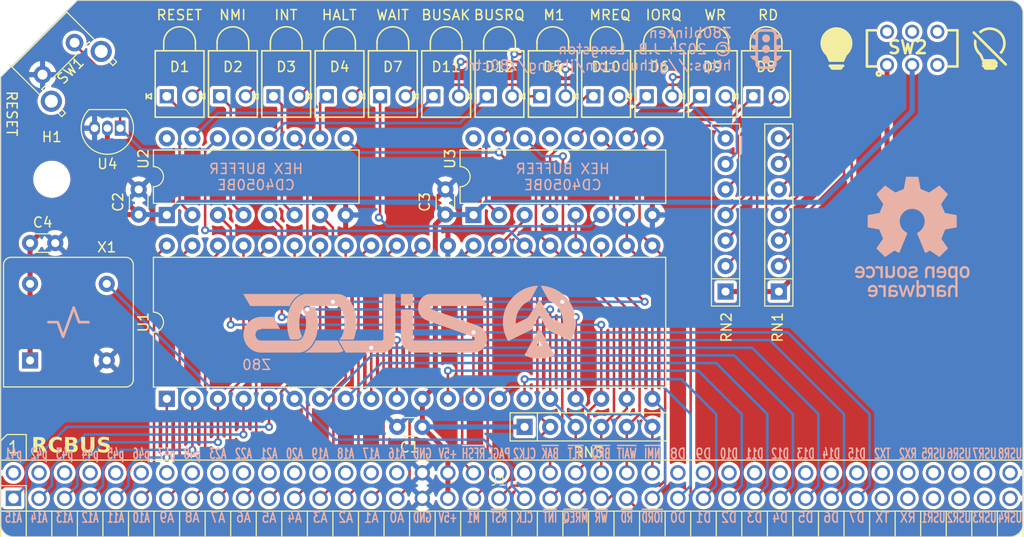
<source format=kicad_pcb>
(kicad_pcb (version 20221018) (generator pcbnew)
  (layers (0 "F.Cu" signal) (31 "B.Cu" signal) (34 "B.Paste" user) (35 "F.Paste" user) (36 "B.SilkS" user "B.Silkscreen") (37 "F.SilkS" user "F.Silkscreen") (38 "B.Mask" user) (39 "F.Mask" user) (44 "Edge.Cuts" user))
  (net 0 "")
  (net 1 "/USER3")
  (net 2 "/USER7")
  (net 3 "/USER2")
  (net 4 "/USER6")
  (net 5 "/USER1")
  (net 6 "/USER5")
  (net 7 "/D7")
  (net 8 "/D15")
  (net 9 "/D6")
  (net 10 "/D14")
  (net 11 "/D5")
  (net 12 "/D13")
  (net 13 "/D4")
  (net 14 "/D12")
  (net 15 "/D3")
  (net 16 "/D11")
  (net 17 "/D2")
  (net 18 "/D10")
  (net 19 "/D1")
  (net 20 "/D9")
  (net 21 "/D0")
  (net 22 "/D8")
  (net 23 "/~{IORQ}")
  (net 24 "/~{NMI}")
  (net 25 "/~{RD}")
  (net 26 "/~{WAIT}")
  (net 27 "/~{WR}")
  (net 28 "/~{BUSRQ}")
  (net 29 "/~{MREQ}")
  (net 30 "/~{HALT}")
  (net 31 "/~{INT}")
  (net 32 "/~{BUSACK}")
  (net 33 "/~{RESET}")
  (net 34 "/PAGE")
  (net 35 "/~{M1}")
  (net 36 "/~{RFSH}")
  (net 37 "/A0")
  (net 38 "/A16")
  (net 39 "/A1")
  (net 40 "/A17")
  (net 41 "/A2")
  (net 42 "/A18")
  (net 43 "/A3")
  (net 44 "/A19")
  (net 45 "/A4")
  (net 46 "/A20")
  (net 47 "/A5")
  (net 48 "/A21")
  (net 49 "/A6")
  (net 50 "/A22")
  (net 51 "/A7")
  (net 52 "/A23")
  (net 53 "/A8")
  (net 54 "/p48")
  (net 55 "/A9")
  (net 56 "/p47")
  (net 57 "/A10")
  (net 58 "/p46")
  (net 59 "/A11")
  (net 60 "/p45")
  (net 61 "/A12")
  (net 62 "/p44")
  (net 63 "/A13")
  (net 64 "/p43")
  (net 65 "/A14")
  (net 66 "/p42")
  (net 67 "/p41")
  (net 68 "/A15")
  (net 69 "/CLK")
  (net 70 "/CLK2")
  (net 71 "+5V")
  (net 72 "GND")
  (net 73 "Net-(D1-A)")
  (net 74 "Net-(D2-A)")
  (net 75 "Net-(D3-A)")
  (net 76 "Net-(D4-A)")
  (net 77 "Net-(D6-A)")
  (net 78 "Net-(D7-A)")
  (net 79 "Net-(D8-A)")
  (net 80 "Net-(D9-A)")
  (net 81 "Net-(D10-A)")
  (net 82 "/USER4")
  (net 83 "/USER8")
  (net 84 "/TX")
  (net 85 "/RX")
  (net 86 "/TX2")
  (net 87 "/RX2")
  (net 88 "Net-(D1-K)")
  (net 89 "Net-(D2-K)")
  (net 90 "Net-(D3-K)")
  (net 91 "Net-(D4-K)")
  (net 92 "Net-(D6-K)")
  (net 93 "Net-(D7-K)")
  (net 94 "Net-(D8-K)")
  (net 95 "Net-(D9-K)")
  (net 96 "Net-(D10-K)")
  (net 97 "Net-(D5-K)")
  (net 98 "Net-(D11-K)")
  (net 99 "Net-(D12-K)")
  (net 100 "Net-(D12-A)")
  (net 101 "Net-(D5-A)")
  (net 102 "Net-(D11-A)")
  (net 103 "Net-(RN1-common)")
  (footprint "Package_DIP:DIP-40_W15.24mm" (layer "F.Cu") (at 105.41 113.284 90)
    (fp_text reference "U1")
    (fp_text value "Z80CPU")
  )
  (footprint "Custom:LED_WP934CB&slash_GD_KNB" (layer "F.Cu") (at 163.702993 83.190801)
    (fp_text reference "D8")
    (fp_text value "LED")
  )
  (footprint "Package_DIP:DIP-16_W7.62mm" (layer "F.Cu") (at 135.89 94.996 90)
    (fp_text reference "U3")
    (fp_text value "4050")
  )
  (footprint "Package_TO_SOT_THT:TO-92_Inline" (layer "F.Cu") (at 100.771 86.36 180)
    (fp_text reference "U4")
    (fp_text value "MCP100-475D")
  )
  (footprint "Button_Switch_THT:SW_Tactile_SPST_Angled_PTS645Vx31-2LFS" (layer "F.Cu") (at 93.057969 81.035305 45)
    (fp_text reference "SW1")
    (fp_text value "RESET")
  )
  (footprint "SamacSys_Parts:JS202011CQN" (layer "F.Cu") (at 179.496502 78.421202)
    (fp_text reference "SW2")
    (fp_text value "SW_SPST" hide)
  )
  (footprint "Custom:LED_WP934CB&slash_GD_KNB" (layer "F.Cu") (at 126.607452 83.190801)
    (fp_text reference "D7")
    (fp_text value "LED")
  )
  (footprint "Capacitor_THT:C_Disc_D3.0mm_W1.6mm_P2.50mm" (layer "F.Cu") (at 91.821 97.79)
    (fp_text reference "C4")
    (fp_text value "0.1uf")
  )
  (footprint "Capacitor_THT:C_Disc_D3.0mm_W1.6mm_P2.50mm" (layer "F.Cu") (at 133.096 94.956 90)
    (fp_text reference "C3")
    (fp_text value "0.1uf")
  )
  (footprint "Custom:LED_WP934CB&slash_GD_KNB" (layer "F.Cu") (at 131.906815 83.190801)
    (fp_text reference "D11")
    (fp_text value "LED")
  )
  (footprint "Package_DIP:DIP-16_W7.62mm" (layer "F.Cu") (at 105.41 94.996 90)
    (fp_text reference "U2")
    (fp_text value "4050")
  )
  (footprint "Resistor_THT:R_Array_SIP7" (layer "F.Cu") (at 160.94363 102.616 90)
    (fp_text reference "RN2")
    (fp_text value "1K")
  )
  (footprint "Custom:LED_WP934CB&slash_GD_KNB" (layer "F.Cu") (at 116.008726 83.190801)
    (fp_text reference "D3")
    (fp_text value "LED")
  )
  (footprint "Custom:LED_WP934CB&slash_GD_KNB" (layer "F.Cu") (at 153.104267 83.190801)
    (fp_text reference "D6")
    (fp_text value "LED")
  )
  (footprint "Custom:LED_WP934CB&slash_GD_KNB" (layer "F.Cu") (at 121.308089 83.190801)
    (fp_text reference "D4")
    (fp_text value "LED")
  )
  (footprint "Capacitor_THT:C_Disc_D3.0mm_W1.6mm_P2.50mm" (layer "F.Cu") (at 102.616 94.956 90)
    (fp_text reference "C2")
    (fp_text value "0.1uf")
  )
  (footprint "MountingHole:MountingHole_3.2mm_M3" (layer "F.Cu") (at 93.98 91.44)
    (fp_text reference "H1")
    (fp_text value "MountingHole")
  )
  (footprint "Resistor_THT:R_Array_SIP7" (layer "F.Cu") (at 166.242993 102.616 90)
    (fp_text reference "RN1")
    (fp_text value "1K")
  )
  (footprint "Custom:LED_WP934CB&slash_GD_KNB" (layer "F.Cu") (at 105.41 83.190801)
    (fp_text reference "D1")
    (fp_text value "LED")
  )
  (footprint "Resistor_THT:R_Array_SIP6" (layer "F.Cu") (at 140.97 116.078)
    (fp_text reference "RN3")
    (fp_text value "10K")
  )
  (footprint "Custom:LED_WP934CB&slash_GD_KNB" (layer "F.Cu") (at 137.206178 83.190801)
    (fp_text reference "D12")
    (fp_text value "LED")
  )
  (footprint "Custom:RCBus-80" (layer "F.Cu") (at 138.43 121.92)
    (fp_text reference "J1")
    (fp_text value "RCBus-80")
  )
  (footprint "Oscillator:Oscillator_DIP-8" (layer "F.Cu") (at 91.821 109.469)
    (fp_text reference "X1")
    (fp_text value "CXO_DIP8")
  )
  (footprint "Capacitor_THT:C_Disc_D3.0mm_W1.6mm_P2.50mm" (layer "F.Cu") (at 130.81 116.078 180)
    (fp_text reference "C1")
    (fp_text value "0.1uf")
  )
  (footprint "Custom:LED_WP934CB&slash_GD_KNB" (layer "F.Cu") (at 158.40363 83.190801)
    (fp_text reference "D9")
    (fp_text value "LED")
  )
  (footprint "Custom:LED_WP934CB&slash_GD_KNB" (layer "F.Cu") (at 110.709363 83.190801)
    (fp_text reference "D2")
    (fp_text value "LED")
  )
  (footprint "Custom:LED_WP934CB&slash_GD_KNB" (layer "F.Cu") (at 142.505541 83.190801)
    (fp_text reference "D5")
    (fp_text value "LED")
  )
  (footprint "Custom:LED_WP934CB&slash_GD_KNB" (layer "F.Cu") (at 147.804904 83.190801)
    (fp_text reference "D10")
    (fp_text value "LED")
  )
  (gr_poly (pts (xy 178.465084 100.074376) (xy 178.44838 100.075058) (xy 178.432105 100.076175) (xy 178.416253 100.077712) (xy 178.400818 100.079652) (xy 178.385796 100.081979) (xy 178.371179 100.084679) (xy 178.356963 100.087734) (xy 178.343143 100.091129) (xy 178.329711 100.094848) (xy 178.316664 100.098875) (xy 178.303994 100.103194) (xy 178.291698 100.10779) (xy 178.279768 100.112646) (xy 178.268199 100.117747) (xy 178.256987 100.123076) (xy 178.235607 100.134357) (xy 178.215582 100.146363) (xy 178.196869 100.158965) (xy 178.179422 100.172036) (xy 178.163195 100.185451) (xy 178.148146 100.199081) (xy 178.134228 100.212799) (xy 178.121396 100.226478) (xy 178.104896 100.245378) (xy 178.089636 100.264456) (xy 178.075591 100.283944) (xy 178.062736 100.304078) (xy 178.051049 100.32509) (xy 178.040505 100.347213) (xy 178.031079 100.370682) (xy 178.022748 100.395729) (xy 178.015488 100.422589) (xy 178.009273 100.451494) (xy 178.004082 100.482679) (xy 177.999888 100.516377) (xy 177.996668 100.552821) (xy 177.994398 100.592245) (xy 177.993053 100.634883) (xy 177.99261 100.680967) (xy 177.993053 100.727437) (xy 177.994398 100.770415) (xy 177.996668 100.810137) (xy 177.999888 100.846839) (xy 178.004082 100.880759) (xy 178.009273 100.912131) (xy 178.015488 100.941193) (xy 178.022748 100.968181) (xy 178.031079 100.993331) (xy 178.040505 101.016879) (xy 178.051049 101.039062) (xy 178.062736 101.060117) (xy 178.075591 101.080278) (xy 178.089636 101.099783) (xy 178.104896 101.118869) (xy 178.121396 101.13777) (xy 178.134228 101.151448) (xy 178.148146 101.165162) (xy 178.163196 101.178786) (xy 178.179422 101.192191) (xy 178.196869 101.205253) (xy 178.215582 101.217844) (xy 178.235607 101.229837) (xy 178.256987 101.241106) (xy 178.279768 101.251524) (xy 178.303994 101.260964) (xy 178.329711 101.269299) (xy 178.356963 101.276403) (xy 178.385796 101.282149) (xy 178.416253 101.28641) (xy 178.44838 101.28906) (xy 178.482222 101.289971) (xy 178.499348 101.289741) (xy 178.516041 101.28906) (xy 178.532305 101.287944) (xy 178.548147 101.28641) (xy 178.563573 101.284473) (xy 178.578587 101.282149) (xy 178.593196 101.279454) (xy 178.607404 101.276403) (xy 178.621218 101.273013) (xy 178.634644 101.269299) (xy 178.647685 101.265277) (xy 178.66035 101.260964) (xy 178.672642 101.256374) (xy 178.684567 101.251524) (xy 178.696132 101.246429) (xy 178.707341 101.241106) (xy 178.728716 101.229838) (xy 178.748736 101.217844) (xy 178.767447 101.205253) (xy 178.784892 101.192192) (xy 178.801117 101.178786) (xy 178.816166 101.165163) (xy 178.830084 101.151448) (xy 178.842916 101.13777) (xy 178.859417 101.118869) (xy 178.874682 101.099786) (xy 178.888733 101.080283) (xy 178.901596 101.060125) (xy 178.913293 101.039075) (xy 178.923849 101.016896) (xy 178.933286 100.993352) (xy 178.941629 100.968205) (xy 178.948902 100.94122) (xy 178.955128 100.91216) (xy 178.960332 100.880788) (xy 178.964536 100.846867) (xy 178.967764 100.810161) (xy 178.97004 100.770434) (xy 178.971389 100.727448) (xy 178.971833 100.680967) (xy 178.732849 100.680967) (xy 178.73268 100.712025) (xy 178.732157 100.740325) (xy 178.731255 100.766078) (xy 178.729951 100.789492) (xy 178.728221 100.810777) (xy 178.72604 100.830144) (xy 178.723385 100.847802) (xy 178.720232 100.863959) (xy 178.716556 100.878828) (xy 178.712334 100.892616) (xy 178.707541 100.905533) (xy 178.702153 100.91779) (xy 178.696147 100.929595) (xy 178.689499 100.941159) (xy 178.682184 100.952692) (xy 178.674178 100.964402) (xy 178.667155 100.973497) (xy 178.659242 100.982277) (xy 178.650487 100.990704) (xy 178.640938 100.998741) (xy 178.630645 101.006351) (xy 178.619656 101.013496) (xy 178.608021 101.020138) (xy 178.595786 101.026241) (xy 178.583003 101.031765) (xy 178.569718 101.036675) (xy 178.555982 101.040933) (xy 178.541842 101.0445) (xy 178.527347 101.04734) (xy 178.512546 101.049415) (xy 178.497489 101.050687) (xy 178.482223 101.05112) (xy 178.466935 101.050686) (xy 178.451861 101.049412) (xy 178.437048 101.047334) (xy 178.422546 101.04449) (xy 178.408401 101.040919) (xy 178.394662 101.036658) (xy 178.381376 101.031744) (xy 178.368592 101.026215) (xy 178.356358 101.02011) (xy 178.344721 101.013467) (xy 178.33373 101.006322) (xy 178.323432 100.998713) (xy 178.313876 100.990679) (xy 178.305109 100.982258) (xy 178.297179 100.973486) (xy 178.293543 100.968981) (xy 178.290135 100.964402) (xy 178.282131 100.952692) (xy 178.27482 100.941164) (xy 178.268178 100.929611) (xy 178.26218 100.917826) (xy 178.256803 100.905604) (xy 178.252021 100.892738) (xy 178.24781 100.879021) (xy 178.244147 100.864249) (xy 178.241006 100.848214) (xy 178.238363 100.830709) (xy 178.236193 100.81153) (xy 178.234473 100.790469) (xy 178.233177 100.76732) (xy 178.232282 100.741877) (xy 178.231596 100.683283) (xy 178.231763 100.652223) (xy 178.232282 100.623919) (xy 178.233177 100.598161) (xy 178.234473 100.574739) (xy 178.236193 100.553446) (xy 178.238363 100.53407) (xy 178.241006 100.516405) (xy 178.244147 100.50024) (xy 178.24781 100.485367) (xy 178.252021 100.471575) (xy 178.256803 100.458657) (xy 178.26218 100.446403) (xy 178.268178 100.434604) (xy 178.27482 100.423051) (xy 178.282131 100.411535) (xy 178.290135 100.399847) (xy 178.297179 100.390752) (xy 178.305109 100.381972) (xy 178.313876 100.373545) (xy 178.323432 100.365508) (xy 178.33373 100.357898) (xy 178.344721 100.350753) (xy 178.356358 100.344111) (xy 178.368592 100.338008) (xy 178.381376 100.332484) (xy 178.394662 100.327574) (xy 178.408401 100.323316) (xy 178.422546 100.319749) (xy 178.437048 100.316909) (xy 178.451861 100.314834) (xy 178.466935 100.313562) (xy 178.482223 100.313129) (xy 178.497489 100.313562) (xy 178.512546 100.314837) (xy 178.527347 100.316915) (xy 178.541842 100.319758) (xy 178.555982 100.32333) (xy 178.569718 100.327591) (xy 178.583003 100.332505) (xy 178.595786 100.338033) (xy 178.608021 100.344138) (xy 178.619656 100.350782) (xy 178.630645 100.357927) (xy 178.640938 100.365536) (xy 178.650487 100.37357) (xy 178.659242 100.381991) (xy 178.667155 100.390763) (xy 178.670781 100.395268) (xy 178.674178 100.399847) (xy 178.682184 100.411535) (xy 178.689499 100.423047) (xy 178.696147 100.434589) (xy 178.702153 100.446367) (xy 178.707541 100.458587) (xy 178.712334 100.471453) (xy 178.716556 100.485173) (xy 178.720232 100.499951) (xy 178.723385 100.515993) (xy 178.72604 100.533505) (xy 178.728221 100.552693) (xy 178.729951 100.573762) (xy 178.731255 100.596919) (xy 178.732157 100.622368) (xy 178.732849 100.680967) (xy 178.971833 100.680967) (xy 178.971389 100.634883) (xy 178.97004 100.592248) (xy 178.967764 100.552827) (xy 178.964536 100.516386) (xy 178.960332 100.482693) (xy 178.955128 100.451512) (xy 178.948902 100.42261) (xy 178.941629 100.395754) (xy 178.933286 100.370709) (xy 178.923849 100.347242) (xy 178.913293 100.325119) (xy 178.901596 100.304106) (xy 178.888733 100.283969) (xy 178.874682 100.264475) (xy 178.859417 100.245389) (xy 178.842916 100.226478) (xy 178.830084 100.212799) (xy 178.816166 100.199081) (xy 178.801117 100.185451) (xy 178.784892 100.172037) (xy 178.767447 100.158965) (xy 178.748736 100.146363) (xy 178.728716 100.134358) (xy 178.707341 100.123077) (xy 178.684567 100.112646) (xy 178.660349 100.103195) (xy 178.634643 100.094848) (xy 178.607404 100.087734) (xy 178.578587 100.08198) (xy 178.548147 100.077712) (xy 178.516041 100.075058) (xy 178.482222 100.074145)) (fill solid) (layer "B.SilkS"))
  (gr_poly (pts (xy 177.57693 101.95135) (xy 177.525433 101.954974) (xy 177.476396 101.961186) (xy 177.452852 101.965307) (xy 177.429983 101.970127) (xy 177.40781 101.975664) (xy 177.386353 101.981936) (xy 177.365633 101.98896) (xy 177.34567 101.996754) (xy 177.326484 102.005336) (xy 177.308094 102.014723) (xy 177.290522 102.024932) (xy 177.273788 102.035981) (xy 177.257911 102.047888) (xy 177.242912 102.060671) (xy 177.228811 102.074346) (xy 177.215628 102.088931) (xy 177.203384 102.104445) (xy 177.192099 102.120904) (xy 177.181793 102.138326) (xy 177.172485 102.156728) (xy 177.164197 102.176129) (xy 177.156949 102.196546) (xy 177.15076 102.217996) (xy 177.145651 102.240497) (xy 177.141643 102.264066) (xy 177.138754 102.288721) (xy 177.137006 102.31448) (xy 177.136419 102.34136) (xy 177.136419 103.151911) (xy 177.37547 103.151911) (xy 177.37547 103.046474) (xy 177.3801 103.046474) (xy 177.389724 103.061344) (xy 177.400187 103.075179) (xy 177.411557 103.087987) (xy 177.423902 103.099781) (xy 177.437292 103.110571) (xy 177.451793 103.120367) (xy 177.467474 103.12918) (xy 177.484404 103.13702) (xy 177.502651 103.143899) (xy 177.522284 103.149826) (xy 177.54337 103.154812) (xy 177.565977 103.158868) (xy 177.590176 103.162004) (xy 177.616032 103.164231) (xy 177.643616 103.16556) (xy 177.672994 103.166) (xy 177.697487 103.165544) (xy 177.721328 103.164187) (xy 177.744507 103.16195) (xy 177.767016 103.158853) (xy 177.788848 103.154915) (xy 177.809994 103.150156) (xy 177.830447 103.144595) (xy 177.850197 103.138253) (xy 177.869237 103.131149) (xy 177.887559 103.123303) (xy 177.905154 103.114735) (xy 177.922014 103.105463) (xy 177.938132 103.095509) (xy 177.953498 103.084892) (xy 177.968105 103.073631) (xy 177.981945 103.061746) (xy 177.99501 103.049258) (xy 178.00729 103.036185) (xy 178.018779 103.022547) (xy 178.029468 103.008365) (xy 178.039348 102.993657) (xy 178.048412 102.978445) (xy 178.056652 102.962746) (xy 178.064059 102.946582) (xy 178.070625 102.929971) (xy 178.076342 102.912934) (xy 178.081202 102.89549) (xy 178.085197 102.877659) (xy 178.088318 102.859461) (xy 178.090558 102.840915) (xy 178.091907 102.822042) (xy 178.092359 102.80286) (xy 178.092105 102.791151) (xy 177.867331 102.791151) (xy 177.866581 102.805947) (xy 177.864295 102.820438) (xy 177.860424 102.834532) (xy 177.854915 102.848141) (xy 177.851531 102.854735) (xy 177.847718 102.861175) (xy 177.84347 102.867449) (xy 177.83878 102.873545) (xy 177.833643 102.879453) (xy 177.828052 102.885161) (xy 177.822 102.890659) (xy 177.815481 102.895935) (xy 177.808489 102.900977) (xy 177.801016 102.905775) (xy 177.793058 102.910318) (xy 177.784607 102.914594) (xy 177.775657 102.918592) (xy 177.766201 102.922301) (xy 177.756233 102.92571) (xy 177.745748 102.928808) (xy 177.723196 102.934025) (xy 177.698494 102.937861) (xy 177.671591 102.940229) (xy 177.642435 102.941038) (xy 177.606626 102.940756) (xy 177.573798 102.939772) (xy 177.543859 102.937876) (xy 177.516717 102.934858) (xy 177.504165 102.932863) (xy 177.492278 102.930509) (xy 177.481043 102.92777) (xy 177.47045 102.924619) (xy 177.460486 102.92103) (xy 177.451141 102.916978) (xy 177.442402 102.912436) (xy 177.434257 102.907378) (xy 177.426696 102.901777) (xy 177.419707 102.895607) (xy 177.413278 102.888843) (xy 177.407397 102.881458) (xy 177.402054 102.873425) (xy 177.397236 102.864719) (xy 177.392931 102.855314) (xy 177.389129 102.845182) (xy 177.385818 102.834299) (xy 177.382985 102.822638) (xy 177.380621 102.810172) (xy 177.378712 102.796876) (xy 177.377247 102.782722) (xy 177.376215 102.767686) (xy 177.375605 102.751741) (xy 177.375404 102.73486) (xy 177.375405 102.73486) (xy 177.375405 102.648144) (xy 177.661155 102.648144) (xy 177.674113 102.648308) (xy 177.686634 102.648797) (xy 177.698719 102.649606) (xy 177.71037 102.650732) (xy 177.721589 102.652168) (xy 177.732377 102.65391) (xy 177.742736 102.655954) (xy 177.752668 102.658294) (xy 177.762175 102.660926) (xy 177.771258 102.663845) (xy 177.779919 102.667047) (xy 177.78816 102.670527) (xy 177.795982 102.67428) (xy 177.803387 102.6783) (xy 177.810376 102.682585) (xy 177.816953 102.687128) (xy 177.823117 102.691925) (xy 177.828872 102.696972) (xy 177.834218 102.702263) (xy 177.839157 102.707794) (xy 177.843692 102.71356) (xy 177.847823 102.719557) (xy 177.851552 102.725779) (xy 177.854882 102.732222) (xy 177.857814 102.738881) (xy 177.860349 102.745752) (xy 177.86249 102.752829) (xy 177.864237 102.760109) (xy 177.865593 102.767585) (xy 177.86656 102.775254) (xy 177.867139 102.783111) (xy 177.867331 102.791151) (xy 178.092105 102.791151) (xy 178.091975 102.785161) (xy 178.090822 102.767651) (xy 178.088903 102.750353) (xy 178.086219 102.733293) (xy 178.08277 102.716495) (xy 178.07856 102.699983) (xy 178.073587 102.683782) (xy 178.067855 102.667916) (xy 178.061364 102.65241) (xy 178.054117 102.637289) (xy 178.046113 102.622576) (xy 178.037354 102.608297) (xy 178.027843 102.594476) (xy 178.017579 102.581136) (xy 178.006565 102.568304) (xy 177.994802 102.556003) (xy 177.982291 102.544258) (xy 177.969034 102.533093) (xy 177.955031 102.522533) (xy 177.940285 102.512602) (xy 177.924796 102.503325) (xy 177.908566 102.494726) (xy 177.891597 102.486829) (xy 177.873889 102.47966) (xy 177.855444 102.473243) (xy 177.836263 102.467602) (xy 177.816348 102.462761) (xy 177.795699 102.458746) (xy 177.774319 102.45558) (xy 177.752209 102.453289) (xy 177.72937 102.451896) (xy 177.705803 102.451426) (xy 177.37547 102.451426) (xy 177.37547 102.327271) (xy 177.376328 102.307041) (xy 177.377406 102.297547) (xy 177.378925 102.28846) (xy 177.380888 102.279774) (xy 177.3833 102.271482) (xy 177.386166 102.263579) (xy 177.389491 102.256058) (xy 177.393279 102.248915) (xy 177.397535 102.242142) (xy 177.402264 102.235734) (xy 177.407471 102.229686) (xy 177.413159 102.22399) (xy 177.419335 102.218641) (xy 177.426002 102.213634) (xy 177.433166 102.208961) (xy 177.440831 102.204618) (xy 177.449001 102.200598) (xy 177.466879 102.193505) (xy 177.486837 102.187633) (xy 177.508913 102.182936) (xy 177.533145 102.179365) (xy 177.55957 102.176873) (xy 177.588226 102.175413) (xy 177.619151 102.174937) (xy 177.641673 102.175218) (xy 177.662727 102.176082) (xy 177.682387 102.177558) (xy 177.700724 102.179678) (xy 177.709419 102.180989) (xy 177.71781 102.182472) (xy 177.725907 102.184131) (xy 177.733719 102.18597) (xy 177.741254 102.187993) (xy 177.748522 102.190204) (xy 177.755531 102.192606) (xy 177.762291 102.195203) (xy 177.768811 102.197999) (xy 177.775099 102.200998) (xy 177.781165 102.204203) (xy 177.787019 102.207619) (xy 177.792667 102.21125) (xy 177.798121 102.215098) (xy 177.803389 102.219169) (xy 177.80848 102.223465) (xy 177.813402 102.22799) (xy 177.818166 102.232749) (xy 177.822779 102.237745) (xy 177.827252 102.242983) (xy 177.831593 102.248465) (xy 177.835811 102.254195) (xy 177.839916 102.260178) (xy 177.843915 102.266417) (xy 178.031372 102.123542) (xy 178.013775 102.100731) (xy 177.995231 102.079743) (xy 177.975731 102.06053) (xy 177.955266 102.043042) (xy 177.933824 102.027232) (xy 177.911396 102.013051) (xy 177.887973 102.00045) (xy 177.863544 101.989381) (xy 177.8381 101.979796) (xy 177.81163 101.971646) (xy 177.784125 101.964883) (xy 177.755576 101.959458) (xy 177.725971 101.955323) (xy 177.695301 101.95243) (xy 177.663556 101.950729) (xy 177.630727 101.950173)) (fill solid) (layer "B.SilkS"))
  (gr_poly (pts (xy 179.920629 103.151911) (xy 180.159548 103.151911) (xy 180.159548 103.027755) (xy 180.174006 103.042802) (xy 180.189255 103.057206) (xy 180.20526 103.070921) (xy 180.221986 103.083902) (xy 180.2394 103.096104) (xy 180.257466 103.107482) (xy 180.276151 103.117991) (xy 180.295419 103.127585) (xy 180.315238 103.13622) (xy 180.335571 103.143849) (xy 180.356385 103.150429) (xy 180.377646 103.155914) (xy 180.399319 103.160259) (xy 180.421369 103.163418) (xy 180.443762 103.165346) (xy 180.466465 103.165999) (xy 180.479966 103.165808) (xy 180.493233 103.165241) (xy 180.506268 103.164304) (xy 180.519071 103.163006) (xy 180.531641 103.161354) (xy 180.543981 103.159357) (xy 180.556089 103.157021) (xy 180.567966 103.154355) (xy 180.579614 103.151367) (xy 180.591032 103.148063) (xy 180.60222 103.144453) (xy 180.61318 103.140543) (xy 180.623911 103.136341) (xy 180.634415 103.131855) (xy 180.65474 103.122062) (xy 180.67416 103.111226) (xy 180.692676 103.099408) (xy 180.710294 103.08667) (xy 180.727016 103.073075) (xy 180.742847 103.058683) (xy 180.757789 103.043557) (xy 180.771847 103.027759) (xy 180.785023 103.01135) (xy 180.796784 102.995566) (xy 180.807486 102.979621) (xy 180.817172 102.963191) (xy 180.825883 102.945948) (xy 180.833659 102.927566) (xy 180.840543 102.907721) (xy 180.846575 102.886085) (xy 180.851797 102.862332) (xy 180.85625 102.836137) (xy 180.859976 102.807174) (xy 180.863015 102.775116) (xy 180.865409 102.739637) (xy 180.868427 102.657114) (xy 180.869359 102.556995) (xy 180.63044 102.556995) (xy 180.630254 102.591639) (xy 180.629498 102.626012) (xy 180.627877 102.659843) (xy 180.625097 102.692861) (xy 180.620862 102.724795) (xy 180.618106 102.740271) (xy 180.614876 102.755374) (xy 180.611135 102.770071) (xy 180.606845 102.784327) (xy 180.601971 102.798109) (xy 180.596474 102.811383) (xy 180.590319 102.824115) (xy 180.583468 102.836271) (xy 180.575884 102.847817) (xy 180.567531 102.85872) (xy 180.558371 102.868945) (xy 180.548368 102.878458) (xy 180.537484 102.887226) (xy 180.525684 102.895216) (xy 180.512929 102.902392) (xy 180.499184 102.908721) (xy 180.484411 102.914169) (xy 180.468573 102.918703) (xy 180.451633 102.922288) (xy 180.433555 102.924891) (xy 180.414302 102.926478) (xy 180.393837 102.927014) (xy 180.373581 102.926445) (xy 180.354525 102.924763) (xy 180.336632 102.92201) (xy 180.319865 102.918226) (xy 180.304187 102.91345) (xy 180.289563 102.907723) (xy 180.275955 102.901086) (xy 180.263328 102.893579) (xy 180.251644 102.885241) (xy 180.240868 102.876114) (xy 180.230963 102.866237) (xy 180.221892 102.85565) (xy 180.21362 102.844395) (xy 180.206108 102.832511) (xy 180.199322 102.820038) (xy 180.193225 102.807018) (xy 180.187779 102.793489) (xy 180.182949 102.779493) (xy 180.17499 102.750259) (xy 180.169056 102.719637) (xy 180.164855 102.68795) (xy 180.162096 102.655521) (xy 180.160486 102.62267) (xy 180.159548 102.556995) (xy 180.159734 102.524674) (xy 180.160486 102.492073) (xy 180.162096 102.459519) (xy 180.164855 102.427337) (xy 180.169056 102.395855) (xy 180.171788 102.380477) (xy 180.17499 102.365398) (xy 180.178698 102.350656) (xy 180.182949 102.336292) (xy 180.187779 102.322349) (xy 180.193225 102.308866) (xy 180.199322 102.295883) (xy 180.206108 102.283443) (xy 180.21362 102.271586) (xy 180.221892 102.260352) (xy 180.230963 102.249782) (xy 180.240868 102.239917) (xy 180.251644 102.230799) (xy 180.263328 102.222467) (xy 180.275955 102.214962) (xy 180.289563 102.208326) (xy 180.304187 102.202598) (xy 180.319865 102.197821) (xy 180.336632 102.194034) (xy 180.354525 102.191279) (xy 180.373581 102.189596) (xy 180.393837 102.189026) (xy 180.414302 102.189562) (xy 180.433555 102.19115) (xy 180.451633 102.193753) (xy 180.468573 102.197338) (xy 180.484411 102.201871) (xy 180.499184 102.207317) (xy 180.512929 102.213641) (xy 180.525684 102.220811) (xy 180.537484 102.22879) (xy 180.548368 102.237546) (xy 180.558371 102.247043) (xy 180.567531 102.257247) (xy 180.575884 102.268124) (xy 180.583468 102.27964) (xy 180.590319 102.29176) (xy 180.596474 102.30445) (xy 180.601971 102.317676) (xy 180.606845 102.331403) (xy 180.614876 102.360223) (xy 180.620862 102.390637) (xy 180.625097 102.422369) (xy 180.627877 102.455146) (xy 180.629498 102.488692) (xy 180.63044 102.556995) (xy 180.869359 102.556995) (xy 180.869133 102.504934) (xy 180.868427 102.457554) (xy 180.867199 102.41453) (xy 180.865409 102.37554) (xy 180.863015 102.340262) (xy 180.859976 102.308373) (xy 180.85625 102.279549) (xy 180.851797 102.253468) (xy 180.846575 102.229807) (xy 180.843663 102.218783) (xy 180.840543 102.208244) (xy 180.83721 102.198147) (xy 180.833659 102.188454) (xy 180.829885 102.179124) (xy 180.825883 102.170116) (xy 180.817172 102.152907) (xy 180.807486 102.136503) (xy 180.796784 102.120583) (xy 180.785023 102.104822) (xy 180.771847 102.088391) (xy 180.757789 102.072577) (xy 180.742847 102.05744) (xy 180.727016 102.043042) (xy 180.710294 102.029444) (xy 180.692676 102.016707) (xy 180.67416 102.004892) (xy 180.65474 101.994061) (xy 180.634415 101.984275) (xy 180.61318 101.975595) (xy 180.591032 101.968082) (xy 180.567966 101.961798) (xy 180.543981 101.956804) (xy 180.519071 101.953161) (xy 180.493233 101.95093) (xy 180.466465 101.950173) (xy 180.443917 101.950825) (xy 180.421947 101.952754) (xy 180.400526 101.955918) (xy 180.379627 101.960276) (xy 180.359223 101.965787) (xy 180.339286 101.97241) (xy 180.319789 101.980104) (xy 180.300703 101.988828) (xy 180.282002 101.998539) (xy 180.263658 102.009198) (xy 180.245643 102.020762) (xy 180.22793 102.033192) (xy 180.210492 102.046445) (xy 180.1933 102.06048) (xy 180.176328 102.075257) (xy 180.159548 102.090733) (xy 180.159548 101.483911) (xy 179.920629 101.483911)) (fill solid) (layer "B.SilkS"))
  (gr_poly (pts (xy 178.934316 91.194064) (xy 178.931797 91.194251) (xy 178.929292 91.194559) (xy 178.926802 91.194985) (xy 178.924333 91.195526) (xy 178.921887 91.196178) (xy 178.919469 91.196939) (xy 178.917081 91.197805) (xy 178.914729 91.198774) (xy 178.912415 91.199842) (xy 178.910144 91.201007) (xy 178.907919 91.202264) (xy 178.905743 91.203612) (xy 178.903621 91.205047) (xy 178.901556 91.206565) (xy 178.899553 91.208164) (xy 178.897614 91.209841) (xy 178.895743 91.211593) (xy 178.893945 91.213416) (xy 178.892222 91.215308) (xy 178.890579 91.217265) (xy 178.88902 91.219284) (xy 178.887548 91.221362) (xy 178.886166 91.223497) (xy 178.884879 91.225684) (xy 178.883691 91.227922) (xy 178.882604 91.230206) (xy 178.881623 91.232534) (xy 178.880752 91.234903) (xy 178.879994 91.237309) (xy 178.879353 91.239749) (xy 178.878832 91.242221) (xy 178.66948 92.366899) (xy 178.668951 92.369391) (xy 178.668309 92.371892) (xy 178.6667 92.376901) (xy 178.66468 92.381895) (xy 178.662278 92.386841) (xy 178.659522 92.391705) (xy 178.656441 92.396456) (xy 178.653062 92.401061) (xy 178.649414 92.405487) (xy 178.645524 92.409701) (xy 178.641422 92.413671) (xy 178.637135 92.417363) (xy 178.632692 92.420747) (xy 178.62812 92.423788) (xy 178.623449 92.426454) (xy 178.621084 92.427636) (xy 178.618705 92.428713) (xy 178.616315 92.429679) (xy 178.613918 92.430531) (xy 177.86012 92.739101) (xy 177.855437 92.741163) (xy 177.850471 92.742885) (xy 177.845265 92.74427) (xy 177.839862 92.745322) (xy 177.834308 92.746043) (xy 177.828645 92.746437) (xy 177.822917 92.746506) (xy 177.817167 92.746254) (xy 177.81144 92.745682) (xy 177.80578 92.744796) (xy 177.800229 92.743596) (xy 177.794832 92.742087) (xy 177.789632 92.740272) (xy 177.784673 92.738153) (xy 177.779998 92.735733) (xy 177.775652 92.733016) (xy 176.836051 92.088226) (xy 176.833934 92.086848) (xy 176.831755 92.085576) (xy 176.829518 92.084412) (xy 176.827228 92.083354) (xy 176.82489 92.082402) (xy 176.822508 92.081555) (xy 176.820087 92.080814) (xy 176.817632 92.080177) (xy 176.815148 92.079645) (xy 176.81264 92.079216) (xy 176.80757 92.078669) (xy 176.802459 92.078531) (xy 176.797347 92.078801) (xy 176.792271 92.079473) (xy 176.78727 92.080545) (xy 176.782382 92.082013) (xy 176.779992 92.082894) (xy 176.777645 92.083873) (xy 176.775345 92.08495) (xy 176.773097 92.086123) (xy 176.770907 92.087393) (xy 176.768778 92.088758) (xy 176.766715 92.090219) (xy 176.764724 92.091776) (xy 176.762809 92.093427) (xy 176.760975 92.095172) (xy 175.969672 92.886474) (xy 175.967927 92.888309) (xy 175.966278 92.890224) (xy 175.964723 92.892216) (xy 175.963264 92.89428) (xy 175.961901 92.89641) (xy 175.960635 92.898603) (xy 175.958392 92.903154) (xy 175.95654 92.907896) (xy 175.95508 92.91279) (xy 175.954016 92.917797) (xy 175.953351 92.922879) (xy 175.953087 92.927998) (xy 175.953228 92.933114) (xy 175.953776 92.93819) (xy 175.954734 92.943187) (xy 175.956105 92.948067) (xy 175.956947 92.95045) (xy 175.957893 92.95279) (xy 175.958943 92.955082) (xy 175.960099 92.95732) (xy 175.96136 92.959499) (xy 175.962728 92.961616) (xy 176.596273 93.885012) (xy 176.598997 93.889376) (xy 176.601416 93.894058) (xy 176.603525 93.899015) (xy 176.605322 93.904203) (xy 176.606805 93.909581) (xy 176.60797 93.915106) (xy 176.608814 93.920736) (xy 176.609337 93.926427) (xy 176.609533 93.932138) (xy 176.609401 93.937826) (xy 176.608938 93.943448) (xy 176.608142 93.948961) (xy 176.607009 93.954324) (xy 176.605537 93.959494) (xy 176.603723 93.964428) (xy 176.601564 93.969083) (xy 176.268255 94.746693) (xy 176.266351 94.751468) (xy 176.264011 94.756199) (xy 176.261267 94.760859) (xy 176.258152 94.765418) (xy 176.2547 94.769849) (xy 176.250943 94.774123) (xy 176.246915 94.778213) (xy 176.242648 94.78209) (xy 176.238176 94.785726) (xy 176.233531 94.789092) (xy 176.228747 94.792161) (xy 176.223857 94.794905) (xy 176.218894 94.797294) (xy 176.21389 94.799302) (xy 176.208879 94.800899) (xy 176.203895 94.802058) (xy 175.116524 95.004265) (xy 175.114058 95.004798) (xy 175.111623 95.00545) (xy 175.109222 95.006217) (xy 175.106859 95.007097) (xy 175.104535 95.008086) (xy 175.102256 95.009179) (xy 175.100022 95.010374) (xy 175.097839 95.011666) (xy 175.093633 95.014529) (xy 175.089664 95.017738) (xy 175.085956 95.021263) (xy 175.082533 95.025076) (xy 175.079422 95.029148) (xy 175.076646 95.033448) (xy 175.074231 95.037947) (xy 175.073166 95.040262) (xy 175.072201 95.042616) (xy 175.071339 95.045006) (xy 175.070582 95.047426) (xy 175.069934 95.049875) (xy 175.069398 95.052348) (xy 175.068977 95.054841) (xy 175.068674 95.057351) (xy 175.068493 95.059874) (xy 175.068436 95.062407) (xy 175.068568 96.181528) (xy 175.068631 96.184056) (xy 175.068819 96.186575) (xy 175.069128 96.189082) (xy 175.069555 96.191574) (xy 175.070097 96.194047) (xy 175.070751 96.196496) (xy 175.071514 96.198918) (xy 175.072382 96.201309) (xy 175.073353 96.203666) (xy 175.074423 96.205984) (xy 175.075589 96.20826) (xy 175.076849 96.210491) (xy 175.078199 96.212671) (xy 175.079635 96.214798) (xy 175.081156 96.216868) (xy 175.082756 96.218876) (xy 175.084435 96.22082) (xy 175.086188 96.222694) (xy 175.088012 96.224497) (xy 175.089904 96.226223) (xy 175.091861 96.227869) (xy 175.09388 96.229431) (xy 175.095958 96.230905) (xy 175.098092 96.232288) (xy 175.100278 96.233576) (xy 175.102513 96.234764) (xy 175.104795 96.23585) (xy 175.10712 96.236829) (xy 175.109485 96.237698) (xy 175.111886 96.238453) (xy 175.114322 96.239089) (xy 175.116788 96.239604) (xy 176.177437 96.436983) (xy 176.179934 96.437495) (xy 176.182436 96.438123) (xy 176.18494 96.438862) (xy 176.187441 96.439711) (xy 176.192419 96.441718) (xy 176.19734 96.444115) (xy 176.202171 96.446874) (xy 176.206881 96.449964) (xy 176.211438 96.453358) (xy 176.21581 96.457026) (xy 176.219966 96.460939) (xy 176.223875 96.465067) (xy 176.227503 96.469383) (xy 176.23082 96.473856) (xy 176.233795 96.478458) (xy 176.236394 96.483159) (xy 176.238587 96.487931) (xy 176.239521 96.490335) (xy 176.240342 96.492745) (xy 176.571467 97.319898) (xy 176.573516 97.324603) (xy 176.575224 97.329586) (xy 176.576594 97.334803) (xy 176.577631 97.340212) (xy 176.578336 97.345769) (xy 176.578715 97.351432) (xy 176.57877 97.357157) (xy 176.578504 97.362901) (xy 176.577921 97.368621) (xy 176.577025 97.374274) (xy 176.575818 97.379816) (xy 176.574305 97.385206) (xy 176.572488 97.390398) (xy 176.570371 97.395351) (xy 176.567957 97.400022) (xy 176.56525 97.404366) (xy 175.962729 98.28232) (xy 175.96135 98.284437) (xy 175.960078 98.286617) (xy 175.958914 98.288856) (xy 175.957856 98.291149) (xy 175.956904 98.29349) (xy 175.956057 98.295876) (xy 175.955316 98.2983) (xy 175.954679 98.300759) (xy 175.954147 98.303248) (xy 175.953718 98.305761) (xy 175.953171 98.310843) (xy 175.953034 98.315965) (xy 175.953303 98.32109) (xy 175.953975 98.326178) (xy 175.955047 98.331191) (xy 175.956515 98.33609) (xy 175.957396 98.338485) (xy 175.958375 98.340837) (xy 175.959451 98.343142) (xy 175.960625 98.345393) (xy 175.961894 98.347588) (xy 175.96326 98.34972) (xy 175.964721 98.351784) (xy 175.966277 98.353777) (xy 175.967928 98.355693) (xy 175.969673 98.357528) (xy 176.761108 99.14883) (xy 176.762931 99.150563) (xy 176.764836 99.152203) (xy 176.766818 99.153749) (xy 176.768873 99.155201) (xy 176.770996 99.156557) (xy 176.773182 99.157819) (xy 176.777722 99.160055) (xy 176.782457 99.161904) (xy 176.787345 99.163364) (xy 176.79235 99.164432) (xy 176.797431 99.165102) (xy 176.80255 99.165373) (xy 176.807668 99.16524) (xy 176.812747 99.164701) (xy 176.817747 99.16375) (xy 176.822629 99.162386) (xy 176.825014 99.161548) (xy 176.827355 99.160605) (xy 176.829648 99.159557) (xy 176.831887 99.158403) (xy 176.834067 99.157142) (xy 176.836184 99.155776) (xy 177.698659 98.563837) (xy 177.702995 98.561138) (xy 177.707638 98.558772) (xy 177.712548 98.556738) (xy 177.717681 98.555039) (xy 177.722995 98.553675) (xy 177.728448 98.552647) (xy 177.733999 98.551955) (xy 177.739604 98.5516) (xy 177.745221 98.551583) (xy 177.750809 98.551905) (xy 177.756324 98.552566) (xy 177.761725 98.553568) (xy 177.76697 98.554911) (xy 177.772016 98.556595) (xy 177.77682 98.558622) (xy 177.781342 98.560993) (xy 178.16168 98.76406) (xy 178.163954 98.765142) (xy 178.166248 98.766092) (xy 178.168556 98.766914) (xy 178.170875 98.767607) (xy 178.173201 98.768175) (xy 178.17553 98.768617) (xy 178.177858 98.768936) (xy 178.180181 98.769133) (xy 178.182496 98.769209) (xy 178.184798 98.769167) (xy 178.187083 98.769006) (xy 178.189347 98.76873) (xy 178.191587 98.768339) (xy 178.193798 98.767834) (xy 178.195976 98.767218) (xy 178.198118 98.766491) (xy 178.20022 98.765656) (xy 178.202277 98.764713) (xy 178.204285 98.763664) (xy 178.206241 98.76251) (xy 178.208141 98.761254) (xy 178.209981 98.759895) (xy 178.211756 98.758437) (xy 178.213463 98.75688) (xy 178.215098 98.755225) (xy 178.216657 98.753475) (xy 178.218135 98.75163) (xy 178.21953 98.749692) (xy 178.220836 98.747663) (xy 178.222051 98.745544) (xy 178.223169 98.743337) (xy 178.224188 98.741042) (xy 179.008347 96.846096) (xy 179.009254 96.843739) (xy 179.01004 96.841346) (xy 179.010708 96.838921) (xy 179.011259 96.83647) (xy 179.011695 96.833997) (xy 179.012016 96.831506) (xy 179.012224 96.829001) (xy 179.012322 96.826488) (xy 179.01231 96.82397) (xy 179.01219 96.821453) (xy 179.011964 96.818941) (xy 179.011633 96.816437) (xy 179.011198 96.813948) (xy 179.010662 96.811477) (xy 179.010025 96.809028) (xy 179.00929 96.806607) (xy 179.008457 96.804217) (xy 179.007528 96.801864) (xy 179.006505 96.799552) (xy 179.00539 96.797285) (xy 179.004183 96.795068) (xy 179.002887 96.792905) (xy 179.001502 96.790801) (xy 179.000031 96.78876) (xy 178.998475 96.786787) (xy 178.996835 96.784886) (xy 178.995114 96.783062) (xy 178.993312 96.78132) (xy 178.99143 96.779663) (xy 178.989472 96.778097) (xy 178.987437 96.776626) (xy 178.985328 96.775254) (xy 178.890144 96.716979) (xy 178.883293 96.712616) (xy 178.875979 96.707636) (xy 178.868339 96.702148) (xy 178.860511 96.696259) (xy 178.852634 96.690079) (xy 178.844845 96.683716) (xy 178.837282 96.677279) (xy 178.830084 96.670876) (xy 178.767074 96.627747) (xy 178.70694 96.580919) (xy 178.649845 96.530556) (xy 178.595955 96.47682) (xy 178.545432 96.419876) (xy 178.498441 96.359885) (xy 178.455147 96.297012) (xy 178.415713 96.231419) (xy 178.380304 96.16327) (xy 178.349083 96.092728) (xy 178.322216 96.019955) (xy 178.299865 95.945116) (xy 178.282195 95.868372) (xy 178.269371 95.789888) (xy 178.261556 95.709827) (xy 178.258915 95.628351) (xy 178.260525 95.564661) (xy 178.265304 95.501806) (xy 178.273175 95.439866) (xy 178.284059 95.378917) (xy 178.297878 95.319038) (xy 178.314555 95.260306) (xy 178.334013 95.202799) (xy 178.356173 95.146595) (xy 178.380957 95.091771) (xy 178.408288 95.038406) (xy 178.438088 94.986577) (xy 178.47028 94.936361) (xy 178.504784 94.887837) (xy 178.541525 94.841083) (xy 178.580423 94.796175) (xy 178.621402 94.753192) (xy 178.664383 94.712212) (xy 178.709289 94.673313) (xy 178.756041 94.636571) (xy 178.804563 94.602065) (xy 178.854776 94.569873) (xy 178.906602 94.540072) (xy 178.959964 94.512741) (xy 179.014785 94.487956) (xy 179.070985 94.465796) (xy 179.128488 94.446338) (xy 179.187216 94.429661) (xy 179.24709 94.415841) (xy 179.308034 94.404957) (xy 179.369969 94.397087) (xy 179.432818 94.392307) (xy 179.496503 94.390697) (xy 179.560188 94.392307) (xy 179.623037 94.397087) (xy 179.684973 94.404957) (xy 179.745918 94.415841) (xy 179.805794 94.429661) (xy 179.864524 94.446338) (xy 179.922029 94.465796) (xy 179.978232 94.487956) (xy 180.033054 94.512741) (xy 180.086419 94.540072) (xy 180.138248 94.569873) (xy 180.188464 94.602065) (xy 180.236989 94.636571) (xy 180.283744 94.673313) (xy 180.328653 94.712212) (xy 180.371637 94.753192) (xy 180.412619 94.796175) (xy 180.45152 94.841083) (xy 180.488264 94.887837) (xy 180.522772 94.936361) (xy 180.554966 94.986577) (xy 180.584769 95.038406) (xy 180.612102 95.091771) (xy 180.636889 95.146595) (xy 180.659051 95.202799) (xy 180.678511 95.260306) (xy 180.69519 95.319038) (xy 180.709011 95.378917) (xy 180.719896 95.439866) (xy 180.727767 95.501806) (xy 180.732547 95.564661) (xy 180.734158 95.628351) (xy 180.733494 95.669256) (xy 180.731515 95.709827) (xy 180.728243 95.750045) (xy 180.723698 95.789888) (xy 180.717901 95.829338) (xy 180.710871 95.868372) (xy 180.70263 95.906972) (xy 180.693198 95.945116) (xy 180.682595 95.982784) (xy 180.670843 96.019955) (xy 180.657962 96.05661) (xy 180.643971 96.092728) (xy 180.628893 96.128288) (xy 180.612747 96.16327) (xy 180.577334 96.23142) (xy 180.537898 96.297012) (xy 180.494602 96.359886) (xy 180.447611 96.419876) (xy 180.39709 96.476821) (xy 180.343202 96.530556) (xy 180.286113 96.580919) (xy 180.225987 96.627747) (xy 180.162988 96.670876) (xy 180.155749 96.677279) (xy 180.14816 96.683716) (xy 180.140356 96.690079) (xy 180.13247 96.696259) (xy 180.124637 96.702148) (xy 180.116991 96.707636) (xy 180.109665 96.712616) (xy 180.102795 96.716979) (xy 180.007611 96.775254) (xy 180.005491 96.776626) (xy 180.003445 96.778097) (xy 180.001477 96.779663) (xy 179.999587 96.78132) (xy 179.997778 96.783062) (xy 179.996049 96.784886) (xy 179.992843 96.78876) (xy 179.989981 96.792905) (xy 179.987474 96.797285) (xy 179.985335 96.801864) (xy 179.983576 96.806607) (xy 179.982208 96.811477) (xy 179.981243 96.816437) (xy 179.980693 96.821453) (xy 179.980571 96.826488) (xy 179.980888 96.831506) (xy 179.981215 96.833997) (xy 179.981656 96.83647) (xy 179.982213 96.838921) (xy 179.982887 96.841346) (xy 179.98368 96.843739) (xy 179.984592 96.846096) (xy 180.768817 98.740976) (xy 180.769836 98.743271) (xy 180.770955 98.745479) (xy 180.77217 98.747599) (xy 180.773478 98.74963) (xy 180.774874 98.751569) (xy 180.776354 98.753415) (xy 180.777915 98.755167) (xy 180.779551 98.756823) (xy 180.78126 98.758382) (xy 180.783038 98.759843) (xy 180.784879 98.761203) (xy 180.786781 98.762462) (xy 180.788739 98.763618) (xy 180.79075 98.764669) (xy 180.792809 98.765613) (xy 180.794912 98.766451) (xy 180.797055 98.767179) (xy 180.799235 98.767796) (xy 180.801447 98.768302) (xy 180.803687 98.768693) (xy 180.805952 98.76897) (xy 180.808237 98.76913) (xy 180.810538 98.769173) (xy 180.812852 98.769095) (xy 180.815174 98.768897) (xy 180.8175 98.768576) (xy 180.819827 98.768131) (xy 180.82215 98.767561) (xy 180.824465 98.766864) (xy 180.826769 98.766038) (xy 180.829057 98.765082) (xy 180.831325 98.763995) (xy 181.211664 98.560927) (xy 181.216174 98.558557) (xy 181.220971 98.556532) (xy 181.226011 98.554851) (xy 181.231252 98.553512) (xy 181.236652 98.552514) (xy 181.242167 98.551857) (xy 181.247757 98.551539) (xy 181.253377 98.551559) (xy 181.258985 98.551917) (xy 181.264539 98.55261) (xy 181.269997 98.553639) (xy 181.275315 98.555002) (xy 181.280452 98.556698) (xy 181.285364 98.558725) (xy 181.29001 98.561083) (xy 181.294346 98.563772) (xy 182.156755 99.15571) (xy 182.158878 99.157077) (xy 182.161063 99.158337) (xy 182.163306 99.159491) (xy 182.165603 99.160539) (xy 182.167947 99.161483) (xy 182.170335 99.162321) (xy 182.172761 99.163055) (xy 182.175221 99.163685) (xy 182.17771 99.164211) (xy 182.180224 99.164635) (xy 182.185304 99.165175) (xy 182.190422 99.165307) (xy 182.195542 99.165037) (xy 182.200623 99.164366) (xy 182.205628 99.163299) (xy 182.210518 99.161839) (xy 182.212907 99.160962) (xy 182.215254 99.159989) (xy 182.217553 99.158919) (xy 182.219799 99.157753) (xy 182.221987 99.156492) (xy 182.224113 99.155135) (xy 182.226172 99.153684) (xy 182.228159 99.152138) (xy 182.230069 99.150498) (xy 182.231897 99.148765) (xy 183.023332 98.357462) (xy 183.025071 98.355628) (xy 183.026716 98.353712) (xy 183.028267 98.351719) (xy 183.029724 98.349654) (xy 183.031085 98.347522) (xy 183.03235 98.345328) (xy 183.034593 98.340772) (xy 183.036448 98.336025) (xy 183.037912 98.331126) (xy 183.038982 98.326112) (xy 183.039653 98.321024) (xy 183.039923 98.3159) (xy 183.039788 98.310777) (xy 183.039245 98.305696) (xy 183.038289 98.300694) (xy 183.036918 98.29581) (xy 183.036075 98.293424) (xy 183.035128 98.291083) (xy 183.034075 98.28879) (xy 183.032915 98.286552) (xy 183.03165 98.284371) (xy 183.030277 98.282254) (xy 182.427821 97.4043) (xy 182.425091 97.399956) (xy 182.422659 97.395286) (xy 182.420528 97.390333) (xy 182.4187 97.38514) (xy 182.417179 97.379751) (xy 182.415967 97.374208) (xy 182.415068 97.368555) (xy 182.414484 97.362835) (xy 182.414219 97.357091) (xy 182.414276 97.351367) (xy 182.414657 97.345704) (xy 182.415366 97.340146) (xy 182.416405 97.334738) (xy 182.417778 97.32952) (xy 182.419488 97.324537) (xy 182.421537 97.319833) (xy 182.752663 96.492679) (xy 182.753479 96.490269) (xy 182.754409 96.487865) (xy 182.756598 96.483093) (xy 182.759198 96.478392) (xy 182.762177 96.47379) (xy 182.765501 96.469317) (xy 182.76914 96.465002) (xy 182.77306 96.460873) (xy 182.777228 96.45696) (xy 182.781613 96.453292) (xy 182.786181 96.449899) (xy 182.790901 96.446808) (xy 182.79574 96.444049) (xy 182.800665 96.441652) (xy 182.805644 96.439645) (xy 182.810644 96.438057) (xy 182.813143 96.43743) (xy 182.815634 96.436918) (xy 183.876282 96.239539) (xy 183.878754 96.239024) (xy 183.881195 96.238387) (xy 183.883601 96.237633) (xy 183.88597 96.236764) (xy 183.888298 96.235785) (xy 183.890582 96.234699) (xy 183.892819 96.23351) (xy 183.895007 96.232222) (xy 183.897141 96.230839) (xy 183.89922 96.229365) (xy 183.903196 96.226157) (xy 183.906911 96.222629) (xy 183.910339 96.21881) (xy 183.913457 96.214732) (xy 183.916239 96.210425) (xy 183.918661 96.205918) (xy 183.920698 96.201243) (xy 183.921565 96.198852) (xy 183.922326 96.19643) (xy 183.922978 96.193981) (xy 183.923519 96.191508) (xy 183.923944 96.189017) (xy 183.924253 96.186509) (xy 183.92444 96.18399) (xy 183.924503 96.181463) (xy 183.924569 95.062341) (xy 183.924506 95.059815) (xy 183.924319 95.057297) (xy 183.924012 95.054792) (xy 183.923587 95.052304) (xy 183.923048 95.049835) (xy 183.922397 95.047391) (xy 183.921638 95.044974) (xy 183.920774 95.042589) (xy 183.919807 95.040238) (xy 183.918741 95.037926) (xy 183.917578 95.035656) (xy 183.916323 95.033432) (xy 183.914977 95.031257) (xy 183.913544 95.029136) (xy 183.912028 95.027072) (xy 183.91043 95.025068) (xy 183.908755 95.023129) (xy 183.907004 95.021258) (xy 183.905182 95.019458) (xy 183.903291 95.017734) (xy 183.901334 95.016089) (xy 183.899315 95.014527) (xy 183.897236 95.013051) (xy 183.895101 95.011665) (xy 183.892912 95.010373) (xy 183.890673 95.009179) (xy 183.888386 95.008086) (xy 183.886055 95.007097) (xy 183.883683 95.006217) (xy 183.881272 95.00545) (xy 183.878826 95.004798) (xy 183.876348 95.004265) (xy 182.789043 94.802058) (xy 182.786544 94.801535) (xy 182.784036 94.800899) (xy 182.779007 94.799302) (xy 182.773989 94.797294) (xy 182.769016 94.794905) (xy 182.764119 94.792161) (xy 182.759331 94.789092) (xy 182.754686 94.785726) (xy 182.750216 94.78209) (xy 182.745953 94.778213) (xy 182.741931 94.774123) (xy 182.738182 94.769849) (xy 182.73474 94.765418) (xy 182.731636 94.760859) (xy 182.728903 94.756199) (xy 182.726575 94.751468) (xy 182.725573 94.749085) (xy 182.724684 94.746693) (xy 182.391308 93.969083) (xy 182.389162 93.964428) (xy 182.387358 93.959494) (xy 182.385894 93.954324) (xy 182.384767 93.948961) (xy 182.383975 93.943448) (xy 182.383515 93.937826) (xy 182.383383 93.932138) (xy 182.383578 93.926427) (xy 182.384095 93.920736) (xy 182.384933 93.915106) (xy 182.386089 93.909581) (xy 182.38756 93.904203) (xy 182.389342 93.899015) (xy 182.391434 93.894058) (xy 182.393832 93.889376) (xy 182.396534 93.885012) (xy 183.030145 92.961616) (xy 183.031523 92.959499) (xy 183.032794 92.95732) (xy 183.033958 92.955082) (xy 183.035015 92.95279) (xy 183.035965 92.95045) (xy 183.03681 92.948067) (xy 183.03755 92.945644) (xy 183.038185 92.943187) (xy 183.038715 92.940701) (xy 183.039142 92.93819) (xy 183.039685 92.933114) (xy 183.039818 92.927998) (xy 183.039546 92.922879) (xy 183.038871 92.917797) (xy 183.037797 92.91279) (xy 183.036329 92.907896) (xy 183.035448 92.905504) (xy 183.03447 92.903154) (xy 183.033395 92.900852) (xy 183.032224 92.898603) (xy 183.030957 92.89641) (xy 183.029594 92.89428) (xy 183.028137 92.892216) (xy 183.026585 92.890224) (xy 183.024939 92.888309) (xy 183.0232 92.886474) (xy 182.23183 92.095172) (xy 182.230002 92.093427) (xy 182.228092 92.091776) (xy 182.226105 92.09022) (xy 182.224046 92.088758) (xy 182.22192 92.087393) (xy 182.219732 92.086123) (xy 182.215187 92.083873) (xy 182.210451 92.082013) (xy 182.205561 92.080545) (xy 182.200556 92.079473) (xy 182.195475 92.078801) (xy 182.190356 92.078532) (xy 182.185237 92.078669) (xy 182.180157 92.079217) (xy 182.175155 92.080177) (xy 182.170268 92.081556) (xy 182.16788 92.082402) (xy 182.165536 92.083354) (xy 182.16324 92.084412) (xy 182.160997 92.085577) (xy 182.158811 92.086848) (xy 182.156688 92.088227) (xy 181.217153 92.733016) (xy 181.212819 92.735733) (xy 181.208155 92.738153) (xy 181.203204 92.740272) (xy 181.198011 92.742087) (xy 181.19262 92.743596) (xy 181.187073 92.744796) (xy 181.181414 92.745682) (xy 181.175688 92.746254) (xy 181.169938 92.746506) (xy 181.164208 92.746437) (xy 181.158541 92.746044) (xy 181.152981 92.745322) (xy 181.147571 92.744271) (xy 181.142357 92.742885) (xy 181.13738 92.741163) (xy 181.132685 92.739102) (xy 180.378821 92.430531) (xy 180.374023 92.428713) (xy 180.369271 92.426454) (xy 180.364594 92.423788) (xy 180.360019 92.420747) (xy 180.355575 92.417363) (xy 180.351288 92.413671) (xy 180.347188 92.409701) (xy 180.343301 92.405487) (xy 180.339656 92.401061) (xy 180.336281 92.396456) (xy 180.333204 92.391705) (xy 180.330452 92.386841) (xy 180.328054 92.381895) (xy 180.326037 92.376901) (xy 180.324429 92.371892) (xy 180.323259 92.366899) (xy 180.113973 91.242221) (xy 180.113453 91.239749) (xy 180.112812 91.237309) (xy 180.112054 91.234903) (xy 180.111182 91.232534) (xy 180.110202 91.230206) (xy 180.109115 91.227922) (xy 180.107927 91.225684) (xy 180.106641 91.223497) (xy 180.105259 91.221362) (xy 180.103788 91.219284) (xy 180.100587 91.215308) (xy 180.097068 91.211593) (xy 180.093261 91.208164) (xy 180.089197 91.205047) (xy 180.084903 91.202264) (xy 180.080412 91.199842) (xy 180.078101 91.198774) (xy 180.075752 91.197805) (xy 180.073369 91.196939) (xy 180.070954 91.196178) (xy 180.068513 91.195526) (xy 180.066048 91.194985) (xy 180.063564 91.194559) (xy 180.061063 91.194251) (xy 180.058551 91.194064) (xy 180.05603 91.194001) (xy 178.936842 91.194001)) (fill solid) (layer "B.SilkS"))
  (gr_poly (pts (xy 126.933495 107.321762) (xy 126.933239 107.329155) (xy 126.932486 107.336587) (xy 126.931251 107.344038) (xy 126.929554 107.351492) (xy 126.927412 107.35893) (xy 126.924843 107.366335) (xy 126.921865 107.373688) (xy 126.918495 107.380972) (xy 126.914753 107.388169) (xy 126.910655 107.39526) (xy 126.906219 107.402229) (xy 126.901463 107.409057) (xy 126.891065 107.422219) (xy 126.879603 107.434602) (xy 126.867219 107.446065) (xy 126.854058 107.456463) (xy 126.84723 107.461219) (xy 126.840261 107.465654) (xy 126.83317 107.469752) (xy 126.825973 107.473495) (xy 126.818689 107.476865) (xy 126.811336 107.479843) (xy 126.803932 107.482412) (xy 126.796494 107.484554) (xy 126.78904 107.486251) (xy 126.781588 107.487485) (xy 126.774157 107.488239) (xy 126.766764 107.488494) (xy 122.483543 107.488494) (xy 123.186882 108.688129) (xy 126.7813 108.688125) (xy 126.852208 108.686064) (xy 126.922034 108.679975) (xy 126.990701 108.670002) (xy 127.058131 108.656288) (xy 127.124249 108.638978) (xy 127.188977 108.618214) (xy 127.25224 108.594141) (xy 127.31396 108.566901) (xy 127.374061 108.536638) (xy 127.432466 108.503495) (xy 127.489098 108.467617) (xy 127.543882 108.429146) (xy 127.59674 108.388226) (xy 127.647596 108.345001) (xy 127.696373 108.299614) (xy 127.742995 108.252208) (xy 127.787385 108.202928) (xy 127.829466 108.151916) (xy 127.869162 108.099316) (xy 127.906396 108.045271) (xy 127.941092 107.989926) (xy 127.973172 107.933423) (xy 128.002561 107.875906) (xy 128.029181 107.817519) (xy 128.052957 107.758404) (xy 128.073811 107.698707) (xy 128.091667 107.638569) (xy 128.106448 107.578135) (xy 128.118078 107.517548) (xy 128.12648 107.456951) (xy 128.131577 107.396488) (xy 128.133293 107.336303) (xy 128.133293 102.85556) (xy 126.933495 102.85556)) (fill solid) (layer "B.SilkS"))
  (gr_poly (pts (xy 181.104736 101.950581) (xy 181.08728 101.951792) (xy 181.070184 101.953785) (xy 181.053433 101.95654) (xy 181.037014 101.960035) (xy 181.020912 101.964251) (xy 181.005113 101.969167) (xy 180.989604 101.974763) (xy 180.974369 101.981017) (xy 180.959396 101.98791) (xy 180.94467 101.99542) (xy 180.930177 102.003528) (xy 180.915903 102.012212) (xy 180.901834 102.021453) (xy 180.887955 102.031229) (xy 180.874254 102.041521) (xy 181.047555 102.247698) (xy 181.057914 102.240073) (xy 181.067944 102.233041) (xy 181.077699 102.226588) (xy 181.087234 102.220699) (xy 181.096604 102.215361) (xy 181.105865 102.210559) (xy 181.115071 102.206281) (xy 181.124277 102.202512) (xy 181.133538 102.199238) (xy 181.142908 102.196446) (xy 181.152444 102.194121) (xy 181.1622 102.19225) (xy 181.17223 102.190819) (xy 181.182591 102.189814) (xy 181.193335 102.189221) (xy 181.20452 102.189027) (xy 181.22643 102.189912) (xy 181.248121 102.192591) (xy 181.269428 102.197097) (xy 181.290186 102.203464) (xy 181.300308 102.207356) (xy 181.310231 102.211726) (xy 181.319934 102.216578) (xy 181.329397 102.221916) (xy 181.338599 102.227745) (xy 181.34752 102.234069) (xy 181.356139 102.240892) (xy 181.364436 102.248219) (xy 181.372389 102.256053) (xy 181.379978 102.264398) (xy 181.387183 102.27326) (xy 181.393983 102.282641) (xy 181.400357 102.292548) (xy 181.406286 102.302983) (xy 181.411747 102.31395) (xy 181.416721 102.325455) (xy 181.421187 102.337501) (xy 181.425124 102.350093) (xy 181.428512 102.363235) (xy 181.43133 102.37693) (xy 181.433558 102.391184) (xy 181.435175 102.406001) (xy 181.43616 102.421384) (xy 181.436493 102.437338) (xy 181.436493 103.151911) (xy 181.675412 103.151911) (xy 181.675412 101.964262) (xy 181.436493 101.964262) (xy 181.436493 102.090733) (xy 181.431797 102.090733) (xy 181.417363 102.07372) (xy 181.40218 102.057802) (xy 181.386268 102.042981) (xy 181.369648 102.029257) (xy 181.352341 102.01663) (xy 181.334367 102.005099) (xy 181.315748 101.994666) (xy 181.296504 101.98533) (xy 181.276656 101.977092) (xy 181.256226 101.969951) (xy 181.235233 101.963909) (xy 181.213699 101.958964) (xy 181.191644 101.955119) (xy 181.16909 101.952371) (xy 181.146057 101.950723) (xy 181.122565 101.950173)) (fill solid) (layer "B.SilkS"))
  (gr_poly (pts (xy 181.146554 100.074563) (xy 181.129027 100.075815) (xy 181.093825 100.080811) (xy 181.058713 100.089107) (xy 181.024037 100.10068) (xy 181.006971 100.107688) (xy 180.990144 100.115506) (xy 180.9736 100.124132) (xy 180.957381 100.133562) (xy 180.941531 100.143794) (xy 180.926093 100.154824) (xy 180.911111 100.166649) (xy 180.896628 100.179267) (xy 180.882687 100.192675) (xy 180.869331 100.206868) (xy 180.856605 100.221846) (xy 180.84455 100.237604) (xy 180.833211 100.254139) (xy 180.822631 100.27145) (xy 180.812853 100.289531) (xy 180.80392 100.308382) (xy 180.795876 100.327998) (xy 180.788764 100.348376) (xy 180.782627 100.369515) (xy 180.777509 100.39141) (xy 180.773453 100.414059) (xy 180.770502 100.437458) (xy 180.7687 100.461606) (xy 180.76809 100.486498) (xy 180.76809 101.275883) (xy 181.007009 101.275883) (xy 181.007009 100.568586) (xy 181.007302 100.553625) (xy 181.008173 100.539066) (xy 181.009609 100.524916) (xy 181.011598 100.511179) (xy 181.014128 100.49786) (xy 181.017186 100.484963) (xy 181.020759 100.472492) (xy 181.024836 100.460453) (xy 181.029403 100.448851) (xy 181.034449 100.43769) (xy 181.039961 100.426974) (xy 181.045926 100.416708) (xy 181.052332 100.406898) (xy 181.059167 100.397547) (xy 181.066418 100.388661) (xy 181.074072 100.380244) (xy 181.082118 100.372301) (xy 181.090543 100.364836) (xy 181.099333 100.357855) (xy 181.108478 100.351361) (xy 181.117965 100.34536) (xy 181.12778 100.339856) (xy 181.137912 100.334854) (xy 181.148349 100.330359) (xy 181.159077 100.326375) (xy 181.170084 100.322907) (xy 181.181358 100.319959) (xy 181.192887 100.317537) (xy 181.204658 100.315645) (xy 181.216658 100.314288) (xy 181.228875 100.313471) (xy 181.241297 100.313197) (xy 181.253929 100.313471) (xy 181.266344 100.314288) (xy 181.278529 100.315645) (xy 181.290471 100.317537) (xy 181.30216 100.319959) (xy 181.313583 100.322907) (xy 181.324729 100.326375) (xy 181.335584 100.330359) (xy 181.346137 100.334854) (xy 181.356377 100.339856) (xy 181.36629 100.34536) (xy 181.375866 100.351361) (xy 181.385091 100.357854) (xy 181.393955 100.364836) (xy 181.402444 100.3723) (xy 181.410548 100.380244) (xy 181.418253 100.388661) (xy 181.425549 100.397547) (xy 181.432422 100.406897) (xy 181.438861 100.416708) (xy 181.444855 100.426973) (xy 181.45039 100.437689) (xy 181.455454 100.44885) (xy 181.460037 100.460453) (xy 181.464126 100.472491) (xy 181.467708 100.484962) (xy 181.470773 100.497859) (xy 181.473307 100.511179) (xy 181.475299 100.524916) (xy 181.476736 100.539066) (xy 181.477608 100.553624) (xy 181.477901 100.568586) (xy 181.477901 101.275883) (xy 181.71682 101.275883) (xy 181.71682 100.088234) (xy 181.477901 100.088234) (xy 181.477901 100.214705) (xy 181.473138 100.214705) (xy 181.458716 100.197692) (xy 181.443543 100.181774) (xy 181.42764 100.166953) (xy 181.411027 100.153229) (xy 181.393727 100.140601) (xy 181.375758 100.129071) (xy 181.357144 100.118638) (xy 181.337903 100.109302) (xy 181.318058 100.101064) (xy 181.29763 100.093923) (xy 181.276638 100.087881) (xy 181.255105 100.082936) (xy 181.233051 100.079091) (xy 181.210497 100.076343) (xy 181.187464 100.074695) (xy 181.163973 100.074145)) (fill solid) (layer "B.SilkS"))
  (gr_poly (pts (xy 164.959733 78.089346) (xy 164.946545 78.090004) (xy 164.933439 78.091096) (xy 164.920423 78.092615) (xy 164.907506 78.094556) (xy 164.894697 78.096915) (xy 164.882006 78.099686) (xy 164.869441 78.102863) (xy 164.857011 78.106442) (xy 164.844726 78.110417) (xy 164.832595 78.114783) (xy 164.820626 78.119535) (xy 164.808828 78.124667) (xy 164.797211 78.130175) (xy 164.785784 78.136053) (xy 164.774555 78.142296) (xy 164.763534 78.148899) (xy 164.75273 78.155856) (xy 164.742151 78.163163) (xy 164.731808 78.170813) (xy 164.721708 78.178803) (xy 164.711861 78.187126) (xy 164.702276 78.195778) (xy 164.692962 78.204753) (xy 164.683928 78.214046) (xy 164.675183 78.223652) (xy 164.666736 78.233565) (xy 164.658596 78.243781) (xy 164.650773 78.254293) (xy 164.643274 78.265098) (xy 164.63611 78.27619) (xy 164.629289 78.287562) (xy 164.616827 78.310906) (xy 164.606026 78.334834) (xy 164.596887 78.359263) (xy 164.58941 78.38411) (xy 164.583595 78.40929) (xy 164.579441 78.434721) (xy 164.576948 78.460319) (xy 164.576117 78.486) (xy 164.576948 78.511681) (xy 164.579441 78.537279) (xy 164.583595 78.56271) (xy 164.58941 78.58789) (xy 164.596887 78.612736) (xy 164.606026 78.637165) (xy 164.616827 78.661094) (xy 164.629289 78.684437) (xy 164.643274 78.706902) (xy 164.658596 78.728219) (xy 164.675183 78.748348) (xy 164.692962 78.767247) (xy 164.711861 78.784873) (xy 164.731808 78.801186) (xy 164.75273 78.816144) (xy 164.774555 78.829704) (xy 164.797211 78.841825) (xy 164.820626 78.852465) (xy 164.844726 78.861583) (xy 164.869441 78.869137) (xy 164.894697 78.875085) (xy 164.920423 78.879385) (xy 164.946545 78.881995) (xy 164.972992 78.882875) (xy 164.986252 78.882654) (xy 164.99944 78.881995) (xy 165.012546 78.880904) (xy 165.025562 78.879385) (xy 165.038479 78.877443) (xy 165.051288 78.875085) (xy 165.063979 78.872314) (xy 165.076544 78.869137) (xy 165.088974 78.865558) (xy 165.101259 78.861583) (xy 165.11339 78.857217) (xy 165.125359 78.852465) (xy 165.137157 78.847333) (xy 165.148774 78.841825) (xy 165.160201 78.835947) (xy 165.17143 78.829704) (xy 165.182451 78.823101) (xy 165.193255 78.816144) (xy 165.203834 78.808837) (xy 165.214177 78.801186) (xy 165.224277 78.793197) (xy 165.234124 78.784873) (xy 165.243709 78.776222) (xy 165.253023 78.767247) (xy 165.262057 78.757954) (xy 165.270802 78.748348) (xy 165.279249 78.738435) (xy 165.287389 78.728219) (xy 165.295212 78.717706) (xy 165.302711 78.706902) (xy 165.309875 78.69581) (xy 165.316696 78.684437) (xy 165.329158 78.661094) (xy 165.339959 78.637165) (xy 165.349097 78.612736) (xy 165.356575 78.58789) (xy 165.36239 78.56271) (xy 165.366544 78.537279) (xy 165.369037 78.511681) (xy 165.369867 78.486) (xy 165.369037 78.460319) (xy 165.366544 78.434721) (xy 165.36239 78.40929) (xy 165.356575 78.38411) (xy 165.349097 78.359263) (xy 165.339959 78.334834) (xy 165.329158 78.310906) (xy 165.316696 78.287562) (xy 165.302711 78.265098) (xy 165.287389 78.243781) (xy 165.270802 78.223652) (xy 165.253023 78.204753) (xy 165.234124 78.187126) (xy 165.214177 78.170813) (xy 165.193255 78.155856) (xy 165.17143 78.142296) (xy 165.148774 78.130175) (xy 165.125359 78.119535) (xy 165.101259 78.110417) (xy 165.076544 78.102863) (xy 165.051288 78.096915) (xy 165.025562 78.092615) (xy 164.99944 78.090004) (xy 164.972992 78.089125)) (fill solid) (layer "B.SilkS"))
  (gr_poly (pts (xy 182.378379 101.95135) (xy 182.326873 101.954974) (xy 182.277831 101.961186) (xy 182.254285 101.965307) (xy 182.231414 101.970127) (xy 182.209241 101.975664) (xy 182.187784 101.981936) (xy 182.167064 101.98896) (xy 182.147101 101.996754) (xy 182.127915 102.005336) (xy 182.109526 102.014723) (xy 182.091956 102.024932) (xy 182.075222 102.035981) (xy 182.059347 102.047888) (xy 182.04435 102.060671) (xy 182.030251 102.074346) (xy 182.017071 102.088931) (xy 182.004829 102.104445) (xy 181.993545 102.120904) (xy 181.983241 102.138326) (xy 181.973936 102.156728) (xy 181.965649 102.176129) (xy 181.958403 102.196546) (xy 181.952216 102.217996) (xy 181.947108 102.240497) (xy 181.943101 102.264066) (xy 181.940213 102.288721) (xy 181.938466 102.31448) (xy 181.937879 102.34136) (xy 181.937879 103.151911) (xy 182.176863 103.151911) (xy 182.176863 103.046474) (xy 182.18156 103.046474) (xy 182.191171 103.061344) (xy 182.201622 103.075179) (xy 182.21298 103.087987) (xy 182.225314 103.099781) (xy 182.238693 103.110571) (xy 182.253184 103.120367) (xy 182.268858 103.12918) (xy 182.285781 103.13702) (xy 182.304023 103.143899) (xy 182.323651 103.149826) (xy 182.344736 103.154812) (xy 182.367344 103.158868) (xy 182.391545 103.162004) (xy 182.417407 103.164231) (xy 182.444998 103.16556) (xy 182.474387 103.166) (xy 182.498881 103.165544) (xy 182.52272 103.164187) (xy 182.545898 103.16195) (xy 182.568407 103.158853) (xy 182.590237 103.154915) (xy 182.611381 103.150156) (xy 182.631832 103.144595) (xy 182.65158 103.138253) (xy 182.670617 103.131149) (xy 182.688936 103.123303) (xy 182.706529 103.114735) (xy 182.723386 103.105463) (xy 182.739501 103.095509) (xy 182.754864 103.084892) (xy 182.769468 103.073631) (xy 182.783305 103.061746) (xy 182.796366 103.049258) (xy 182.808644 103.036185) (xy 182.82013 103.022547) (xy 182.830815 103.008365) (xy 182.840693 102.993657) (xy 182.849754 102.978445) (xy 182.857992 102.962746) (xy 182.865396 102.946582) (xy 182.87196 102.929971) (xy 182.877675 102.912934) (xy 182.882533 102.89549) (xy 182.886527 102.877659) (xy 182.889647 102.859461) (xy 182.891885 102.840915) (xy 182.893234 102.822042) (xy 182.893686 102.80286) (xy 182.893432 102.791151) (xy 182.668856 102.791151) (xy 182.668106 102.805947) (xy 182.66582 102.820438) (xy 182.661949 102.834532) (xy 182.656439 102.848141) (xy 182.653054 102.854735) (xy 182.649241 102.861175) (xy 182.644992 102.867449) (xy 182.640302 102.873545) (xy 182.635164 102.879453) (xy 182.629572 102.885161) (xy 182.623518 102.890659) (xy 182.616998 102.895935) (xy 182.610004 102.900977) (xy 182.60253 102.905775) (xy 182.594569 102.910318) (xy 182.586116 102.914594) (xy 182.577163 102.918592) (xy 182.567705 102.922301) (xy 182.557734 102.92571) (xy 182.547245 102.928808) (xy 182.524685 102.934025) (xy 182.499975 102.937861) (xy 182.473061 102.940229) (xy 182.443894 102.941038) (xy 182.408085 102.940756) (xy 182.375257 102.939772) (xy 182.345318 102.937876) (xy 182.318176 102.934858) (xy 182.305624 102.932863) (xy 182.293737 102.930509) (xy 182.282503 102.92777) (xy 182.271909 102.924619) (xy 182.261946 102.92103) (xy 182.2526 102.916978) (xy 182.243861 102.912436) (xy 182.235717 102.907378) (xy 182.228156 102.901777) (xy 182.221167 102.895607) (xy 182.214737 102.888843) (xy 182.208857 102.881458) (xy 182.203513 102.873425) (xy 182.198695 102.864719) (xy 182.194391 102.855314) (xy 182.190589 102.845182) (xy 182.187277 102.834299) (xy 182.184445 102.822638) (xy 182.18208 102.810172) (xy 182.180171 102.796876) (xy 182.178707 102.782722) (xy 182.177675 102.767686) (xy 182.177064 102.751741) (xy 182.176863 102.73486) (xy 182.176863 102.648144) (xy 182.462614 102.648144) (xy 182.475578 102.648308) (xy 182.488104 102.648797) (xy 182.500195 102.649606) (xy 182.511851 102.650732) (xy 182.523074 102.652168) (xy 182.533866 102.65391) (xy 182.54423 102.655954) (xy 182.554166 102.658294) (xy 182.563676 102.660926) (xy 182.572762 102.663845) (xy 182.581425 102.667047) (xy 182.589669 102.670527) (xy 182.597493 102.67428) (xy 182.6049 102.6783) (xy 182.611892 102.682585) (xy 182.61847 102.687128) (xy 182.624636 102.691925) (xy 182.630391 102.696972) (xy 182.635739 102.702263) (xy 182.640679 102.707794) (xy 182.645214 102.71356) (xy 182.649346 102.719557) (xy 182.653076 102.725779) (xy 182.656406 102.732222) (xy 182.659338 102.738881) (xy 182.661874 102.745752) (xy 182.664014 102.752829) (xy 182.665762 102.760109) (xy 182.667118 102.767585) (xy 182.668085 102.775254) (xy 182.668664 102.783111) (xy 182.668856 102.791151) (xy 182.893432 102.791151) (xy 182.893302 102.785161) (xy 182.89215 102.767651) (xy 182.890233 102.750353) (xy 182.887551 102.733293) (xy 182.884106 102.716495) (xy 182.879898 102.699983) (xy 182.87493 102.683782) (xy 182.869202 102.667916) (xy 182.862715 102.65241) (xy 182.855472 102.637289) (xy 182.847473 102.622576) (xy 182.838719 102.608297) (xy 182.829213 102.594476) (xy 182.818954 102.581136) (xy 182.807945 102.568304) (xy 182.796187 102.556003) (xy 182.783681 102.544258) (xy 182.770427 102.533093) (xy 182.756429 102.522533) (xy 182.741686 102.512602) (xy 182.7262 102.503325) (xy 182.709973 102.494726) (xy 182.693006 102.486829) (xy 182.675299 102.47966) (xy 182.656855 102.473243) (xy 182.637674 102.467602) (xy 182.617758 102.462761) (xy 182.597108 102.458746) (xy 182.575726 102.45558) (xy 182.553612 102.453289) (xy 182.530768 102.451896) (xy 182.507196 102.451426) (xy 182.176863 102.451426) (xy 182.176863 102.327271) (xy 182.177721 102.307041) (xy 182.1788 102.297547) (xy 182.180318 102.28846) (xy 182.182281 102.279774) (xy 182.184693 102.271482) (xy 182.187559 102.263579) (xy 182.190883 102.256058) (xy 182.194671 102.248915) (xy 182.198927 102.242142) (xy 182.203655 102.235734) (xy 182.20886 102.229686) (xy 182.214548 102.22399) (xy 182.220723 102.218641) (xy 182.227389 102.213634) (xy 182.234551 102.208961) (xy 182.242214 102.204618) (xy 182.250383 102.200598) (xy 182.268257 102.193505) (xy 182.288209 102.187633) (xy 182.310279 102.182936) (xy 182.334503 102.179365) (xy 182.360919 102.176873) (xy 182.389565 102.175413) (xy 182.420479 102.174937) (xy 182.443002 102.175218) (xy 182.46406 102.176082) (xy 182.483726 102.177558) (xy 182.502072 102.179678) (xy 182.510771 102.180989) (xy 182.519168 102.182472) (xy 182.527271 102.184131) (xy 182.535088 102.18597) (xy 182.542629 102.187993) (xy 182.549903 102.190204) (xy 182.556918 102.192606) (xy 182.563684 102.195203) (xy 182.57021 102.197999) (xy 182.576505 102.200998) (xy 182.582577 102.204203) (xy 182.588436 102.207619) (xy 182.594091 102.21125) (xy 182.59955 102.215098) (xy 182.604823 102.219169) (xy 182.609918 102.223465) (xy 182.614845 102.22799) (xy 182.619613 102.232749) (xy 182.62423 102.237745) (xy 182.628706 102.242983) (xy 182.633049 102.248465) (xy 182.637269 102.254195) (xy 182.641375 102.260178) (xy 182.645375 102.266417) (xy 182.832766 102.123542) (xy 182.81517 102.100731) (xy 182.79663 102.079743) (xy 182.777136 102.06053) (xy 182.756678 102.043042) (xy 182.735246 102.027232) (xy 182.712828 102.013051) (xy 182.689414 102.00045) (xy 182.664995 101.989381) (xy 182.63956 101.979796) (xy 182.613098 101.971646) (xy 182.585599 101.964883) (xy 182.557052 101.959458) (xy 182.527448 101.955323) (xy 182.496776 101.95243) (xy 182.465026 101.950729) (xy 182.432187 101.950173)) (fill solid) (layer "B.SilkS"))
  (gr_poly (pts (xy 131.510922 102.860811) (xy 131.393182 102.878621) (xy 131.280739 102.907478) (xy 131.173814 102.946708) (xy 131.07263 102.995634) (xy 130.97741 103.053581) (xy 130.888376 103.119873) (xy 130.805751 103.193836) (xy 130.729757 103.274794) (xy 130.660617 103.36207) (xy 130.598552 103.45499) (xy 130.543787 103.552879) (xy 130.496542 103.65506) (xy 130.457042 103.760858) (xy 130.425507 103.869598) (xy 130.402162 103.980604) (xy 130.387227 104.093201) (xy 130.380927 104.206713) (xy 130.383482 104.320465) (xy 130.395117 104.433781) (xy 130.416053 104.545986) (xy 130.446512 104.656404) (xy 130.486718 104.76436) (xy 130.536893 104.869178) (xy 130.597259 104.970184) (xy 130.66804 105.0667) (xy 130.749456 105.158052) (xy 130.841731 105.243565) (xy 130.945088 105.322563) (xy 131.059749 105.39437) (xy 131.185936 105.45831) (xy 131.323873 105.51371) (xy 135.893338 107.130275) (xy 135.911118 107.137403) (xy 135.927705 107.145725) (xy 135.943092 107.155147) (xy 135.957272 107.165576) (xy 135.970236 107.176918) (xy 135.981979 107.189082) (xy 135.992493 107.201973) (xy 136.001771 107.2155) (xy 136.009805 107.229567) (xy 136.016588 107.244084) (xy 136.022114 107.258956) (xy 136.026374 107.27409) (xy 136.029362 107.289393) (xy 136.031071 107.304772) (xy 136.031493 107.320135) (xy 136.03062 107.335387) (xy 136.028447 107.350436) (xy 136.024966 107.36519) (xy 136.020168 107.379553) (xy 136.014049 107.393435) (xy 136.006599 107.40674) (xy 135.997812 107.419377) (xy 135.98768 107.431253) (xy 135.976197 107.442274) (xy 135.963355 107.452346) (xy 135.949147 107.461378) (xy 135.933566 107.469276) (xy 135.916605 107.475946) (xy 135.898256 107.481296) (xy 135.878512 107.485233) (xy 135.857366 107.487664) (xy 135.83481 107.488494) (xy 130.039085 107.488494) (xy 130.031692 107.488239) (xy 130.02426 107.487485) (xy 130.016809 107.486251) (xy 130.009355 107.484554) (xy 130.001917 107.482412) (xy 129.994512 107.479843) (xy 129.987159 107.476865) (xy 129.979875 107.473495) (xy 129.972678 107.469752) (xy 129.965586 107.465654) (xy 129.958618 107.461219) (xy 129.95179 107.456463) (xy 129.938628 107.446065) (xy 129.926245 107.434602) (xy 129.914782 107.422219) (xy 129.904384 107.409057) (xy 129.899628 107.402229) (xy 129.895193 107.39526) (xy 129.891094 107.388169) (xy 129.887352 107.380972) (xy 129.883982 107.373688) (xy 129.881004 107.366335) (xy 129.878435 107.35893) (xy 129.876293 107.351492) (xy 129.874596 107.344038) (xy 129.873362 107.336587) (xy 129.872608 107.329155) (xy 129.872353 107.321762) (xy 129.872353 104.413032) (xy 128.672554 104.413032) (xy 128.672554 107.336303) (xy 128.67427 107.396488) (xy 128.679367 107.456951) (xy 128.687769 107.517548) (xy 128.699399 107.578135) (xy 128.71418 107.638569) (xy 128.732036 107.698707) (xy 128.75289 107.758404) (xy 128.776666 107.817519) (xy 128.803286 107.875906) (xy 128.832675 107.933423) (xy 128.864756 107.989926) (xy 128.899451 108.045271) (xy 128.936685 108.099316) (xy 128.976381 108.151916) (xy 129.018462 108.202928) (xy 129.062852 108.252208) (xy 129.109474 108.299614) (xy 129.158251 108.345001) (xy 129.209107 108.388226) (xy 129.261965 108.429146) (xy 129.316749 108.467617) (xy 129.373381 108.503495) (xy 129.431787 108.536638) (xy 129.491887 108.566901) (xy 129.553607 108.594141) (xy 129.61687 108.618214) (xy 129.681598 108.638978) (xy 129.747716 108.656288) (xy 129.815146 108.670002) (xy 129.883813 108.679975) (xy 129.953639 108.686064) (xy 130.024548 108.688125) (xy 135.822387 108.688125) (xy 135.896856 108.686512) (xy 135.96966 108.681733) (xy 136.040767 108.673875) (xy 136.110147 108.663025) (xy 136.177768 108.649271) (xy 136.2436 108.632701) (xy 136.307612 108.613403) (xy 136.369774 108.591464) (xy 136.430054 108.566972) (xy 136.488422 108.540014) (xy 136.544847 108.510679) (xy 136.599298 108.479054) (xy 136.651744 108.445226) (xy 136.702155 108.409284) (xy 136.7505 108.371315) (xy 136.796748 108.331406) (xy 136.840868 108.289646) (xy 136.88283 108.246121) (xy 136.922603 108.200921) (xy 136.960155 108.154131) (xy 136.995456 108.105841) (xy 137.028476 108.056137) (xy 137.059184 108.005108) (xy 137.087548 107.95284) (xy 137.113538 107.899423) (xy 137.137123 107.844943) (xy 137.158273 107.789487) (xy 137.176956 107.733145) (xy 137.193143 107.676003) (xy 137.206801 107.618149) (xy 137.217901 107.55967) (xy 137.226411 107.500656) (xy 137.237043 107.382627) (xy 137.239887 107.265831) (xy 137.238279 107.208022) (xy 137.234593 107.150675) (xy 137.228784 107.093841) (xy 137.220809 107.037572) (xy 137.210624 106.981918) (xy 137.198186 106.92693) (xy 137.183451 106.872661) (xy 137.166374 106.81916) (xy 137.146913 106.766481) (xy 137.125024 106.714673) (xy 137.100661 106.663788) (xy 137.073783 106.613878) (xy 137.044345 106.564993) (xy 137.012304 106.517185) (xy 136.977615 106.470506) (xy 136.940235 106.425005) (xy 136.90012 106.380736) (xy 136.857227 106.337748) (xy 136.811511 106.296094) (xy 136.762929 106.255824) (xy 136.711437 106.21699) (xy 136.656991 106.179643) (xy 136.599548 106.143835) (xy 136.539063 106.109616) (xy 136.475494 106.077038) (xy 136.408796 106.046152) (xy 136.338925 106.01701) (xy 136.265839 105.989662) (xy 131.772769 104.399955) (xy 131.751975 104.3918) (xy 131.732736 104.382656) (xy 131.715043 104.372605) (xy 131.698887 104.361729) (xy 131.68426 104.350109) (xy 131.671152 104.337827) (xy 131.659554 104.324966) (xy 131.649458 104.311606) (xy 131.640855 104.29783) (xy 131.633736 104.28372) (xy 131.628091 104.269358) (xy 131.623913 104.254825) (xy 131.621192 104.240203) (xy 131.61992 104.225574) (xy 131.620087 104.21102) (xy 131.621685 104.196623) (xy 131.624704 104.182464) (xy 131.629137 104.168625) (xy 131.634973 104.155189) (xy 131.642205 104.142237) (xy 131.650823 104.129851) (xy 131.660818 104.118112) (xy 131.672182 104.107103) (xy 131.684906 104.096906) (xy 131.69898 104.087601) (xy 131.714396 104.079272) (xy 131.731145 104.071999) (xy 131.749219 104.065866) (xy 131.768607 104.060953) (xy 131.789303 104.057342) (xy 131.811295 104.055116) (xy 131.834577 104.054355) (xy 137.251861 104.054355) (xy 136.548522 102.854725) (xy 131.633735 102.854725)) (fill solid) (layer "B.SilkS"))
  (gr_poly (pts (xy 176.007208 100.074553) (xy 175.989756 100.075764) (xy 175.972666 100.077757) (xy 175.955923 100.080512) (xy 175.939511 100.084007) (xy 175.923418 100.088223) (xy 175.907627 100.093139) (xy 175.892124 100.098735) (xy 175.876895 100.104989) (xy 175.861925 100.111882) (xy 175.8472 100.119392) (xy 175.832704 100.1275) (xy 175.818423 100.136184) (xy 175.804343 100.145425) (xy 175.790448 100.155201) (xy 175.776725 100.165493) (xy 175.950093 100.37167) (xy 175.960451 100.364069) (xy 175.970479 100.357057) (xy 175.980231 100.350621) (xy 175.989762 100.344747) (xy 175.999129 100.339422) (xy 176.008385 100.334631) (xy 176.017587 100.330362) (xy 176.026789 100.3266) (xy 176.036048 100.323331) (xy 176.045417 100.320543) (xy 176.054953 100.318221) (xy 176.06471 100.316352) (xy 176.074744 100.314922) (xy 176.085109 100.313917) (xy 176.095862 100.313325) (xy 176.107058 100.31313) (xy 176.128978 100.314014) (xy 176.150675 100.316689) (xy 176.171984 100.321189) (xy 176.192741 100.327549) (xy 176.202862 100.331437) (xy 176.212782 100.335803) (xy 176.222483 100.340651) (xy 176.231943 100.345985) (xy 176.241142 100.35181) (xy 176.250059 100.358131) (xy 176.258673 100.36495) (xy 176.266965 100.372273) (xy 176.274913 100.380104) (xy 176.282498 100.388447) (xy 176.289698 100.397307) (xy 176.296493 100.406687) (xy 176.302862 100.416593) (xy 176.308786 100.427028) (xy 176.314242 100.437997) (xy 176.319212 100.449504) (xy 176.323674 100.461553) (xy 176.327607 100.474148) (xy 176.330992 100.487295) (xy 176.333807 100.500997) (xy 176.336033 100.515258) (xy 176.337648 100.530083) (xy 176.338632 100.545477) (xy 176.338964 100.561442) (xy 176.338964 101.275883) (xy 176.57795 101.275883) (xy 176.57795 100.088234) (xy 176.338964 100.088234) (xy 176.338964 100.214705) (xy 176.334333 100.214705) (xy 176.319899 100.197692) (xy 176.304714 100.181774) (xy 176.288799 100.166953) (xy 176.272174 100.153229) (xy 176.254862 100.140601) (xy 176.236883 100.129071) (xy 176.218258 100.118638) (xy 176.199008 100.109302) (xy 176.179154 100.101064) (xy 176.158718 100.093923) (xy 176.137719 100.087881) (xy 176.11618 100.082936) (xy 176.094121 100.079091) (xy 176.071563 100.076343) (xy 176.048528 100.074695) (xy 176.025036 100.074145)) (fill solid) (layer "B.SilkS"))
  (gr_poly (pts (xy 179.312551 102.795847) (xy 179.307854 102.795847) (xy 179.038508 101.964262) (xy 178.86514 101.964262) (xy 178.595795 102.795847) (xy 178.590966 102.795847) (xy 178.363887 101.964262) (xy 178.110813 101.964262) (xy 178.490226 103.151911) (xy 178.701165 103.151911) (xy 178.949476 102.320258) (xy 178.954173 102.320258) (xy 179.202484 103.151911) (xy 179.413291 103.151911) (xy 179.792769 101.964262) (xy 179.539828 101.964262)) (fill solid) (layer "B.SilkS"))
  (gr_poly (pts (xy 175.554266 101.950673) (xy 175.530022 101.952365) (xy 175.506055 101.955165) (xy 175.4824 101.959059) (xy 175.459091 101.964032) (xy 175.436164 101.97007) (xy 175.413655 101.977156) (xy 175.391597 101.985276) (xy 175.370027 101.994416) (xy 175.34898 102.004559) (xy 175.32849 102.015692) (xy 175.308593 102.027798) (xy 175.289324 102.040864) (xy 175.270718 102.054873) (xy 175.25281 102.069812) (xy 175.235636 102.085664) (xy 175.21923 102.102415) (xy 175.203628 102.120051) (xy 175.188865 102.138555) (xy 175.174976 102.157914) (xy 175.161996 102.178111) (xy 175.14996 102.199132) (xy 175.138904 102.220962) (xy 175.128862 102.243586) (xy 175.11987 102.266989) (xy 175.111963 102.291156) (xy 175.105176 102.316072) (xy 175.099544 102.341722) (xy 175.095103 102.36809) (xy 175.091887 102.395163) (xy 175.089931 102.422924) (xy 175.089272 102.45136) (xy 175.089272 102.648276) (xy 175.829377 102.648276) (xy 175.82903 102.666214) (xy 175.827996 102.68359) (xy 175.826291 102.700402) (xy 175.823927 102.716651) (xy 175.820918 102.732337) (xy 175.817278 102.747458) (xy 175.81302 102.762014) (xy 175.808159 102.776006) (xy 175.802707 102.789431) (xy 175.79668 102.802291) (xy 175.790089 102.814584) (xy 175.78295 102.826309) (xy 175.775275 102.837468) (xy 175.767078 102.848058) (xy 175.758374 102.85808) (xy 175.749175 102.867533) (xy 175.739496 102.876417) (xy 175.729349 102.884731) (xy 175.71875 102.892474) (xy 175.707711 102.899647) (xy 175.696246 102.906249) (xy 175.684369 102.912279) (xy 175.672094 102.917737) (xy 175.659434 102.922622) (xy 175.646402 102.926935) (xy 175.633014 102.930674) (xy 175.619281 102.933839) (xy 175.605219 102.936429) (xy 175.59084 102.938445) (xy 175.576159 102.939885) (xy 175.561188 102.94075) (xy 175.545942 102.941038) (xy 175.528764 102.940548) (xy 175.511468 102.939088) (xy 175.494106 102.936676) (xy 175.476731 102.933328) (xy 175.459394 102.92906) (xy 175.442146 102.92389) (xy 175.42504 102.917834) (xy 175.408128 102.910909) (xy 175.39146 102.90313) (xy 175.375089 102.894516) (xy 175.359066 102.885083) (xy 175.343443 102.874847) (xy 175.328273 102.863825) (xy 175.313606 102.852033) (xy 175.299494 102.839489) (xy 175.28599 102.826209) (xy 175.112621 102.973846) (xy 175.13499 102.998393) (xy 175.158139 103.021108) (xy 175.182028 103.042024) (xy 175.206615 103.061177) (xy 175.23186 103.078601) (xy 175.257722 103.09433) (xy 175.28416 103.108398) (xy 175.311133 103.120839) (xy 175.338599 103.131688) (xy 175.366518 103.14098) (xy 175.394849 103.148748) (xy 175.423551 103.155026) (xy 175.452582 103.15985) (xy 175.481902 103.163253) (xy 175.51147 103.16527) (xy 175.541245 103.165934) (xy 175.587323 103.164499) (xy 175.633858 103.159946) (xy 175.680378 103.151905) (xy 175.72641 103.140006) (xy 175.77148 103.123878) (xy 175.793506 103.114112) (xy 175.815115 103.103151) (xy 175.836246 103.090947) (xy 175.85684 103.077454) (xy 175.876839 103.062626) (xy 175.896184 103.046417) (xy 175.914814 103.02878) (xy 175.932672 103.009669) (xy 175.949697 102.989038) (xy 175.96583 102.966841) (xy 175.981013 102.94303) (xy 175.995187 102.917561) (xy 176.008291 102.890386) (xy 176.020267 102.861459) (xy 176.031056 102.830735) (xy 176.040598 102.798165) (xy 176.048835 102.763706) (xy 176.055707 102.727309) (xy 176.061154 102.688929) (xy 176.065119 102.64852) (xy 176.067541 102.606034) (xy 176.068361 102.561427) (xy 176.067608 102.519075) (xy 176.065385 102.47852) (xy 176.062842 102.451425) (xy 175.829377 102.451425) (xy 175.328124 102.451425) (xy 175.329055 102.434762) (xy 175.330539 102.418595) (xy 175.332565 102.402925) (xy 175.335122 102.387756) (xy 175.3382 102.37309) (xy 175.341787 102.358928) (xy 175.345873 102.345273) (xy 175.350448 102.332127) (xy 175.3555 102.319491) (xy 175.361019 102.30737) (xy 175.366994 102.295763) (xy 175.373414 102.284674) (xy 175.380269 102.274105) (xy 175.387547 102.264058) (xy 175.395238 102.254535) (xy 175.403332 102.245539) (xy 175.411816 102.23707) (xy 175.420682 102.229133) (xy 175.429918 102.221728) (xy 175.439512 102.214858) (xy 175.449456 102.208525) (xy 175.459736 102.202732) (xy 175.470344 102.19748) (xy 175.481268 102.192772) (xy 175.492497 102.188609) (xy 175.504021 102.184995) (xy 175.515829 102.18193) (xy 175.52791 102.179418) (xy 175.540254 102.17746) (xy 175.552849 102.176059) (xy 175.565685 102.175217) (xy 175.578751 102.174936) (xy 175.591823 102.175217) (xy 175.604678 102.176059) (xy 175.617303 102.17746) (xy 175.629686 102.179418) (xy 175.641815 102.18193) (xy 175.653678 102.184995) (xy 175.665263 102.188609) (xy 175.676559 102.192772) (xy 175.687552 102.19748) (xy 175.698231 102.202732) (xy 175.708584 102.208525) (xy 175.718599 102.214858) (xy 175.728264 102.221728) (xy 175.737567 102.229133) (xy 175.746495 102.23707) (xy 175.755037 102.245538) (xy 175.763181 102.254535) (xy 175.770915 102.264058) (xy 175.778227 102.274105) (xy 175.785104 102.284674) (xy 175.791535 102.295763) (xy 175.797507 102.307369) (xy 175.80301 102.319491) (xy 175.808029 102.332126) (xy 175.812555 102.345272) (xy 175.816573 102.358928) (xy 175.820074 102.37309) (xy 175.823044 102.387756) (xy 175.825471 102.402925) (xy 175.827344 102.418595) (xy 175.82865 102.434762) (xy 175.829377 102.451425) (xy 176.062842 102.451425) (xy 176.061745 102.43973) (xy 176.05674 102.402677) (xy 176.050425 102.367332) (xy 176.042852 102.333663) (xy 176.034075 102.301643) (xy 176.024146 102.271241) (xy 176.013119 102.242427) (xy 176.001048 102.215173) (xy 175.987984 102.189448) (xy 175.973982 102.165223) (xy 175.959095 102.142468) (xy 175.943375 102.121154) (xy 175.926877 102.101251) (xy 175.909653 102.082729) (xy 175.891756 102.065559) (xy 175.873239 102.049712) (xy 175.854157 102.035157) (xy 175.834561 102.021865) (xy 175.814506 102.009807) (xy 175.794043 101.998952) (xy 175.773227 101.989272) (xy 175.752111 101.980736) (xy 175.730748 101.973316) (xy 175.70919 101.96698) (xy 175.687492 101.961701) (xy 175.665706 101.957448) (xy 175.622085 101.951902) (xy 175.578751 101.950106)) (fill solid) (layer "B.SilkS"))
  (gr_poly (pts (xy 142.132548 102.042048) (xy 141.954462 102.061726) (xy 141.779008 102.089968) (xy 141.606403 102.126558) (xy 141.436863 102.171276) (xy 141.270608 102.223907) (xy 141.107853 102.284233) (xy 140.948817 102.352037) (xy 140.793718 102.427101) (xy 140.642772 102.509208) (xy 140.496197 102.59814) (xy 140.35421 102.693681) (xy 140.21703 102.795614) (xy 140.084873 102.90372) (xy 139.957957 103.017782) (xy 139.8365 103.137584) (xy 139.720719 103.262908) (xy 139.610832 103.393536) (xy 139.507055 103.529252) (xy 139.409607 103.669838) (xy 139.318705 103.815076) (xy 139.234567 103.96475) (xy 139.157409 104.118643) (xy 139.08745 104.276536) (xy 139.024907 104.438212) (xy 138.969997 104.603455) (xy 138.922939 104.772047) (xy 138.883948 104.94377) (xy 138.853244 105.118408) (xy 138.831043 105.295743) (xy 138.817563 105.475557) (xy 138.813021 105.657634) (xy 138.815291 105.786357) (xy 138.82205 105.913982) (xy 138.833221 106.040434) (xy 138.848726 106.165638) (xy 138.868489 106.289517) (xy 138.892431 106.411995) (xy 138.920476 106.532996) (xy 138.952547 106.652444) (xy 138.988567 106.770264) (xy 139.028457 106.886379) (xy 139.072142 107.000713) (xy 139.119543 107.11319) (xy 139.170585 107.223734) (xy 139.225188 107.33227) (xy 139.283277 107.43872) (xy 139.344774 107.54301) (xy 139.345082 107.547592) (xy 139.346889 107.54671) (xy 139.346889 107.546756) (xy 140.502251 106.980049) (xy 141.689261 106.397827) (xy 142.442238 104.933925) (xy 143.195259 106.397827) (xy 144.382269 106.980049) (xy 144.812026 107.19083) (xy 145.537631 107.54671) (xy 145.539393 107.547592) (xy 145.539702 107.543052) (xy 145.601201 107.438761) (xy 145.659291 107.332309) (xy 145.713896 107.223772) (xy 145.764938 107.113225) (xy 145.812339 107.000745) (xy 145.856024 106.886409) (xy 145.895914 106.770291) (xy 145.931933 106.652468) (xy 145.964004 106.533017) (xy 145.992048 106.412012) (xy 146.01599 106.289531) (xy 146.035752 106.165649) (xy 146.051256 106.040442) (xy 146.062426 105.913987) (xy 146.069185 105.786359) (xy 146.071455 105.657634) (xy 146.066913 105.475556) (xy 146.053433 105.29574) (xy 146.031233 105.118404) (xy 146.000529 104.943765) (xy 145.961539 104.77204) (xy 145.914481 104.603448) (xy 145.859572 104.438204) (xy 145.797029 104.276526) (xy 145.727071 104.118633) (xy 145.649914 103.96474) (xy 145.565776 103.815065) (xy 145.474874 103.669826) (xy 145.377427 103.52924) (xy 145.273651 103.393524) (xy 145.163764 103.262895) (xy 145.047984 103.137571) (xy 144.926527 103.017769) (xy 144.799612 102.903707) (xy 144.667455 102.795601) (xy 144.530275 102.693669) (xy 144.388289 102.598128) (xy 144.241714 102.509196) (xy 144.090768 102.42709) (xy 143.935667 102.352027) (xy 143.776631 102.284224) (xy 143.613876 102.223899) (xy 143.44762 102.171269) (xy 143.278079 102.126551) (xy 143.105473 102.089964) (xy 142.930017 102.061723) (xy 142.75193 102.042046) (xy 142.571429 102.031151) (xy 143.36346 103.499107) (xy 143.517769 103.571209) (xy 143.665602 103.653922) (xy 143.806476 103.746767) (xy 143.939914 103.849265) (xy 144.065434 103.960936) (xy 144.182557 104.081301) (xy 144.290804 104.20988) (xy 144.389693 104.346195) (xy 144.478745 104.489764) (xy 144.557481 104.64011) (xy 144.625421 104.796752) (xy 144.682084 104.959212) (xy 144.72699 105.12701) (xy 144.75966 105.299665) (xy 144.779614 105.4767) (xy 144.786372 105.657634) (xy 144.786256 105.676389) (xy 144.785925 105.695087) (xy 144.784713 105.732341) (xy 144.782932 105.769442) (xy 144.780774 105.806438) (xy 143.589314 105.222057) (xy 142.442238 103.409324) (xy 141.295163 105.222057) (xy 140.103745 105.806438) (xy 140.101588 105.769442) (xy 140.099807 105.732341) (xy 140.098595 105.695087) (xy 140.098264 105.676389) (xy 140.098148 105.657634) (xy 140.099847 105.56671) (xy 140.104905 105.4767) (xy 140.113262 105.387665) (xy 140.124858 105.299665) (xy 140.139633 105.21276) (xy 140.157526 105.12701) (xy 140.178478 105.042474) (xy 140.20243 104.959212) (xy 140.22932 104.877285) (xy 140.259089 104.796752) (xy 140.291678 104.717674) (xy 140.327025 104.64011) (xy 140.365071 104.56412) (xy 140.405757 104.489764) (xy 140.449022 104.417102) (xy 140.494805 104.346195) (xy 140.543048 104.277101) (xy 140.593691 104.20988) (xy 140.646672 104.144594) (xy 140.701933 104.081301) (xy 140.759413 104.020062) (xy 140.819052 103.960936) (xy 140.880791 103.903984) (xy 140.944569 103.849265) (xy 141.010327 103.79684) (xy 141.078004 103.746767) (xy 141.147541 103.699108) (xy 141.218877 103.653922) (xy 141.291952 103.611269) (xy 141.366707 103.571209) (xy 141.443082 103.533802) (xy 141.521017 103.499107) (xy 142.313047 102.031151)) (fill solid) (layer "B.SilkS"))
  (gr_poly (pts (xy 96.149799 104.071987) (xy 96.139608 104.073188) (xy 96.12963 104.075155) (xy 96.119901 104.077864) (xy 96.110458 104.081289) (xy 96.101336 104.085403) (xy 96.092573 104.090182) (xy 96.084204 104.0956) (xy 96.076266 104.101632) (xy 96.068795 104.108251) (xy 96.061827 104.115434) (xy 96.055399 104.123153) (xy 96.049547 104.131384) (xy 96.044308 104.1401) (xy 96.039718 104.149278) (xy 96.035812 104.15889) (xy 95.101833 106.726936) (xy 94.69702 105.613569) (xy 94.69514 105.60873) (xy 94.693084 105.603996) (xy 94.690859 105.599372) (xy 94.688468 105.594859) (xy 94.685917 105.590461) (xy 94.683208 105.586182) (xy 94.680348 105.582024) (xy 94.67734 105.577991) (xy 94.674189 105.574086) (xy 94.6709 105.570312) (xy 94.667477 105.566671) (xy 94.663925 105.563168) (xy 94.660248 105.559806) (xy 94.65645 105.556586) (xy 94.652537 105.553514) (xy 94.648512 105.550592) (xy 94.644381 105.547822) (xy 94.640147 105.545209) (xy 94.635815 105.542755) (xy 94.63139 105.540463) (xy 94.626877 105.538337) (xy 94.622279 105.53638) (xy 94.617602 105.534595) (xy 94.61285 105.532985) (xy 94.608026 105.531553) (xy 94.603137 105.530303) (xy 94.598186 105.529237) (xy 94.593179 105.528359) (xy 94.588118 105.527671) (xy 94.58301 105.527178) (xy 94.577858 105.526882) (xy 94.572667 105.526786) (xy 93.646625 105.526786) (xy 93.637809 105.527079) (xy 93.629101 105.527949) (xy 93.620526 105.529383) (xy 93.612107 105.531365) (xy 93.603869 105.533883) (xy 93.595836 105.536922) (xy 93.588031 105.540469) (xy 93.580479 105.54451) (xy 93.573204 105.54903) (xy 93.56623 105.554015) (xy 93.559581 105.559453) (xy 93.553281 105.565329) (xy 93.547355 105.571628) (xy 93.541826 105.578338) (xy 93.536718 105.585444) (xy 93.532056 105.592932) (xy 93.527902 105.600713) (xy 93.524302 105.608689) (xy 93.521256 105.616832) (xy 93.518764 105.625114) (xy 93.516825 105.633508) (xy 93.515441 105.641985) (xy 93.51461 105.650517) (xy 93.514333 105.659078) (xy 93.51461 105.667638) (xy 93.515441 105.676171) (xy 93.516825 105.684647) (xy 93.518764 105.693041) (xy 93.521256 105.701323) (xy 93.524302 105.709466) (xy 93.527902 105.717442) (xy 93.532056 105.725223) (xy 93.53433 105.729014) (xy 93.536718 105.732712) (xy 93.539218 105.736313) (xy 93.541826 105.739817) (xy 93.544539 105.743223) (xy 93.547355 105.746527) (xy 93.55027 105.749729) (xy 93.553281 105.752826) (xy 93.556386 105.755818) (xy 93.559581 105.758702) (xy 93.562863 105.761476) (xy 93.56623 105.76414) (xy 93.569677 105.76669) (xy 93.573204 105.769125) (xy 93.576805 105.771444) (xy 93.580479 105.773645) (xy 93.584222 105.775726) (xy 93.588031 105.777686) (xy 93.591903 105.779522) (xy 93.595836 105.781233) (xy 93.599825 105.782817) (xy 93.603869 105.784272) (xy 93.607964 105.785597) (xy 93.612107 105.78679) (xy 93.616296 105.787849) (xy 93.620526 105.788772) (xy 93.624796 105.789559) (xy 93.629101 105.790206) (xy 93.63344 105.790712) (xy 93.637809 105.791076) (xy 93.642205 105.791296) (xy 93.646625 105.791369) (xy 94.480062 105.791369) (xy 94.977479 107.159265) (xy 94.979348 107.164118) (xy 94.981393 107.168866) (xy 94.983609 107.173504) (xy 94.985991 107.178031) (xy 94.988535 107.182443) (xy 94.991237 107.186736) (xy 94.994091 107.190908) (xy 94.997093 107.194955) (xy 95.000239 107.198875) (xy 95.003525 107.202663) (xy 95.006944 107.206317) (xy 95.010494 107.209834) (xy 95.01417 107.21321) (xy 95.017967 107.216442) (xy 95.02188 107.219528) (xy 95.025905 107.222463) (xy 95.030037 107.225245) (xy 95.034273 107.227871) (xy 95.038606 107.230337) (xy 95.043034 107.23264) (xy 95.047551 107.234777) (xy 95.052152 107.236745) (xy 95.056834 107.238541) (xy 95.061592 107.240161) (xy 95.066421 107.241602) (xy 95.071316 107.242862) (xy 95.076273 107.243937) (xy 95.081288 107.244823) (xy 95.086356 107.245518) (xy 95.091473 107.246018) (xy 95.096633 107.24632) (xy 95.101833 107.246422) (xy 95.112193 107.246018) (xy 95.122377 107.244823) (xy 95.13235 107.242862) (xy 95.142074 107.240161) (xy 95.151513 107.236745) (xy 95.160632 107.23264) (xy 95.169393 107.227871) (xy 95.177761 107.222463) (xy 95.185699 107.216442) (xy 95.193171 107.209834) (xy 95.200141 107.202663) (xy 95.206572 107.194955) (xy 95.212429 107.186736) (xy 95.217674 107.178031) (xy 95.222272 107.168866) (xy 95.226187 107.159265) (xy 96.160166 104.591219) (xy 96.564979 105.704321) (xy 96.566851 105.70917) (xy 96.568899 105.713914) (xy 96.571118 105.718549) (xy 96.573503 105.723071) (xy 96.576049 105.727479) (xy 96.578752 105.731768) (xy 96.581608 105.735936) (xy 96.584612 105.739979) (xy 96.58776 105.743894) (xy 96.591046 105.747678) (xy 96.594467 105.751328) (xy 96.598018 105.754841) (xy 96.601694 105.758213) (xy 96.605491 105.761442) (xy 96.609404 105.764523) (xy 96.613429 105.767455) (xy 96.617561 105.770233) (xy 96.621796 105.772855) (xy 96.626129 105.775318) (xy 96.630556 105.777618) (xy 96.635072 105.779752) (xy 96.639672 105.781716) (xy 96.644353 105.783509) (xy 96.649109 105.785126) (xy 96.653936 105.786565) (xy 96.658829 105.787822) (xy 96.663785 105.788894) (xy 96.668798 105.789778) (xy 96.673864 105.79047) (xy 96.678978 105.790969) (xy 96.684136 105.791269) (xy 96.689333 105.791369) (xy 97.615374 105.791369) (xy 97.62419 105.791076) (xy 97.632898 105.790206) (xy 97.641473 105.788772) (xy 97.649892 105.78679) (xy 97.65813 105.784272) (xy 97.666163 105.781233) (xy 97.673968 105.777686) (xy 97.68152 105.773645) (xy 97.688795 105.769125) (xy 97.695769 105.76414) (xy 97.702418 105.758702) (xy 97.708718 105.752826) (xy 97.714644 105.746527) (xy 97.720173 105.739817) (xy 97.72528 105.732712) (xy 97.729942 105.725223) (xy 97.734096 105.717442) (xy 97.737696 105.709466) (xy 97.740743 105.701323) (xy 97.743235 105.693041) (xy 97.745174 105.684647) (xy 97.746558 105.676171) (xy 97.747389 105.667638) (xy 97.747666 105.659078) (xy 97.747389 105.650517) (xy 97.746558 105.641985) (xy 97.745174 105.633508) (xy 97.743235 105.625114) (xy 97.740743 105.616832) (xy 97.737696 105.608689) (xy 97.734096 105.600713) (xy 97.729942 105.592932) (xy 97.727669 105.589141) (xy 97.72528 105.585444) (xy 97.722781 105.581842) (xy 97.720173 105.578338) (xy 97.71746 105.574933) (xy 97.714644 105.571628) (xy 97.711729 105.568426) (xy 97.708718 105.565329) (xy 97.705613 105.562337) (xy 97.702418 105.559453) (xy 97.699136 105.556679) (xy 97.695769 105.554015) (xy 97.692321 105.551465) (xy 97.688795 105.54903) (xy 97.685194 105.54671) (xy 97.68152 105.54451) (xy 97.677777 105.542429) (xy 97.673968 105.540469) (xy 97.670096 105.538633) (xy 97.666163 105.536922) (xy 97.662174 105.535338) (xy 97.65813 105.533883) (xy 97.654035 105.532558) (xy 97.649892 105.531365) (xy 97.645703 105.530306) (xy 97.641473 105.529383) (xy 97.637203 105.528596) (xy 97.632898 105.527949) (xy 97.628559 105.527443) (xy 97.62419 105.527079) (xy 97.619794 105.526859) (xy 97.615374 105.526786) (xy 96.781937 105.526786) (xy 96.28452 104.15889) (xy 96.282655 104.154031) (xy 96.280615 104.149278) (xy 96.278403 104.144633) (xy 96.276024 104.1401) (xy 96.273483 104.135683) (xy 96.270785 104.131384) (xy 96.267933 104.127206) (xy 96.264933 104.123153) (xy 96.261789 104.119228) (xy 96.258505 104.115434) (xy 96.255087 104.111774) (xy 96.251538 104.108251) (xy 96.247863 104.10487) (xy 96.244067 104.101632) (xy 96.240154 104.098541) (xy 96.236128 104.0956) (xy 96.231996 104.092813) (xy 96.227759 104.090182) (xy 96.223425 104.087711) (xy 96.218996 104.085403) (xy 96.214478 104.083261) (xy 96.209874 104.081289) (xy 96.205191 104.079489) (xy 96.200431 104.077864) (xy 96.1956 104.076419) (xy 96.190702 104.075155) (xy 96.185742 104.074077) (xy 96.180724 104.073188) (xy 96.175653 104.07249) (xy 96.170533 104.071987) (xy 96.165369 104.071682) (xy 96.160166 104.071578)) (fill solid) (layer "B.SilkS"))
  (gr_poly (pts (xy 122.350704 102.85474) (xy 119.29789 102.85474) (xy 119.237482 102.856033) (xy 119.17792 102.859866) (xy 119.119212 102.866177) (xy 119.06137 102.874898) (xy 119.004405 102.885965) (xy 118.948327 102.899312) (xy 118.893146 102.914875) (xy 118.838874 102.932588) (xy 118.78552 102.952385) (xy 118.733096 102.974203) (xy 118.681611 102.997975) (xy 118.631078 103.023636) (xy 118.581505 103.05112) (xy 118.532905 103.080364) (xy 118.438662 103.143866) (xy 118.348433 103.213621) (xy 118.262304 103.289106) (xy 118.180358 103.369799) (xy 118.102682 103.455179) (xy 118.02936 103.544724) (xy 117.960477 103.637912) (xy 117.896116 103.734221) (xy 117.836365 103.83313) (xy 117.780639 103.934753) (xy 117.728319 104.039481) (xy 117.679432 104.147208) (xy 117.634002 104.257825) (xy 117.592056 104.371224) (xy 117.55362 104.487298) (xy 117.518721 104.605939) (xy 117.487385 104.72704) (xy 117.459637 104.850491) (xy 117.435505 104.976187) (xy 117.415013 105.104018) (xy 117.398188 105.233877) (xy 117.385057 105.365657) (xy 117.375645 105.49925) (xy 117.369979 105.634547) (xy 117.368084 105.771442) (xy 117.369334 105.882704) (xy 117.373074 105.992927) (xy 117.37929 106.102055) (xy 117.387968 106.210029) (xy 117.399095 106.316791) (xy 117.412655 106.422284) (xy 117.428634 106.52645) (xy 117.447019 106.629231) (xy 117.467796 106.73057) (xy 117.49095 106.830408) (xy 117.516467 106.928687) (xy 117.544333 107.02535) (xy 117.574534 107.12034) (xy 117.607056 107.213598) (xy 117.641885 107.305066) (xy 117.679007 107.394687) (xy 118.345415 107.394687) (xy 118.367784 107.394164) (xy 118.392678 107.392394) (xy 118.419823 107.38908) (xy 118.448946 107.383923) (xy 118.479776 107.376623) (xy 118.512038 107.366883) (xy 118.545459 107.354404) (xy 118.579768 107.338886) (xy 118.61469 107.320031) (xy 118.649953 107.297541) (xy 118.667628 107.284839) (xy 118.685285 107.271116) (xy 118.702891 107.256336) (xy 118.720412 107.240459) (xy 118.737813 107.22345) (xy 118.75506 107.20527) (xy 118.77212 107.185883) (xy 118.788958 107.165251) (xy 118.805541 107.143336) (xy 118.821833 107.120102) (xy 118.837801 107.095511) (xy 118.853411 107.069526) (xy 118.82336 107.010293) (xy 118.794373 106.947421) (xy 118.766572 106.881062) (xy 118.740075 106.811372) (xy 118.715005 106.738506) (xy 118.691482 106.662617) (xy 118.669626 106.583859) (xy 118.649559 106.502388) (xy 118.6314 106.418357) (xy 118.615271 106.331921) (xy 118.601292 106.243235) (xy 118.589585 106.152452) (xy 118.580268 106.059726) (xy 118.573465 105.965214) (xy 118.569294 105.869067) (xy 118.567877 105.771442) (xy 118.56943 105.669184) (xy 118.573997 105.568548) (xy 118.58144 105.469713) (xy 118.591621 105.372858) (xy 118.6044 105.278162) (xy 118.619639 105.185804) (xy 118.637201 105.095963) (xy 118.656946 105.008819) (xy 118.678736 104.924549) (xy 118.702433 104.843334) (xy 118.727898 104.765352) (xy 118.754993 104.690782) (xy 118.78358 104.619803) (xy 118.813519 104.552594) (xy 118.844673 104.489334) (xy 118.876904 104.430202) (xy 118.893216 104.402374) (xy 118.909425 104.375878) (xy 118.92552 104.350683) (xy 118.941491 104.326761) (xy 118.957329 104.304082) (xy 118.973023 104.282617) (xy 118.988563 104.262337) (xy 119.00394 104.243211) (xy 119.019143 104.225212) (xy 119.034162 104.208308) (xy 119.048987 104.192472) (xy 119.063609 104.177673) (xy 119.078017 104.163882) (xy 119.092202 104.15107) (xy 119.106153 104.139208) (xy 119.11986 104.128266) (xy 119.133314 104.118214) (xy 119.146504 104.109024) (xy 119.15942 104.100666) (xy 119.172053 104.09311) (xy 119.184392 104.086328) (xy 119.196428 104.080289) (xy 119.20815 104.074965) (xy 119.219548 104.070326) (xy 119.241335 104.062987) (xy 119.261707 104.058035) (xy 119.280585 104.055236) (xy 119.29789 104.054355) (xy 122.350704 104.054355) (xy 122.368008 104.055236) (xy 122.386886 104.058035) (xy 122.407258 104.062987) (xy 122.429044 104.070326) (xy 122.452164 104.080289) (xy 122.476539 104.09311) (xy 122.502088 104.109024) (xy 122.528732 104.128266) (xy 122.55639 104.15107) (xy 122.584982 104.177673) (xy 122.614429 104.208308) (xy 122.644652 104.243211) (xy 122.675568 104.282617) (xy 122.7071 104.326761) (xy 122.739167 104.375878) (xy 122.771688 104.430202) (xy 122.803919 104.489334) (xy 122.835073 104.552594) (xy 122.865012 104.619803) (xy 122.893599 104.690782) (xy 122.920694 104.765352) (xy 122.946159 104.843334) (xy 122.969856 104.924549) (xy 122.991646 105.008819) (xy 123.011391 105.095963) (xy 123.028953 105.185804) (xy 123.044192 105.278162) (xy 123.056971 105.372858) (xy 123.067152 105.469713) (xy 123.074595 105.568548) (xy 123.079162 105.669184) (xy 123.080715 105.771442) (xy 123.079162 105.8737) (xy 123.074595 105.974335) (xy 123.067152 106.07317) (xy 123.056971 106.170025) (xy 123.044192 106.264721) (xy 123.028953 106.357078) (xy 123.011391 106.446919) (xy 122.991646 106.534063) (xy 122.969856 106.618333) (xy 122.946159 106.699548) (xy 122.920694 106.77753) (xy 122.893599 106.8521) (xy 122.865012 106.923079) (xy 122.835073 106.990288) (xy 122.803919 107.053547) (xy 122.771688 107.112678) (xy 122.75715 107.137534) (xy 122.742694 107.161326) (xy 122.728327 107.184075) (xy 122.714057 107.205802) (xy 122.699889 107.22653) (xy 122.685831 107.24628) (xy 122.671891 107.265072) (xy 122.658074 107.282929) (xy 122.644389 107.299873) (xy 122.630841 107.315923) (xy 122.617439 107.331103) (xy 122.604188 107.345433) (xy 122.591096 107.358935) (xy 122.57817 107.371631) (xy 122.565417 107.383541) (xy 122.552843 107.394687) (xy 123.969585 107.394687) (xy 124.006698 107.305065) (xy 124.041516 107.213596) (xy 124.074026 107.120337) (xy 124.104214 107.025347) (xy 124.132066 106.928684) (xy 124.157568 106.830404) (xy 124.180707 106.730567) (xy 124.201469 106.629229) (xy 124.21984 106.526448) (xy 124.235806 106.422282) (xy 124.249353 106.31679) (xy 124.260468 106.210028) (xy 124.269137 106.102054) (xy 124.275347 105.992927) (xy 124.279082 105.882704) (xy 124.280331 105.771442) (xy 124.278438 105.634547) (xy 124.272777 105.49925) (xy 124.263374 105.365657) (xy 124.250254 105.233877) (xy 124.233443 105.104018) (xy 124.212966 104.976187) (xy 124.18885 104.850491) (xy 124.161119 104.72704) (xy 124.129799 104.605939) (xy 124.094916 104.487298) (xy 124.056496 104.371224) (xy 124.014563 104.257825) (xy 123.969145 104.147208) (xy 123.920266 104.039481) (xy 123.867952 103.934753) (xy 123.812229 103.83313) (xy 123.752719 103.734603) (xy 123.688637 103.638653) (xy 123.620065 103.545795) (xy 123.547088 103.456546) (xy 123.469789 103.37142) (xy 123.388253 103.290934) (xy 123.302564 103.215604) (xy 123.212805 103.145945) (xy 123.119059 103.082473) (xy 123.021412 103.025705) (xy 122.919947 102.976155) (xy 122.814748 102.934339) (xy 122.760774 102.916493) (xy 122.705898 102.900774) (xy 122.65013 102.887247) (xy 122.593481 102.875976) (xy 122.535962 102.867025) (xy 122.477582 102.860459) (xy 122.418353 102.856343) (xy 122.358284 102.85474) (xy 122.354496 102.854734)) (fill solid) (layer "B.SilkS"))
  (gr_poly (pts (xy 113.701887 104.054355) (xy 117.618622 104.054355) (xy 117.634495 104.019873) (xy 117.650688 103.985653) (xy 117.66721 103.951708) (xy 117.68407 103.918048) (xy 117.701278 103.884685) (xy 117.718843 103.851631) (xy 117.736776 103.818897) (xy 117.755085 103.786495) (xy 117.798485 103.713602) (xy 117.844404 103.641858) (xy 117.892809 103.571465) (xy 117.943671 103.502629) (xy 117.996959 103.435552) (xy 118.052641 103.370439) (xy 118.110687 103.307493) (xy 118.171065 103.246918) (xy 118.233745 103.188919) (xy 118.298696 103.133698) (xy 118.365887 103.081461) (xy 118.435286 103.03241) (xy 118.506864 102.986749) (xy 118.580589 102.944683) (xy 118.65643 102.906416) (xy 118.734356 102.87215) (xy 118.707682 102.868167) (xy 118.680829 102.864676) (xy 118.653797 102.86169) (xy 118.626584 102.859219) (xy 118.599189 102.857278) (xy 118.571612 102.855876) (xy 118.543852 102.855026) (xy 118.515907 102.85474) (xy 112.998545 102.85474)) (fill solid) (layer "B.SilkS"))
  (gr_poly (pts (xy 179.563741 100.075013) (xy 179.526943 100.07719) (xy 179.49161 100.080768) (xy 179.457677 100.085706) (xy 179.425079 100.091963) (xy 179.39375 100.099497) (xy 179.363623 100.108267) (xy 179.334635 100.118231) (xy 179.306718 100.129349) (xy 179.279808 100.14158) (xy 179.253839 100.154881) (xy 179.228745 100.169211) (xy 179.20446 100.18453) (xy 179.18092 100.200796) (xy 179.158058 100.217968) (xy 179.135809 100.236005) (xy 179.283314 100.409241) (xy 179.300912 100.397213) (xy 179.318612 100.38571) (xy 179.336458 100.374766) (xy 179.354494 100.364416) (xy 179.372766 100.354695) (xy 179.391318 100.345637) (xy 179.410194 100.337277) (xy 179.429439 100.32965) (xy 179.449096 100.322791) (xy 179.469212 100.316733) (xy 179.489829 100.311512) (xy 179.510993 100.307163) (xy 179.532748 100.30372) (xy 179.555139 100.301218) (xy 179.57821 100.299691) (xy 179.602005 100.299174) (xy 179.61598 100.299352) (xy 179.629375 100.299879) (xy 179.642197 100.300749) (xy 179.654457 100.301955) (xy 179.666163 100.303488) (xy 179.677324 100.305342) (xy 179.687949 100.307509) (xy 179.698048 100.309983) (xy 179.707628 100.312755) (xy 179.716699 100.315818) (xy 179.725271 100.319165) (xy 179.733352 100.322789) (xy 179.74095 100.326682) (xy 179.748076 100.330837) (xy 179.754738 100.335247) (xy 179.760945 100.339903) (xy 179.766706 100.3448) (xy 179.772031 100.349929) (xy 179.776927 100.355284) (xy 179.781404 100.360856) (xy 179.785472 100.366639) (xy 179.789138 100.372625) (xy 179.792413 100.378808) (xy 179.795305 100.385178) (xy 179.797823 100.39173) (xy 179.799976 100.398455) (xy 179.801773 100.405348) (xy 179.803223 100.412399) (xy 179.804335 100.419602) (xy 179.805118 100.42695) (xy 179.805582 100.434434) (xy 179.805734 100.442049) (xy 179.805285 100.4517) (xy 179.803892 100.46129) (xy 179.801492 100.470756) (xy 179.798018 100.480037) (xy 179.793405 100.489072) (xy 179.787589 100.497799) (xy 179.780503 100.506156) (xy 179.776464 100.510177) (xy 179.772082 100.514082) (xy 179.767351 100.517864) (xy 179.762262 100.521514) (xy 179.756806 100.525027) (xy 179.750976 100.528393) (xy 179.744764 100.531604) (xy 179.73816 100.534654) (xy 179.723748 100.540238) (xy 179.707675 100.545083) (xy 179.689876 100.549126) (xy 179.670284 100.552307) (xy 179.648836 100.554563) (xy 179.452052 100.56852) (xy 179.429415 100.570447) (xy 179.407635 100.573139) (xy 179.386703 100.57658) (xy 179.366609 100.580751) (xy 179.347345 100.585637) (xy 179.328901 100.59122) (xy 179.311269 100.597483) (xy 179.294439 100.604407) (xy 179.278403 100.611977) (xy 179.263151 100.620175) (xy 179.248674 100.628984) (xy 179.234963 100.638387) (xy 179.22201 100.648366) (xy 179.209804 100.658903) (xy 179.198338 100.669983) (xy 179.187601 100.681588) (xy 179.177586 100.6937) (xy 179.168282 100.706303) (xy 179.159681 100.719378) (xy 179.151773 100.73291) (xy 179.144551 100.74688) (xy 179.138004 100.761272) (xy 179.132123 100.776067) (xy 179.1269 100.79125) (xy 179.122325 100.806803) (xy 179.11839 100.822709) (xy 179.112401 100.855509) (xy 179.108861 100.889513) (xy 179.107697 100.924583) (xy 179.108324 100.946041) (xy 179.110185 100.966915) (xy 179.113252 100.9872) (xy 179.117497 101.006888) (xy 179.122891 101.025973) (xy 179.129407 101.04445) (xy 179.137015 101.06231) (xy 179.145688 101.079549) (xy 179.155398 101.096159) (xy 179.166115 101.112135) (xy 179.177812 101.12747) (xy 179.19046 101.142157) (xy 179.204032 101.156189) (xy 179.218498 101.169562) (xy 179.233831 101.182268) (xy 179.250001 101.1943) (xy 179.266982 101.205653) (xy 179.284744 101.21632) (xy 179.3225 101.23557) (xy 179.363042 101.252) (xy 179.406144 101.265557) (xy 179.451579 101.27619) (xy 179.499122 101.283849) (xy 179.548545 101.288482) (xy 179.599623 101.290038) (xy 179.635472 101.289213) (xy 179.670976 101.286738) (xy 179.706116 101.282607) (xy 179.740876 101.276819) (xy 179.775238 101.26937) (xy 179.809185 101.260256) (xy 179.8427 101.249474) (xy 179.875766 101.237022) (xy 179.908365 101.222895) (xy 179.94048 101.207091) (xy 179.972094 101.189605) (xy 180.003189 101.170436) (xy 180.033749 101.149579) (xy 180.063756 101.127031) (xy 180.093194 101.102789) (xy 180.122043 101.07685) (xy 179.955752 100.912941) (xy 179.93631 100.931262) (xy 179.916593 100.948423) (xy 179.896546 100.96442) (xy 179.876114 100.97925) (xy 179.855243 100.99291) (xy 179.833878 101.005398) (xy 179.811963 101.01671) (xy 179.789445 101.026843) (xy 179.766267 101.035796) (xy 179.742376 101.043564) (xy 179.717716 101.050145) (xy 179.692233 101.055536) (xy 179.665872 101.059734) (xy 179.638577 101.062736) (xy 179.610295 101.06454) (xy 179.58097 101.065141) (xy 179.56835 101.064991) (xy 179.55596 101.064539) (xy 179.543811 101.063786) (xy 179.531914 101.062733) (xy 179.520281 101.061381) (xy 179.508922 101.059728) (xy 179.497849 101.057777) (xy 179.487073 101.055527) (xy 179.476605 101.052978) (xy 179.466456 101.050132) (xy 179.456639 101.046988) (xy 179.447163 101.043546) (xy 179.43804 101.039809) (xy 179.429281 101.035774) (xy 179.420898 101.031444) (xy 179.412901 101.026818) (xy 179.405303 101.021898) (xy 179.398113 101.016682) (xy 179.391344 101.011172) (xy 179.385006 101.005368) (xy 179.37911 100.999271) (xy 179.373669 100.99288) (xy 179.368692 100.986197) (xy 179.364192 100.979222) (xy 179.36018 100.971954) (xy 179.356666 100.964395) (xy 179.353661 100.956545) (xy 179.351178 100.948404) (xy 179.349228 100.939973) (xy 179.34782 100.931251) (xy 179.346968 100.922241) (xy 179.346681 100.912941) (xy 179.346865 100.905204) (xy 179.347411 100.897803) (xy 179.34831 100.890731) (xy 179.349556 100.883979) (xy 179.351139 100.87754) (xy 179.353052 100.871408) (xy 179.355286 100.865576) (xy 179.357834 100.860035) (xy 179.360687 100.854778) (xy 179.363837 100.8498) (xy 179.367277 100.845091) (xy 179.370997 100.840645) (xy 179.37499 100.836455) (xy 179.379249 100.832514) (xy 179.383763 100.828814) (xy 179.388527 100.825347) (xy 179.393531 100.822108) (xy 179.398767 100.819088) (xy 179.409904 100.813677) (xy 179.421874 100.809057) (xy 179.434611 100.805171) (xy 179.448051 100.801959) (xy 179.462128 100.799365) (xy 179.476779 100.79733) (xy 179.491938 100.795796) (xy 179.702811 100.777077) (xy 179.739069 100.772823) (xy 179.773984 100.766228) (xy 179.790895 100.762058) (xy 179.807418 100.757311) (xy 179.823537 100.75199) (xy 179.839234 100.746095) (xy 179.854492 100.739632) (xy 179.869294 100.732601) (xy 179.883623 100.725005) (xy 179.897461 100.716848) (xy 179.910792 100.708131) (xy 179.923598 100.698858) (xy 179.935862 100.68903) (xy 179.947567 100.678651) (xy 179.958695 100.667724) (xy 179.96923 100.65625) (xy 179.979154 100.644233) (xy 179.988451 100.631674) (xy 179.997102 100.618578) (xy 180.005091 100.604945) (xy 180.012401 100.59078) (xy 180.019015 100.576084) (xy 180.024914 100.56086) (xy 180.030083 100.545111) (xy 180.034503 100.528839) (xy 180.038159 100.512047) (xy 180.041032 100.494738) (xy 180.043105 100.476914) (xy 180.044362 100.458578) (xy 180.044785 100.439732) (xy 180.044226 100.417454) (xy 180.042566 100.395863) (xy 180.03983 100.374961) (xy 180.036041 100.35475) (xy 180.031225 100.33523) (xy 180.025406 100.316403) (xy 180.018607 100.29827) (xy 180.010855 100.280832) (xy 180.002172 100.264091) (xy 179.992584 100.248048) (xy 179.982116 100.232704) (xy 179.97079 100.21806) (xy 179.958633 100.204119) (xy 179.945668 100.19088) (xy 179.931919 100.178346) (xy 179.917412 100.166518) (xy 179.902171 100.155396) (xy 179.88622 100.144983) (xy 179.869584 100.135279) (xy 179.852287 100.126286) (xy 179.834353 100.118005) (xy 179.815807 100.110437) (xy 179.776978 100.097447) (xy 179.735993 100.087326) (xy 179.69305 100.080084) (xy 179.648344 100.075731) (xy 179.60207 100.074278)) (fill solid) (layer "B.SilkS"))
  (gr_poly (pts (xy 119.289854 104.148673) (xy 119.27959 104.150436) (xy 119.267202 104.153742) (xy 119.252795 104.158889) (xy 119.236472 104.166177) (xy 119.218339 104.175905) (xy 119.1985 104.188372) (xy 119.177058 104.203879) (xy 119.154119 104.222724) (xy 119.129787 104.245207) (xy 119.104166 104.271627) (xy 119.077361 104.302284) (xy 119.049476 104.337478) (xy 119.020616 104.377507) (xy 118.990884 104.422671) (xy 118.960386 104.47327) (xy 118.990439 104.532504) (xy 119.019427 104.595379) (xy 119.04723 104.66174) (xy 119.073727 104.731434) (xy 119.098797 104.804306) (xy 119.122321 104.880201) (xy 119.144176 104.958965) (xy 119.164243 105.040444) (xy 119.182402 105.124482) (xy 119.19853 105.210925) (xy 119.212508 105.299619) (xy 119.224216 105.390409) (xy 119.233531 105.483141) (xy 119.240335 105.57766) (xy 119.244505 105.673812) (xy 119.245922 105.771442) (xy 119.244369 105.8737) (xy 119.239802 105.974335) (xy 119.232358 106.07317) (xy 119.222178 106.170025) (xy 119.209399 106.264721) (xy 119.194159 106.357078) (xy 119.176597 106.446919) (xy 119.156852 106.534063) (xy 119.135062 106.618333) (xy 119.111365 106.699548) (xy 119.085899 106.77753) (xy 119.058804 106.8521) (xy 119.030218 106.923079) (xy 119.000278 106.990288) (xy 118.969124 107.053547) (xy 118.936893 107.112678) (xy 118.920404 107.140506) (xy 118.903672 107.167003) (xy 118.886716 107.192197) (xy 118.869553 107.216118) (xy 118.852204 107.238796) (xy 118.834687 107.26026) (xy 118.817021 107.28054) (xy 118.799225 107.299664) (xy 118.781316 107.317662) (xy 118.763315 107.334564) (xy 118.74524 107.350399) (xy 118.72711 107.365196) (xy 118.708943 107.378985) (xy 118.690759 107.391795) (xy 118.672576 107.403655) (xy 118.654413 107.414595) (xy 118.618222 107.433833) (xy 118.582337 107.449742) (xy 118.546908 107.462559) (xy 118.512085 107.472519) (xy 118.478019 107.479856) (xy 118.444861 107.484805) (xy 118.412759 107.487603) (xy 118.381866 107.488483) (xy 114.804886 107.488483) (xy 114.774137 107.487763) (xy 114.743905 107.485623) (xy 114.714221 107.482094) (xy 114.685115 107.477205) (xy 114.656617 107.470987) (xy 114.628756 107.463469) (xy 114.601564 107.454682) (xy 114.575069 107.444656) (xy 114.549303 107.43342) (xy 114.524295 107.421005) (xy 114.500076 107.407441) (xy 114.476674 107.392758) (xy 114.454121 107.376987) (xy 114.432447 107.360156) (xy 114.411681 107.342296) (xy 114.391854 107.323438) (xy 114.372995 107.303611) (xy 114.355135 107.282845) (xy 114.338304 107.261171) (xy 114.322532 107.238618) (xy 114.307849 107.215217) (xy 114.294285 107.190997) (xy 114.28187 107.165989) (xy 114.270634 107.140223) (xy 114.260608 107.113729) (xy 114.251821 107.086537) (xy 114.244303 107.058677) (xy 114.238084 107.030178) (xy 114.233195 107.001072) (xy 114.229666 106.971388) (xy 114.227527 106.941157) (xy 114.226807 106.910408) (xy 114.227527 106.879658) (xy 114.229666 106.849427) (xy 114.233195 106.819743) (xy 114.238084 106.790638) (xy 114.244303 106.76214) (xy 114.251821 106.73428) (xy 114.260608 106.707089) (xy 114.270634 106.680595) (xy 114.28187 106.65483) (xy 114.294285 106.629823) (xy 114.307849 106.605604) (xy 114.322532 106.582204) (xy 114.338304 106.559652) (xy 114.355135 106.537978) (xy 114.372995 106.517213) (xy 114.391854 106.497387) (xy 114.411681 106.478529) (xy 114.432447 106.46067) (xy 114.454121 106.443839) (xy 114.476674 106.428067) (xy 114.500076 106.413384) (xy 114.524295 106.39982) (xy 114.549303 106.387405) (xy 114.575069 106.376169) (xy 114.601564 106.366142) (xy 114.628756 106.357354) (xy 114.656617 106.349835) (xy 114.685115 106.343615) (xy 114.714221 106.338724) (xy 114.743905 106.335193) (xy 114.774137 106.333051) (xy 114.804886 106.332328) (xy 116.673553 106.332195) (xy 115.970249 105.132538) (xy 114.804886 105.132538) (xy 114.714046 105.134872) (xy 114.624326 105.141798) (xy 114.535842 105.153199) (xy 114.448708 105.16896) (xy 114.363041 105.188965) (xy 114.278957 105.213099) (xy 114.19657 105.241245) (xy 114.115997 105.273288) (xy 114.037354 105.309112) (xy 113.960756 105.348602) (xy 113.886319 105.391641) (xy 113.814159 105.438114) (xy 113.74439 105.487905) (xy 113.67713 105.540898) (xy 113.612493 105.596978) (xy 113.550596 105.656028) (xy 113.491554 105.717934) (xy 113.435482 105.782579) (xy 113.382497 105.849847) (xy 113.332714 105.919624) (xy 113.286248 105.991792) (xy 113.243217 106.066236) (xy 113.203734 106.142841) (xy 113.167916 106.221491) (xy 113.135879 106.302069) (xy 113.107738 106.384461) (xy 113.083609 106.468551) (xy 113.063608 106.554222) (xy 113.04785 106.641358) (xy 113.036451 106.729846) (xy 113.029527 106.819567) (xy 113.027193 106.910408) (xy 113.029527 107.001247) (xy 113.036451 107.090967) (xy 113.04785 107.179452) (xy 113.063608 107.266587) (xy 113.083609 107.352255) (xy 113.107738 107.43634) (xy 113.135879 107.518728) (xy 113.167916 107.599302) (xy 113.203734 107.677947) (xy 113.243217 107.754546) (xy 113.286248 107.828985) (xy 113.332714 107.901148) (xy 113.382497 107.970918) (xy 113.435482 108.03818) (xy 113.491554 108.102819) (xy 113.550596 108.164719) (xy 113.612493 108.223763) (xy 113.67713 108.279837) (xy 113.74439 108.332824) (xy 113.814159 108.382609) (xy 113.886319 108.429076) (xy 113.960756 108.47211) (xy 114.037354 108.511594) (xy 114.115997 108.547414) (xy 114.19657 108.579453) (xy 114.278957 108.607595) (xy 114.363041 108.631725) (xy 114.448708 108.651727) (xy 114.535842 108.667486) (xy 114.624326 108.678886) (xy 114.714046 108.68581) (xy 114.804886 108.688144) (xy 118.515907 108.688144) (xy 118.576314 108.686852) (xy 118.635876 108.683019) (xy 118.694581 108.676711) (xy 118.75242 108.667992) (xy 118.809381 108.656928) (xy 118.865455 108.643584) (xy 118.92063 108.628025) (xy 118.974897 108.610317) (xy 119.028244 108.590524) (xy 119.080661 108.568711) (xy 119.132138 108.544945) (xy 119.182665 108.51929) (xy 119.232229 108.491811) (xy 119.280822 108.462573) (xy 119.375048 108.399083) (xy 119.465261 108.32934) (xy 119.551374 108.253867) (xy 119.633304 108.173185) (xy 119.710967 108.087814) (xy 119.784278 107.998278) (xy 119.853153 107.905096) (xy 119.917507 107.808791) (xy 119.977257 107.709884) (xy 120.032982 107.60826) (xy 120.085302 107.503528) (xy 120.13419 107.395795) (xy 120.17962 107.28517) (xy 120.221566 107.171761) (xy 120.260001 107.055676) (xy 120.2949 106.937023) (xy 120.326236 106.815911) (xy 120.353984 106.692447) (xy 120.378117 106.56674) (xy 120.398609 106.438897) (xy 120.415433 106.309028) (xy 120.428565 106.177239) (xy 120.437977 106.04364) (xy 120.443643 105.908338) (xy 120.445538 105.771442) (xy 120.444288 105.660171) (xy 120.440547 105.549939) (xy 120.43433 105.440805) (xy 120.425651 105.332825) (xy 120.414524 105.226058) (xy 120.400963 105.120561) (xy 120.384981 105.016392) (xy 120.366594 104.913608) (xy 120.345815 104.812268) (xy 120.322658 104.712429) (xy 120.297137 104.614149) (xy 120.269267 104.517486) (xy 120.239061 104.422497) (xy 120.206533 104.329239) (xy 120.171699 104.237771) (xy 120.134571 104.148151) (xy 119.29789 104.148151)) (fill solid) (layer "B.SilkS"))
  (gr_poly (pts (xy 175.249616 100.074396) (xy 175.23304 100.075146) (xy 175.216683 100.076385) (xy 175.200547 100.078101) (xy 175.168937 100.082929) (xy 175.138213 100.089551) (xy 175.108379 100.097889) (xy 175.079439 100.107864) (xy 175.051398 100.119398) (xy 175.024259 100.13241) (xy 174.998026 100.146824) (xy 174.972703 100.162559) (xy 174.948294 100.179538) (xy 174.924803 100.197681) (xy 174.902235 100.216909) (xy 174.880592 100.237145) (xy 174.859879 100.258308) (xy 174.8401 100.280321) (xy 175.015784 100.437285) (xy 175.027049 100.423922) (xy 175.038903 100.411098) (xy 175.051331 100.398858) (xy 175.064312 100.387246) (xy 175.077832 100.376307) (xy 175.09187 100.366085) (xy 175.106411 100.356625) (xy 175.121435 100.347972) (xy 175.136927 100.34017) (xy 175.152867 100.333263) (xy 175.169239 100.327297) (xy 175.186025 100.322315) (xy 175.203206 100.318363) (xy 175.220766 100.315485) (xy 175.238687 100.313726) (xy 175.256951 100.313129) (xy 175.292473 100.314429) (xy 175.326076 100.318366) (xy 175.342142 100.321343) (xy 175.357709 100.325) (xy 175.372771 100.329347) (xy 175.387321 100.334389) (xy 175.401353 100.340135) (xy 175.41486 100.346591) (xy 175.427837 100.353765) (xy 175.440275 100.361664) (xy 175.45217 100.370295) (xy 175.463514 100.379666) (xy 175.474302 100.389785) (xy 175.484526 100.400657) (xy 175.494181 100.412291) (xy 175.503259 100.424694) (xy 175.511755 100.437873) (xy 175.519661 100.451836) (xy 175.526973 100.466589) (xy 175.533682 100.48214) (xy 175.539782 100.498497) (xy 175.545268 100.515666) (xy 175.550133 100.533655) (xy 175.55437 100.552472) (xy 175.557973 100.572122) (xy 175.560935 100.592615) (xy 175.564912 100.636155) (xy 175.566249 100.683149) (xy 175.565913 100.706884) (xy 175.564911 100.729761) (xy 175.563249 100.751787) (xy 175.560932 100.772969) (xy 175.557969 100.793313) (xy 175.554364 100.812827) (xy 175.550126 100.831518) (xy 175.545259 100.849391) (xy 175.539771 100.866455) (xy 175.533668 100.882716) (xy 175.526957 100.89818) (xy 175.519644 100.912855) (xy 175.511735 100.926747) (xy 175.503237 100.939864) (xy 175.494157 100.952212) (xy 175.484501 100.963798) (xy 175.474275 100.974628) (xy 175.463487 100.984711) (xy 175.452141 100.994052) (xy 175.440246 101.002658) (xy 175.427807 101.010536) (xy 175.414831 101.017693) (xy 175.401324 101.024136) (xy 175.387293 101.029872) (xy 175.372744 101.034908) (xy 175.357684 101.03925) (xy 175.342119 101.042905) (xy 175.326056 101.04588) (xy 175.309502 101.048182) (xy 175.292462 101.049818) (xy 175.274943 101.050795) (xy 175.256951 101.051119) (xy 175.247778 101.050969) (xy 175.238688 101.050522) (xy 175.229684 101.049785) (xy 175.220769 101.048763) (xy 175.203212 101.045885) (xy 175.186034 101.041933) (xy 175.169252 101.036951) (xy 175.152885 101.030985) (xy 175.136948 101.024079) (xy 175.12146 101.016277) (xy 175.106438 101.007623) (xy 175.091899 100.998163) (xy 175.077861 100.987942) (xy 175.06434 100.977002) (xy 175.051355 100.96539) (xy 175.038922 100.95315) (xy 175.02706 100.940326) (xy 175.015784 100.926963) (xy 174.8401 101.083926) (xy 174.859868 101.105904) (xy 174.880571 101.127039) (xy 174.902205 101.147251) (xy 174.924767 101.166461) (xy 174.948252 101.18459) (xy 174.972657 101.201558) (xy 174.997978 101.217286) (xy 175.02421 101.231696) (xy 175.05135 101.244706) (xy 175.079393 101.25624) (xy 175.108337 101.266216) (xy 175.138176 101.274556) (xy 175.168907 101.281181) (xy 175.200526 101.286011) (xy 175.233028 101.288967) (xy 175.266411 101.28997) (xy 175.317622 101.287919) (xy 175.368241 101.28168) (xy 175.417892 101.271125) (xy 175.466203 101.256127) (xy 175.489739 101.246922) (xy 175.512799 101.236559) (xy 175.535337 101.225021) (xy 175.557306 101.212292) (xy 175.578659 101.198357) (xy 175.59935 101.1832) (xy 175.619331 101.166804) (xy 175.638556 101.149154) (xy 175.656978 101.130234) (xy 175.674551 101.110027) (xy 175.691227 101.088518) (xy 175.70696 101.065691) (xy 175.721703 101.041531) (xy 175.735409 101.01602) (xy 175.748033 100.989143) (xy 175.759525 100.960884) (xy 175.769841 100.931227) (xy 175.778933 100.900156) (xy 175.786755 100.867656) (xy 175.793259 100.83371) (xy 175.7984 100.798302) (xy 175.802129 100.761417) (xy 175.804401 100.723038) (xy 175.805169 100.683149) (xy 175.804401 100.643074) (xy 175.802129 100.604519) (xy 175.7984 100.567468) (xy 175.793259 100.531906) (xy 175.786755 100.497814) (xy 175.778933 100.465179) (xy 175.769841 100.433982) (xy 175.759525 100.404208) (xy 175.748033 100.37584) (xy 175.735409 100.348863) (xy 175.721703 100.32326) (xy 175.70696 100.299014) (xy 175.691227 100.27611) (xy 175.674551 100.254531) (xy 175.656978 100.234261) (xy 175.638556 100.215283) (xy 175.619331 100.197582) (xy 175.59935 100.18114) (xy 175.578659 100.165942) (xy 175.557306 100.151972) (xy 175.535337 100.139213) (xy 175.512799 100.127649) (xy 175.489739 100.117263) (xy 175.466203 100.10804) (xy 175.442239 100.099963) (xy 175.417892 100.093015) (xy 175.393211 100.087181) (xy 175.368241 100.082444) (xy 175.343029 100.078789) (xy 175.317622 100.076198) (xy 175.266411 100.074144)) (fill solid) (layer "B.SilkS"))
  (gr_poly (pts (xy 164.959733 77.031012) (xy 164.946545 77.031671) (xy 164.933439 77.032763) (xy 164.920423 77.034282) (xy 164.907506 77.036223) (xy 164.894697 77.038582) (xy 164.882006 77.041352) (xy 164.869441 77.04453) (xy 164.857011 77.048108) (xy 164.844726 77.052083) (xy 164.832595 77.056449) (xy 164.820626 77.061201) (xy 164.808828 77.066334) (xy 164.797211 77.071842) (xy 164.785784 77.07772) (xy 164.774555 77.083963) (xy 164.763534 77.090566) (xy 164.75273 77.097523) (xy 164.742151 77.10483) (xy 164.731808 77.11248) (xy 164.721708 77.12047) (xy 164.711861 77.128793) (xy 164.702276 77.137445) (xy 164.692962 77.14642) (xy 164.683928 77.155713) (xy 164.675183 77.165318) (xy 164.666736 77.175232) (xy 164.658596 77.185447) (xy 164.650773 77.19596) (xy 164.643274 77.206765) (xy 164.63611 77.217856) (xy 164.629289 77.229229) (xy 164.616827 77.252573) (xy 164.606026 77.276501) (xy 164.596887 77.30093) (xy 164.58941 77.325777) (xy 164.583595 77.350957) (xy 164.579441 77.376388) (xy 164.576948 77.401985) (xy 164.576117 77.427667) (xy 164.576948 77.453348) (xy 164.579441 77.478946) (xy 164.583595 77.504376) (xy 164.58941 77.529557) (xy 164.596887 77.554403) (xy 164.606026 77.578832) (xy 164.616827 77.60276) (xy 164.629289 77.626104) (xy 164.643274 77.648568) (xy 164.658596 77.669886) (xy 164.675183 77.690015) (xy 164.692962 77.708914) (xy 164.711861 77.72654) (xy 164.731808 77.742853) (xy 164.75273 77.75781) (xy 164.774555 77.77137) (xy 164.797211 77.783492) (xy 164.820626 77.794132) (xy 164.844726 77.80325) (xy 164.869441 77.810804) (xy 164.894697 77.816751) (xy 164.920423 77.821051) (xy 164.946545 77.823662) (xy 164.972992 77.824542) (xy 164.986252 77.824321) (xy 164.99944 77.823662) (xy 165.012546 77.822571) (xy 165.025562 77.821051) (xy 165.038479 77.81911) (xy 165.051288 77.816751) (xy 165.063979 77.813981) (xy 165.076544 77.810804) (xy 165.088974 77.807225) (xy 165.101259 77.80325) (xy 165.11339 77.798884) (xy 165.125359 77.794132) (xy 165.137157 77.788999) (xy 165.148774 77.783492) (xy 165.160201 77.777614) (xy 165.17143 77.77137) (xy 165.182451 77.764768) (xy 165.193255 77.75781) (xy 165.203834 77.750504) (xy 165.214177 77.742853) (xy 165.224277 77.734863) (xy 165.234124 77.72654) (xy 165.243709 77.717888) (xy 165.253023 77.708914) (xy 165.262057 77.699621) (xy 165.270802 77.690015) (xy 165.279249 77.680102) (xy 165.287389 77.669886) (xy 165.295212 77.659373) (xy 165.302711 77.648568) (xy 165.309875 77.637477) (xy 165.316696 77.626104) (xy 165.329158 77.60276) (xy 165.339959 77.578832) (xy 165.349097 77.554403) (xy 165.356575 77.529557) (xy 165.36239 77.504376) (xy 165.366544 77.478946) (xy 165.369037 77.453348) (xy 165.369867 77.427667) (xy 165.369037 77.401985) (xy 165.366544 77.376388) (xy 165.36239 77.350957) (xy 165.356575 77.325777) (xy 165.349097 77.30093) (xy 165.339959 77.276501) (xy 165.329158 77.252573) (xy 165.316696 77.229229) (xy 165.302711 77.206765) (xy 165.287389 77.185447) (xy 165.270802 77.165318) (xy 165.253023 77.14642) (xy 165.234124 77.128793) (xy 165.214177 77.11248) (xy 165.193255 77.097523) (xy 165.17143 77.083963) (xy 165.148774 77.071842) (xy 165.125359 77.061201) (xy 165.101259 77.052083) (xy 165.076544 77.04453) (xy 165.051288 77.038582) (xy 165.025562 77.034282) (xy 164.99944 77.031671) (xy 164.972992 77.030792)) (fill solid) (layer "B.SilkS"))
  (gr_poly (pts (xy 176.303298 101.950581) (xy 176.285859 101.951792) (xy 176.268774 101.953785) (xy 176.25203 101.95654) (xy 176.235613 101.960035) (xy 176.219511 101.964251) (xy 176.203709 101.969167) (xy 176.188194 101.974763) (xy 176.172953 101.981017) (xy 176.157972 101.98791) (xy 176.143237 101.99542) (xy 176.128736 102.003528) (xy 176.114455 102.012212) (xy 176.100379 102.021453) (xy 176.086497 102.031229) (xy 176.072794 102.041521) (xy 176.246162 102.247698) (xy 176.256521 102.240073) (xy 176.266548 102.233041) (xy 176.2763 102.226588) (xy 176.285832 102.220699) (xy 176.295198 102.215361) (xy 176.304455 102.210559) (xy 176.313657 102.206281) (xy 176.322859 102.202512) (xy 176.332117 102.199238) (xy 176.341486 102.196446) (xy 176.351022 102.194121) (xy 176.360779 102.19225) (xy 176.370813 102.190819) (xy 176.381178 102.189814) (xy 176.391931 102.189221) (xy 176.403127 102.189027) (xy 176.425047 102.189912) (xy 176.446744 102.192591) (xy 176.468053 102.197097) (xy 176.48881 102.203464) (xy 176.498931 102.207356) (xy 176.508851 102.211726) (xy 176.518552 102.216578) (xy 176.528012 102.221916) (xy 176.537211 102.227745) (xy 176.546128 102.234069) (xy 176.554742 102.240892) (xy 176.563034 102.248219) (xy 176.570982 102.256053) (xy 176.578567 102.264398) (xy 176.585767 102.27326) (xy 176.592562 102.282641) (xy 176.598931 102.292548) (xy 176.604855 102.302983) (xy 176.610311 102.31395) (xy 176.615281 102.325455) (xy 176.619743 102.337501) (xy 176.623676 102.350093) (xy 176.627061 102.363235) (xy 176.629876 102.37693) (xy 176.632102 102.391184) (xy 176.633717 102.406001) (xy 176.634701 102.421384) (xy 176.635034 102.437338) (xy 176.635034 103.151911) (xy 176.873886 103.151911) (xy 176.873886 101.964262) (xy 176.635034 101.964262) (xy 176.635034 102.090733) (xy 176.630271 102.090733) (xy 176.615838 102.07372) (xy 176.600657 102.057802) (xy 176.584748 102.042981) (xy 176.568132 102.029257) (xy 176.55083 102.01663) (xy 176.532862 102.005099) (xy 176.514249 101.994666) (xy 176.495011 101.98533) (xy 176.47517 101.977092) (xy 176.454745 101.969951) (xy 176.433758 101.963909) (xy 176.412229 101.958964) (xy 176.390179 101.955119) (xy 176.367627 101.952371) (xy 176.344596 101.950723) (xy 176.321106 101.950173)) (fill solid) (layer "B.SilkS"))
  (gr_poly (pts (xy 122.362727 107.487239) (xy 122.359717 107.487572) (xy 122.35675 107.487852) (xy 122.353828 107.48808) (xy 122.35095 107.488257) (xy 122.348118 107.488383) (xy 122.345332 107.488458) (xy 122.342594 107.488483) (xy 120.21413 107.488483) (xy 120.18225 107.557159) (xy 120.165895 107.59115) (xy 120.149222 107.624873) (xy 120.132203 107.6583) (xy 120.114807 107.691402) (xy 120.097006 107.724152) (xy 120.078768 107.756523) (xy 120.035324 107.829473) (xy 119.989352 107.901257) (xy 119.940884 107.971672) (xy 119.889951 108.040516) (xy 119.836587 108.107587) (xy 119.780822 108.172683) (xy 119.722688 108.235601) (xy 119.662216 108.29614) (xy 119.59944 108.354096) (xy 119.53439 108.409269) (xy 119.467099 108.461455) (xy 119.397597 108.510452) (xy 119.325918 108.556059) (xy 119.252092 108.598073) (xy 119.176152 108.636291) (xy 119.098129 108.670513) (xy 119.124987 108.67455) (xy 119.152026 108.678087) (xy 119.179248 108.681112) (xy 119.206652 108.683613) (xy 119.234241 108.685578) (xy 119.262015 108.686996) (xy 119.289975 108.687855) (xy 119.318121 108.688144) (xy 122.342594 108.688144) (xy 122.38577 108.687482) (xy 122.428516 108.685513) (xy 122.470828 108.68226) (xy 122.512702 108.677749) (xy 122.554135 108.672004) (xy 122.595123 108.665048) (xy 122.635663 108.656907) (xy 122.675752 108.647605) (xy 122.715385 108.637166) (xy 122.75456 108.625615) (xy 122.793272 108.612975) (xy 122.831519 108.599272) (xy 122.869297 108.58453) (xy 122.906601 108.568773) (xy 122.94343 108.552026) (xy 122.979778 108.534313) (xy 122.365778 107.486854)) (fill solid) (layer "B.SilkS"))
  (gr_poly (pts (xy 174.265227 100.074711) (xy 174.240992 100.076402) (xy 174.217032 100.079203) (xy 174.193382 100.083097) (xy 174.170076 100.088071) (xy 174.147151 100.094108) (xy 174.124641 100.101195) (xy 174.102582 100.109316) (xy 174.081009 100.118457) (xy 174.059957 100.128601) (xy 174.039462 100.139735) (xy 174.019559 100.151843) (xy 174.000282 100.16491) (xy 173.981669 100.178922) (xy 173.963752 100.193863) (xy 173.946569 100.209718) (xy 173.930154 100.226473) (xy 173.914542 100.244112) (xy 173.899769 100.262621) (xy 173.88587 100.281984) (xy 173.87288 100.302186) (xy 173.860835 100.323213) (xy 173.849769 100.345049) (xy 173.839719 100.36768) (xy 173.830718 100.39109) (xy 173.822804 100.415265) (xy 173.81601 100.440189) (xy 173.810373 100.465848) (xy 173.805926 100.492227) (xy 173.802707 100.51931) (xy 173.800749 100.547083) (xy 173.800089 100.57553) (xy 173.800089 100.772313) (xy 174.540327 100.772313) (xy 174.53998 100.790263) (xy 174.538946 100.80765) (xy 174.537241 100.824473) (xy 174.534876 100.840732) (xy 174.531868 100.856426) (xy 174.528227 100.871556) (xy 174.52397 100.88612) (xy 174.519109 100.900119) (xy 174.513657 100.913551) (xy 174.507629 100.926416) (xy 174.501039 100.938715) (xy 174.493899 100.950446) (xy 174.486225 100.961609) (xy 174.478028 100.972203) (xy 174.469324 100.982229) (xy 174.460125 100.991685) (xy 174.450445 101.000572) (xy 174.440299 101.008888) (xy 174.4297 101.016634) (xy 174.418661 101.023809) (xy 174.407196 101.030412) (xy 174.395319 101.036443) (xy 174.383043 101.041902) (xy 174.370383 101.046789) (xy 174.357352 101.051102) (xy 174.343963 101.054841) (xy 174.330231 101.058006) (xy 174.316168 101.060597) (xy 174.301789 101.062613) (xy 174.287108 101.064053) (xy 174.272137 101.064918) (xy 174.256891 101.065206) (xy 174.239691 101.064715) (xy 174.222379 101.063251) (xy 174.205006 101.060833) (xy 174.187625 101.057478) (xy 174.170285 101.053202) (xy 174.153038 101.048024) (xy 174.135935 101.04196) (xy 174.119028 101.035028) (xy 174.102367 101.027244) (xy 174.086003 101.018627) (xy 174.069989 101.009193) (xy 174.054374 100.99896) (xy 174.039211 100.987944) (xy 174.02455 100.976164) (xy 174.010442 100.963636) (xy 173.996939 100.950377) (xy 173.82357 101.097883) (xy 173.845917 101.12243) (xy 173.86905 101.145144) (xy 173.892928 101.166061) (xy 173.917509 101.185214) (xy 173.942751 101.202638) (xy 173.968614 101.218366) (xy 173.995055 101.232434) (xy 174.022032 101.244875) (xy 174.049506 101.255725) (xy 174.077432 101.265016) (xy 174.105772 101.272784) (xy 174.134481 101.279062) (xy 174.16352 101.283886) (xy 174.192847 101.287289) (xy 174.222419 101.289306) (xy 174.252195 101.28997) (xy 174.298273 101.288535) (xy 174.344808 101.283982) (xy 174.391328 101.275942) (xy 174.43736 101.264044) (xy 174.48243 101.247918) (xy 174.504456 101.238154) (xy 174.526064 101.227194) (xy 174.547196 101.214992) (xy 174.56779 101.201501) (xy 174.587789 101.186676) (xy 174.607134 101.17047) (xy 174.625764 101.152836) (xy 174.643622 101.13373) (xy 174.660647 101.113103) (xy 174.67678 101.09091) (xy 174.691963 101.067105) (xy 174.706137 101.041641) (xy 174.719241 101.014472) (xy 174.731217 100.985552) (xy 174.742006 100.954835) (xy 174.751548 100.922274) (xy 174.759785 100.887822) (xy 174.766656 100.851435) (xy 174.772104 100.813065) (xy 174.776069 100.772666) (xy 174.778491 100.730192) (xy 174.779311 100.685596) (xy 174.778559 100.643244) (xy 174.776336 100.602688) (xy 174.773795 100.575597) (xy 174.540328 100.575597) (xy 174.039074 100.575597) (xy 174.040017 100.558922) (xy 174.041511 100.542744) (xy 174.043546 100.527066) (xy 174.04611 100.51189) (xy 174.049194 100.497217) (xy 174.052787 100.48305) (xy 174.056877 100.469391) (xy 174.061454 100.456242) (xy 174.066508 100.443605) (xy 174.072028 100.431482) (xy 174.078003 100.419876) (xy 174.084423 100.408787) (xy 174.091276 100.39822) (xy 174.098553 100.388174) (xy 174.106241 100.378654) (xy 174.114332 100.36966) (xy 174.122814 100.361195) (xy 174.131676 100.353261) (xy 174.140907 100.34586) (xy 174.150498 100.338994) (xy 174.160437 100.332666) (xy 174.170714 100.326877) (xy 174.181318 100.321629) (xy 174.192238 100.316924) (xy 174.203463 100.312766) (xy 174.214984 100.309155) (xy 174.226788 100.306093) (xy 174.238867 100.303584) (xy 174.251208 100.301629) (xy 174.263801 100.300229) (xy 174.276636 100.299388) (xy 174.289701 100.299107) (xy 174.302774 100.299388) (xy 174.315629 100.300229) (xy 174.328254 100.301629) (xy 174.340637 100.303584) (xy 174.352766 100.306093) (xy 174.364629 100.309154) (xy 174.376214 100.312766) (xy 174.387509 100.316924) (xy 174.398502 100.321629) (xy 174.409181 100.326876) (xy 174.419534 100.332666) (xy 174.429549 100.338994) (xy 174.439214 100.34586) (xy 174.448517 100.353261) (xy 174.457446 100.361195) (xy 174.465988 100.36966) (xy 174.474132 100.378654) (xy 174.481866 100.388174) (xy 174.489177 100.398219) (xy 174.496055 100.408787) (xy 174.502486 100.419875) (xy 174.508458 100.431482) (xy 174.51396 100.443604) (xy 174.51898 100.456241) (xy 174.523505 100.469391) (xy 174.527524 100.48305) (xy 174.531025 100.497217) (xy 174.533994 100.511889) (xy 174.536422 100.527066) (xy 174.538294 100.542744) (xy 174.539601 100.558922) (xy 174.540328 100.575597) (xy 174.773795 100.575597) (xy 174.772698 100.563896) (xy 174.767696 100.526841) (xy 174.761383 100.491493) (xy 174.753813 100.457821) (xy 174.745039 100.425797) (xy 174.735115 100.39539) (xy 174.724092 100.366572) (xy 174.712024 100.339312) (xy 174.698965 100.313582) (xy 174.684967 100.289351) (xy 174.670084 100.26659) (xy 174.654369 100.24527) (xy 174.637874 100.225361) (xy 174.620653 100.206833) (xy 174.602759 100.189657) (xy 174.584245 100.173803) (xy 174.565164 100.159242) (xy 174.54557 100.145945) (xy 174.525515 100.133881) (xy 174.505052 100.123021) (xy 174.484235 100.113335) (xy 174.463117 100.104795) (xy 174.441751 100.09737) (xy 174.42019 100.09103) (xy 174.398487 100.085748) (xy 174.376695 100.081492) (xy 174.333057 100.075942) (xy 174.289701 100.074144)) (fill solid) (layer "B.SilkS"))
  (gr_poly (pts (xy 164.947311 79.148289) (xy 164.921714 79.150781) (xy 164.896283 79.154935) (xy 164.871102 79.160751) (xy 164.846256 79.168228) (xy 164.821827 79.177367) (xy 164.797899 79.188167) (xy 164.774555 79.200629) (xy 164.763182 79.20745) (xy 164.752091 79.214615) (xy 164.741286 79.222113) (xy 164.730773 79.229937) (xy 164.720558 79.238077) (xy 164.710644 79.246524) (xy 164.701038 79.255269) (xy 164.691746 79.264303) (xy 164.682771 79.273617) (xy 164.674119 79.283202) (xy 164.665796 79.293049) (xy 164.657806 79.303148) (xy 164.650155 79.313492) (xy 164.642849 79.324071) (xy 164.635891 79.334875) (xy 164.629289 79.345896) (xy 164.623046 79.357124) (xy 164.617168 79.368552) (xy 164.61166 79.380169) (xy 164.606527 79.391966) (xy 164.601775 79.403935) (xy 164.597409 79.416067) (xy 164.593434 79.428352) (xy 164.589856 79.440782) (xy 164.586678 79.453346) (xy 164.583908 79.466038) (xy 164.581549 79.478846) (xy 164.579608 79.491763) (xy 164.578089 79.504779) (xy 164.576997 79.517886) (xy 164.576338 79.531073) (xy 164.576118 79.544333) (xy 164.576997 79.57078) (xy 164.579608 79.596903) (xy 164.583908 79.622629) (xy 164.589856 79.647885) (xy 164.597409 79.672599) (xy 164.606527 79.6967) (xy 164.617168 79.720115) (xy 164.629289 79.742771) (xy 164.642849 79.764596) (xy 164.657806 79.785518) (xy 164.674119 79.805465) (xy 164.691746 79.824364) (xy 164.710644 79.842143) (xy 164.730773 79.858729) (xy 164.752091 79.874052) (xy 164.774555 79.888037) (xy 164.797899 79.900499) (xy 164.821827 79.911299) (xy 164.846256 79.920438) (xy 164.871102 79.927915) (xy 164.896283 79.933731) (xy 164.921714 79.937885) (xy 164.947311 79.940377) (xy 164.972992 79.941208) (xy 164.998674 79.940377) (xy 165.024271 79.937885) (xy 165.049702 79.933731) (xy 165.074882 79.927915) (xy 165.099729 79.920438) (xy 165.124158 79.911299) (xy 165.148086 79.900499) (xy 165.17143 79.888037) (xy 165.182803 79.881216) (xy 165.193894 79.874052) (xy 165.204699 79.866553) (xy 165.215212 79.858729) (xy 165.225427 79.85059) (xy 165.235341 79.842143) (xy 165.244946 79.833398) (xy 165.254239 79.824364) (xy 165.263214 79.81505) (xy 165.271866 79.805465) (xy 165.280189 79.795618) (xy 165.288179 79.785518) (xy 165.29583 79.775174) (xy 165.303136 79.764596) (xy 165.310094 79.753792) (xy 165.316696 79.742771) (xy 165.322939 79.731542) (xy 165.328817 79.720115) (xy 165.334325 79.708498) (xy 165.339458 79.6967) (xy 165.34421 79.684731) (xy 165.348576 79.672599) (xy 165.352551 79.660314) (xy 165.356129 79.647885) (xy 165.359307 79.63532) (xy 165.362077 79.622629) (xy 165.364436 79.60982) (xy 165.366377 79.596903) (xy 165.367896 79.583887) (xy 165.368988 79.57078) (xy 165.369647 79.557593) (xy 165.369867 79.544333) (xy 165.368988 79.517886) (xy 165.366377 79.491763) (xy 165.362077 79.466038) (xy 165.356129 79.440782) (xy 165.348576 79.416067) (xy 165.339458 79.391966) (xy 165.328817 79.368552) (xy 165.316696 79.345896) (xy 165.303136 79.324071) (xy 165.288179 79.303148) (xy 165.271866 79.283202) (xy 165.254239 79.264303) (xy 165.235341 79.246524) (xy 165.215212 79.229937) (xy 165.193894 79.214615) (xy 165.17143 79.200629) (xy 165.148086 79.188167) (xy 165.124158 79.177367) (xy 165.099729 79.168228) (xy 165.074882 79.160751) (xy 165.049702 79.154935) (xy 165.024271 79.150781) (xy 164.998674 79.148289) (xy 164.972992 79.147458)) (fill solid) (layer "B.SilkS"))
  (gr_poly (pts (xy 140.945364 108.961997) (xy 141.031621 109.000005) (xy 141.119015 109.035818) (xy 141.207512 109.0694) (xy 141.297076 109.100716) (xy 141.387671 109.129731) (xy 141.479263 109.156409) (xy 141.571816 109.180714) (xy 141.665295 109.202611) (xy 141.759665 109.222065) (xy 141.85489 109.23904) (xy 141.950936 109.253501) (xy 142.047767 109.265412) (xy 142.145348 109.274738) (xy 142.243643 109.281443) (xy 142.342619 109.285492) (xy 142.442238 109.286849) (xy 142.541861 109.285492) (xy 142.64084 109.281441) (xy 142.739139 109.274735) (xy 142.836723 109.265407) (xy 142.933557 109.253493) (xy 143.029606 109.239029) (xy 143.124834 109.222051) (xy 143.219206 109.202594) (xy 143.312688 109.180693) (xy 143.405243 109.156384) (xy 143.496837 109.129703) (xy 143.587435 109.100684) (xy 143.677001 109.069365) (xy 143.7655 109.035779) (xy 143.852898 108.999963) (xy 143.939158 108.961952) (xy 143.406165 107.986869) (xy 142.696389 107.986869) (xy 142.633518 107.992981) (xy 142.601941 107.995552) (xy 142.570255 107.997746) (xy 142.538452 107.999523) (xy 142.506521 108.000841) (xy 142.474453 108.001662) (xy 142.442238 108.001945) (xy 142.410021 108.001666) (xy 142.377948 108.000856) (xy 142.34601 107.999551) (xy 142.314199 107.997791) (xy 142.282505 107.995614) (xy 142.250921 107.993057) (xy 142.188043 107.986957) (xy 142.442238 107.521896) (xy 142.696389 107.986869) (xy 143.406165 107.986869) (xy 142.442238 106.223415)) (fill solid) (layer "B.SilkS"))
  (gr_poly (pts (xy 183.437171 100.07497) (xy 183.411339 100.077204) (xy 183.386432 100.080853) (xy 183.362445 100.085855) (xy 183.339376 100.092147) (xy 183.317222 100.099667) (xy 183.295979 100.108355) (xy 183.275645 100.118148) (xy 183.256216 100.128985) (xy 183.23769 100.140802) (xy 183.220063 100.15354) (xy 183.203331 100.167135) (xy 183.187493 100.181527) (xy 183.172545 100.196653) (xy 183.158483 100.212451) (xy 183.145305 100.22886) (xy 183.133556 100.244644) (xy 183.122864 100.260589) (xy 183.113187 100.27702) (xy 183.104484 100.294264) (xy 183.100485 100.303293) (xy 183.096714 100.312647) (xy 183.093165 100.322368) (xy 183.089835 100.332496) (xy 183.086717 100.343072) (xy 183.083807 100.354136) (xy 183.078589 100.377894) (xy 183.074138 100.404096) (xy 183.070415 100.433068) (xy 183.067377 100.465137) (xy 183.064984 100.500629) (xy 183.063195 100.539869) (xy 183.061968 100.583185) (xy 183.061261 100.630902) (xy 183.061035 100.683348) (xy 183.061968 100.782708) (xy 183.064984 100.86467) (xy 183.067377 100.899933) (xy 183.070415 100.931812) (xy 183.074138 100.96063) (xy 183.078589 100.98671) (xy 183.083807 101.010372) (xy 183.089835 101.031939) (xy 183.096714 101.051734) (xy 183.104484 101.070078) (xy 183.113187 101.087293) (xy 183.122864 101.103702) (xy 183.133556 101.119626) (xy 183.145305 101.135388) (xy 183.158483 101.151797) (xy 183.172545 101.167595) (xy 183.187493 101.182721) (xy 183.203331 101.197112) (xy 183.220063 101.210708) (xy 183.23769 101.223445) (xy 183.256217 101.235263) (xy 183.275645 101.2461) (xy 183.295979 101.255893) (xy 183.306487 101.260379) (xy 183.317222 101.26458) (xy 183.328185 101.268491) (xy 183.339376 101.272101) (xy 183.350796 101.275405) (xy 183.362445 101.278393) (xy 183.374324 101.281059) (xy 183.386432 101.283395) (xy 183.39877 101.285392) (xy 183.411339 101.287044) (xy 183.424139 101.288342) (xy 183.437171 101.289278) (xy 183.450434 101.289846) (xy 183.463929 101.290037) (xy 183.486477 101.289385) (xy 183.508447 101.287456) (xy 183.529868 101.284292) (xy 183.550766 101.279934) (xy 183.571171 101.274423) (xy 183.591108 101.2678) (xy 183.610605 101.260106) (xy 183.629691 101.251383) (xy 183.648392 101.241671) (xy 183.666736 101.231013) (xy 183.684751 101.219448) (xy 183.702464 101.207019) (xy 183.719902 101.193766) (xy 183.737094 101.17973) (xy 183.754066 101.164954) (xy 183.770846 101.149477) (xy 183.771706 102.090732) (xy 183.756446 102.073719) (xy 183.740542 102.057801) (xy 183.724006 102.04298) (xy 183.706852 102.029256) (xy 183.689095 102.016628) (xy 183.670747 102.005098) (xy 183.651823 101.994664) (xy 183.632337 101.985329) (xy 183.612301 101.97709) (xy 183.591731 101.96995) (xy 183.57064 101.963908) (xy 183.54904 101.958963) (xy 183.526948 101.955118) (xy 183.504375 101.95237) (xy 183.481336 101.950722) (xy 183.457844 101.950172) (xy 183.440425 101.95059) (xy 183.422899 101.951843) (xy 183.405308 101.953926) (xy 183.387696 101.956837) (xy 183.370107 101.960574) (xy 183.352584 101.965133) (xy 183.33517 101.970511) (xy 183.317908 101.976705) (xy 183.300842 101.983712) (xy 183.284016 101.99153) (xy 183.267471 102.000154) (xy 183.251252 102.009583) (xy 183.235402 102.019812) (xy 183.219964 102.03084) (xy 183.204982 102.042663) (xy 183.190499 102.055278) (xy 183.176558 102.068682) (xy 183.163203 102.082873) (xy 183.150476 102.097846) (xy 183.138422 102.113599) (xy 183.127083 102.13013) (xy 183.116502 102.147434) (xy 183.106724 102.16551) (xy 183.097792 102.184354) (xy 183.089748 102.203962) (xy 183.082636 102.224333) (xy 183.076499 102.245463) (xy 183.071381 102.267349) (xy 183.067325 102.289988) (xy 183.064374 102.313377) (xy 183.062572 102.337513) (xy 183.061961 102.362393) (xy 183.061961 103.15191) (xy 183.30088 103.15191) (xy 183.30088 102.444481) (xy 183.301173 102.429519) (xy 183.302044 102.414961) (xy 183.30348 102.400811) (xy 183.305469 102.387074) (xy 183.307999 102.373754) (xy 183.311057 102.360857) (xy 183.314631 102.348386) (xy 183.318707 102.336348) (xy 183.323275 102.324745) (xy 183.32832 102.313584) (xy 183.333832 102.302868) (xy 183.339797 102.292603) (xy 183.346203 102.282793) (xy 183.353038 102.273442) (xy 183.360289 102.264556) (xy 183.367944 102.256139) (xy 183.375989 102.248196) (xy 183.384414 102.240731) (xy 183.393205 102.23375) (xy 183.40235 102.227256) (xy 183.411836 102.221255) (xy 183.421652 102.215751) (xy 183.431784 102.210749) (xy 183.44222 102.206254) (xy 183.452948 102.20227) (xy 183.463956 102.198802) (xy 183.47523 102.195855) (xy 183.486758 102.193433) (xy 183.498529 102.191541) (xy 183.510529 102.190184) (xy 183.522746 102.189366) (xy 183.535168 102.189092) (xy 183.547801 102.189366) (xy 183.560214 102.190184) (xy 183.572398 102.191541) (xy 183.58434 102.193433) (xy 183.596027 102.195855) (xy 183.607449 102.198802) (xy 183.618592 102.20227) (xy 183.629445 102.206254) (xy 183.639996 102.210749) (xy 183.650233 102.215751) (xy 183.660143 102.221255) (xy 183.669716 102.227256) (xy 183.678939 102.23375) (xy 183.687799 102.240731) (xy 183.696286 102.248196) (xy 183.704386 102.256139) (xy 183.712088 102.264556) (xy 183.719381 102.273442) (xy 183.726251 102.282793) (xy 183.732687 102.292603) (xy 183.738678 102.302869) (xy 183.74421 102.313584) (xy 183.749272 102.324746) (xy 183.753853 102.336348) (xy 183.757939 102.348387) (xy 183.76152 102.360857) (xy 183.764582 102.373754) (xy 183.767115 102.387074) (xy 183.769105 102.400811) (xy 183.770542 102.414961) (xy 183.771413 102.429519) (xy 183.771706 102.444481) (xy 183.771706 103.151911) (xy 184.010691 103.151911) (xy 184.010691 100.683281) (xy 183.770846 100.683281) (xy 183.769908 100.748198) (xy 183.768298 100.780746) (xy 183.765539 100.812919) (xy 183.761338 100.844392) (xy 183.755404 100.874838) (xy 183.747445 100.903931) (xy 183.742615 100.917868) (xy 183.737169 100.931345) (xy 183.731072 100.944321) (xy 183.724285 100.956755) (xy 183.716774 100.968607) (xy 183.708501 100.979835) (xy 183.699431 100.990399) (xy 183.689526 101.000258) (xy 183.678749 101.009371) (xy 183.667066 101.017699) (xy 183.654439 101.025199) (xy 183.640831 101.031831) (xy 183.626207 101.037555) (xy 183.610529 101.042329) (xy 183.593762 101.046113) (xy 183.575869 101.048867) (xy 183.556812 101.050549) (xy 183.536557 101.051119) (xy 183.516092 101.050582) (xy 183.496838 101.048995) (xy 183.47876 101.046392) (xy 183.461821 101.042806) (xy 183.445983 101.038274) (xy 183.43121 101.032828) (xy 183.417464 101.026504) (xy 183.40471 101.019336) (xy 183.39291 101.011357) (xy 183.382026 101.002602) (xy 183.372023 100.993107) (xy 183.362863 100.982904) (xy 183.35451 100.972029) (xy 183.346926 100.960515) (xy 183.340075 100.948398) (xy 183.333919 100.93571) (xy 183.328423 100.922488) (xy 183.323548 100.908765) (xy 183.319259 100.894575) (xy 183.315518 100.879953) (xy 183.312288 100.864933) (xy 183.309532 100.84955) (xy 183.305297 100.81783) (xy 183.302517 100.785068) (xy 183.300896 100.75154) (xy 183.30014 100.717519) (xy 183.299954 100.683281) (xy 183.300896 100.61422) (xy 183.302517 100.580371) (xy 183.305297 100.547338) (xy 183.309532 100.515391) (xy 183.315518 100.484801) (xy 183.323548 100.45584) (xy 183.328423 100.442054) (xy 183.333919 100.428777) (xy 183.340075 100.416042) (xy 183.346926 100.403884) (xy 183.35451 100.392335) (xy 183.362863 100.381431) (xy 183.372023 100.371204) (xy 183.382026 100.361689) (xy 183.39291 100.35292) (xy 183.40471 100.34493) (xy 183.417464 100.337753) (xy 183.43121 100.331423) (xy 183.445983 100.325975) (xy 183.461821 100.32144) (xy 183.47876 100.317855) (xy 183.496838 100.315252) (xy 183.516092 100.313666) (xy 183.536557 100.313129) (xy 183.556807 100.313699) (xy 183.575858 100.315382) (xy 183.593747 100.318136) (xy 183.61051 100.321923) (xy 183.626185 100.326702) (xy 183.640807 100.332432) (xy 183.654412 100.339074) (xy 183.667038 100.346586) (xy 183.678721 100.354928) (xy 183.689496 100.364061) (xy 183.699401 100.373944) (xy 183.708472 100.384536) (xy 183.716746 100.395797) (xy 183.724258 100.407687) (xy 183.731045 100.420166) (xy 183.737145 100.433193) (xy 183.742592 100.446727) (xy 183.747423 100.46073) (xy 183.751676 100.475159) (xy 183.755386 100.489976) (xy 183.75859 100.505139) (xy 183.761324 100.520609) (xy 183.765529 100.552306) (xy 183.768292 100.584744) (xy 183.769905 100.617601) (xy 183.770659 100.650554) (xy 183.770846 100.683281) (xy 184.010691 100.683281) (xy 184.010691 100.0883) (xy 183.770846 100.0883) (xy 183.770846 100.212456) (xy 183.756377 100.197386) (xy 183.74112 100.182966) (xy 183.725109 100.16924) (xy 183.708379 100.156252) (xy 183.690964 100.144047) (xy 183.672898 100.132669) (xy 183.654215 100.122164) (xy 183.634949 100.112575) (xy 183.615134 100.103947) (xy 183.594805 100.096326) (xy 183.573995 100.089754) (xy 183.552738 100.084277) (xy 183.531069 100.07994) (xy 183.509022 100.076787) (xy 183.486631 100.074862) (xy 183.463929 100.074211)) (fill solid) (layer "B.SilkS"))
  (gr_poly (pts (xy 184.686177 100.074376) (xy 184.669484 100.075058) (xy 184.653219 100.076175) (xy 184.637375 100.077712) (xy 184.621949 100.079652) (xy 184.606933 100.081979) (xy 184.592322 100.084679) (xy 184.578111 100.087734) (xy 184.564295 100.091129) (xy 184.550867 100.094848) (xy 184.537822 100.098875) (xy 184.525155 100.103194) (xy 184.51286 100.10779) (xy 184.500931 100.112646) (xy 184.489364 100.117747) (xy 184.478151 100.123076) (xy 184.456771 100.134357) (xy 184.436744 100.146363) (xy 184.418028 100.158965) (xy 184.400578 100.172036) (xy 184.384349 100.185451) (xy 184.369296 100.199081) (xy 184.355376 100.212799) (xy 184.342544 100.226478) (xy 184.326044 100.245378) (xy 184.310781 100.264456) (xy 184.296732 100.283944) (xy 184.283874 100.304078) (xy 184.272182 100.32509) (xy 184.261632 100.347213) (xy 184.2522 100.370682) (xy 184.243863 100.395729) (xy 184.236596 100.422589) (xy 184.230376 100.451494) (xy 184.225178 100.482679) (xy 184.22098 100.516377) (xy 184.217755 100.552821) (xy 184.215482 100.592245) (xy 184.214136 100.634883) (xy 184.213692 100.680967) (xy 184.214136 100.727437) (xy 184.215482 100.770415) (xy 184.217755 100.810137) (xy 184.22098 100.846839) (xy 184.225178 100.880759) (xy 184.230376 100.912131) (xy 184.236596 100.941193) (xy 184.243863 100.968181) (xy 184.2522 100.993331) (xy 184.261632 101.016879) (xy 184.272182 101.039062) (xy 184.283874 101.060117) (xy 184.296732 101.080278) (xy 184.310781 101.099783) (xy 184.326044 101.118869) (xy 184.342544 101.13777) (xy 184.355376 101.151448) (xy 184.369296 101.165162) (xy 184.384349 101.178786) (xy 184.400578 101.192191) (xy 184.418028 101.205253) (xy 184.436744 101.217844) (xy 184.456771 101.229837) (xy 184.478151 101.241106) (xy 184.500931 101.251524) (xy 184.525155 101.260964) (xy 184.550867 101.269299) (xy 184.578111 101.276403) (xy 184.606933 101.282149) (xy 184.637375 101.28641) (xy 184.669484 101.28906) (xy 184.703304 101.289971) (xy 184.720436 101.289741) (xy 184.737135 101.28906) (xy 184.753405 101.287944) (xy 184.769254 101.28641) (xy 184.784685 101.284473) (xy 184.799705 101.282149) (xy 184.81432 101.279454) (xy 184.828534 101.276403) (xy 184.842354 101.273013) (xy 184.855785 101.269299) (xy 184.868832 101.265277) (xy 184.881502 101.260964) (xy 184.893799 101.256374) (xy 184.90573 101.251524) (xy 184.9173 101.246429) (xy 184.928514 101.241106) (xy 184.949897 101.229838) (xy 184.969926 101.217844) (xy 184.988643 101.205253) (xy 185.006094 101.192192) (xy 185.022324 101.178786) (xy 185.037377 101.165163) (xy 185.051297 101.151448) (xy 185.064129 101.13777) (xy 185.080629 101.118869) (xy 185.09589 101.099786) (xy 185.109935 101.080283) (xy 185.122789 101.060125) (xy 185.134476 101.039075) (xy 185.145021 101.016896) (xy 185.154446 100.993352) (xy 185.162777 100.968205) (xy 185.170038 100.94122) (xy 185.176252 100.91216) (xy 185.181444 100.880788) (xy 185.185638 100.846867) (xy 185.188858 100.810161) (xy 185.191128 100.770434) (xy 185.192472 100.727448) (xy 185.192915 100.680967) (xy 184.953996 100.680967) (xy 184.953827 100.712025) (xy 184.953304 100.740325) (xy 184.952403 100.766078) (xy 184.951099 100.789492) (xy 184.94937 100.810777) (xy 184.947191 100.830144) (xy 184.944538 100.847802) (xy 184.941387 100.863959) (xy 184.937715 100.878828) (xy 184.933497 100.892616) (xy 184.928709 100.905533) (xy 184.923328 100.91779) (xy 184.91733 100.929595) (xy 184.91069 100.941159) (xy 184.903385 100.952692) (xy 184.895391 100.964402) (xy 184.888347 100.973497) (xy 184.880417 100.982277) (xy 184.87165 100.990704) (xy 184.862094 100.998741) (xy 184.851796 101.006351) (xy 184.840805 101.013496) (xy 184.829168 101.020138) (xy 184.816934 101.026241) (xy 184.80415 101.031765) (xy 184.790865 101.036675) (xy 184.777125 101.040933) (xy 184.762981 101.0445) (xy 184.748478 101.04734) (xy 184.733666 101.049415) (xy 184.718592 101.050687) (xy 184.703304 101.05112) (xy 184.688027 101.050686) (xy 184.672963 101.049412) (xy 184.658159 101.047334) (xy 184.643664 101.04449) (xy 184.629524 101.040919) (xy 184.615789 101.036658) (xy 184.602506 101.031744) (xy 184.589723 101.026215) (xy 184.577488 101.02011) (xy 184.565849 101.013467) (xy 184.554854 101.006322) (xy 184.54455 100.998713) (xy 184.534987 100.990679) (xy 184.526212 100.982258) (xy 184.518272 100.973486) (xy 184.514631 100.968981) (xy 184.511216 100.964402) (xy 184.503223 100.952692) (xy 184.49592 100.941164) (xy 184.489283 100.929611) (xy 184.483289 100.917826) (xy 184.477913 100.905604) (xy 184.473131 100.892738) (xy 184.468919 100.879021) (xy 184.465253 100.864249) (xy 184.462108 100.848214) (xy 184.459462 100.830709) (xy 184.457288 100.81153) (xy 184.455564 100.790469) (xy 184.454265 100.76732) (xy 184.453367 100.741877) (xy 184.452677 100.683283) (xy 184.452845 100.652223) (xy 184.453367 100.623919) (xy 184.454265 100.598161) (xy 184.455564 100.574739) (xy 184.457288 100.553446) (xy 184.459462 100.53407) (xy 184.462108 100.516405) (xy 184.465253 100.50024) (xy 184.468919 100.485367) (xy 184.473131 100.471575) (xy 184.477913 100.458657) (xy 184.483289 100.446403) (xy 184.489283 100.434604) (xy 184.49592 100.423051) (xy 184.503223 100.411535) (xy 184.511216 100.399847) (xy 184.518272 100.390752) (xy 184.526212 100.381972) (xy 184.534987 100.373545) (xy 184.544551 100.365508) (xy 184.554854 100.357898) (xy 184.565849 100.350753) (xy 184.577488 100.344111) (xy 184.589723 100.338008) (xy 184.602506 100.332484) (xy 184.615789 100.327574) (xy 184.629524 100.323316) (xy 184.643664 100.319749) (xy 184.658159 100.316909) (xy 184.672963 100.314834) (xy 184.688027 100.313562) (xy 184.703304 100.313129) (xy 184.718592 100.313562) (xy 184.733666 100.314837) (xy 184.748478 100.316915) (xy 184.762981 100.319758) (xy 184.777125 100.32333) (xy 184.790865 100.327591) (xy 184.80415 100.332505) (xy 184.816934 100.338033) (xy 184.829168 100.344138) (xy 184.840805 100.350782) (xy 184.851796 100.357927) (xy 184.862094 100.365536) (xy 184.87165 100.37357) (xy 184.880417 100.381991) (xy 184.888347 100.390763) (xy 184.891983 100.395268) (xy 184.895391 100.399847) (xy 184.903385 100.411535) (xy 184.91069 100.423047) (xy 184.91733 100.434589) (xy 184.923328 100.446367) (xy 184.928709 100.458587) (xy 184.933497 100.471453) (xy 184.937715 100.485173) (xy 184.941387 100.499951) (xy 184.944538 100.515993) (xy 184.947191 100.533505) (xy 184.94937 100.552693) (xy 184.951099 100.573762) (xy 184.952403 100.596919) (xy 184.953304 100.622368) (xy 184.953996 100.680967) (xy 185.192915 100.680967) (xy 185.192472 100.634883) (xy 185.191128 100.592248) (xy 185.188858 100.552827) (xy 185.185638 100.516386) (xy 185.181444 100.482693) (xy 185.176252 100.451512) (xy 185.170038 100.42261) (xy 185.162777 100.395754) (xy 185.154446 100.370709) (xy 185.145021 100.347242) (xy 185.134476 100.325119) (xy 185.122789 100.304106) (xy 185.109935 100.283969) (xy 185.09589 100.264475) (xy 185.080629 100.245389) (xy 185.064129 100.226478) (xy 185.051297 100.212799) (xy 185.037377 100.199081) (xy 185.022324 100.185451) (xy 185.006094 100.172037) (xy 184.988643 100.158965) (xy 184.969926 100.146363) (xy 184.949897 100.134358) (xy 184.928514 100.123077) (xy 184.90573 100.112646) (xy 184.881502 100.103195) (xy 184.855785 100.094848) (xy 184.828534 100.087734) (xy 184.799705 100.08198) (xy 184.769254 100.077712) (xy 184.737135 100.075058) (xy 184.703304 100.074145)) (fill solid) (layer "B.SilkS"))
  (gr_poly (pts (xy 164.417586 76.502275) (xy 164.391524 76.504214) (xy 164.365684 76.507424) (xy 164.340108 76.511887) (xy 164.314841 76.517584) (xy 164.289925 76.524498) (xy 164.265405 76.532611) (xy 164.241322 76.541905) (xy 164.217722 76.552362) (xy 164.194646 76.563964) (xy 164.172139 76.576693) (xy 164.150244 76.590531) (xy 164.129004 76.60546) (xy 164.108462 76.621462) (xy 164.088663 76.63852) (xy 164.069649 76.656614) (xy 164.051554 76.675629) (xy 164.034497 76.695428) (xy 164.018495 76.71597) (xy 164.003565 76.73721) (xy 163.989727 76.759105) (xy 163.976999 76.781612) (xy 163.965397 76.804688) (xy 163.95494 76.828288) (xy 163.945646 76.852371) (xy 163.937533 76.876891) (xy 163.930618 76.901807) (xy 163.924921 76.927074) (xy 163.920458 76.95265) (xy 163.917249 76.97849) (xy 163.91531 77.004552) (xy 163.914659 77.030792) (xy 163.385493 77.030792) (xy 163.395229 77.057373) (xy 163.407894 77.087171) (xy 163.423527 77.119682) (xy 163.442167 77.154402) (xy 163.463854 77.190827) (xy 163.488626 77.228454) (xy 163.516522 77.266779) (xy 163.547583 77.305297) (xy 163.581846 77.343505) (xy 163.619352 77.380899) (xy 163.660138 77.416976) (xy 163.681774 77.434363) (xy 163.704245 77.451231) (xy 163.727556 77.467518) (xy 163.751712 77.483161) (xy 163.776717 77.498096) (xy 163.802577 77.512261) (xy 163.829296 77.525593) (xy 163.85688 77.538028) (xy 163.885332 77.549504) (xy 163.914659 77.559958) (xy 163.914659 78.089125) (xy 163.385493 78.089125) (xy 163.395229 78.115706) (xy 163.407894 78.145504) (xy 163.423527 78.178015) (xy 163.442167 78.212735) (xy 163.463854 78.24916) (xy 163.488626 78.286787) (xy 163.516522 78.325112) (xy 163.547583 78.36363) (xy 163.581846 78.401838) (xy 163.619352 78.439233) (xy 163.660138 78.475309) (xy 163.681774 78.492696) (xy 163.704245 78.509564) (xy 163.727556 78.525851) (xy 163.751712 78.541494) (xy 163.776717 78.556429) (xy 163.802577 78.570594) (xy 163.829296 78.583926) (xy 163.85688 78.596361) (xy 163.885332 78.607838) (xy 163.914659 78.618292) (xy 163.914659 79.147458) (xy 163.385493 79.147458) (xy 163.395229 79.174039) (xy 163.407894 79.203837) (xy 163.423527 79.236348) (xy 163.442167 79.271068) (xy 163.463854 79.307494) (xy 163.488626 79.345121) (xy 163.516522 79.383445) (xy 163.547583 79.421963) (xy 163.581846 79.460172) (xy 163.619352 79.497566) (xy 163.660138 79.533643) (xy 163.681774 79.551029) (xy 163.704245 79.567898) (xy 163.727556 79.584185) (xy 163.751712 79.599827) (xy 163.776717 79.614762) (xy 163.802577 79.628927) (xy 163.829296 79.642259) (xy 163.85688 79.654695) (xy 163.885332 79.666171) (xy 163.914659 79.676625) (xy 163.914659 79.941208) (xy 163.91531 79.967448) (xy 163.917249 79.99351) (xy 163.920458 80.01935) (xy 163.924921 80.044926) (xy 163.930618 80.070193) (xy 163.937533 80.095108) (xy 163.945646 80.119629) (xy 163.95494 80.143711) (xy 163.965397 80.167312) (xy 163.976999 80.190388) (xy 163.989727 80.212895) (xy 164.003565 80.23479) (xy 164.018495 80.25603) (xy 164.034497 80.276572) (xy 164.051554 80.296371) (xy 164.069649 80.315385) (xy 164.088663 80.33348) (xy 164.108462 80.350537) (xy 164.129004 80.366539) (xy 164.150244 80.381468) (xy 164.172139 80.395306) (xy 164.194646 80.408035) (xy 164.217722 80.419637) (xy 164.241322 80.430094) (xy 164.265405 80.439388) (xy 164.289925 80.447501) (xy 164.314841 80.454416) (xy 164.340108 80.460113) (xy 164.365684 80.464576) (xy 164.391524 80.467785) (xy 164.417586 80.469724) (xy 164.443826 80.470375) (xy 165.502159 80.470375) (xy 165.528399 80.469724) (xy 165.554461 80.467785) (xy 165.580301 80.464576) (xy 165.605876 80.460113) (xy 165.631144 80.454416) (xy 165.656059 80.447501) (xy 165.68058 80.439388) (xy 165.704662 80.430094) (xy 165.728263 80.419637) (xy 165.751339 80.408035) (xy 165.773846 80.395306) (xy 165.795741 80.381468) (xy 165.816981 80.366539) (xy 165.837523 80.350537) (xy 165.857322 80.33348) (xy 165.876336 80.315385) (xy 165.894431 80.296371) (xy 165.911488 80.276572) (xy 165.927491 80.25603) (xy 165.94242 80.23479) (xy 165.956258 80.212895) (xy 165.968987 80.190388) (xy 165.980588 80.167312) (xy 165.991045 80.143711) (xy 166.000339 80.119629) (xy 166.008452 80.095108) (xy 166.015367 80.070193) (xy 166.021064 80.044926) (xy 166.025527 80.01935) (xy 166.028736 79.99351) (xy 166.030675 79.967448) (xy 166.031326 79.941208) (xy 165.766742 79.941208) (xy 165.766417 79.954328) (xy 165.765448 79.967359) (xy 165.763843 79.980279) (xy 165.761612 79.993067) (xy 165.758763 80.0057) (xy 165.755306 80.018158) (xy 165.751249 80.030419) (xy 165.746602 80.04246) (xy 165.741374 80.05426) (xy 165.735573 80.065798) (xy 165.729208 80.077051) (xy 165.722289 80.087999) (xy 165.714825 80.098619) (xy 165.706824 80.10889) (xy 165.698295 80.11879) (xy 165.689248 80.128297) (xy 165.679741 80.137344) (xy 165.669841 80.145873) (xy 165.65957 80.153874) (xy 165.64895 80.161338) (xy 165.638002 80.168257) (xy 165.626749 80.174622) (xy 165.615211 80.180423) (xy 165.603411 80.185651) (xy 165.59137 80.190298) (xy 165.579109 80.194355) (xy 165.566651 80.197812) (xy 165.554018 80.200661) (xy 165.54123 80.202892) (xy 165.52831 80.204497) (xy 165.515279 80.205466) (xy 165.502159 80.205791) (xy 164.443826 80.205791) (xy 164.430706 80.205466) (xy 164.417675 80.204497) (xy 164.404755 80.202892) (xy 164.391967 80.200661) (xy 164.379333 80.197812) (xy 164.366876 80.194355) (xy 164.354615 80.190298) (xy 164.342574 80.185651) (xy 164.330774 80.180423) (xy 164.319236 80.174622) (xy 164.307983 80.168257) (xy 164.297035 80.161338) (xy 164.286415 80.153874) (xy 164.276144 80.145873) (xy 164.266244 80.137344) (xy 164.256737 80.128297) (xy 164.24769 80.11879) (xy 164.239161 80.10889) (xy 164.23116 80.098619) (xy 164.223696 80.087999) (xy 164.216777 80.077051) (xy 164.210412 80.065798) (xy 164.204611 80.05426) (xy 164.199383 80.04246) (xy 164.194736 80.030419) (xy 164.190679 80.018158) (xy 164.187222 80.0057) (xy 164.184373 79.993067) (xy 164.182142 79.980279) (xy 164.180537 79.967359) (xy 164.179568 79.954328) (xy 164.179242 79.941208) (xy 164.179242 77.030792) (xy 164.179568 77.017672) (xy 164.180537 77.004641) (xy 164.182142 76.991721) (xy 164.184373 76.978933) (xy 164.187222 76.966299) (xy 164.190679 76.953841) (xy 164.194736 76.941581) (xy 164.199383 76.92954) (xy 164.204611 76.91774) (xy 164.210412 76.906202) (xy 164.216777 76.894948) (xy 164.223696 76.884001) (xy 164.23116 76.873381) (xy 164.239161 76.86311) (xy 164.24769 76.85321) (xy 164.256737 76.843703) (xy 164.266244 76.834656) (xy 164.276144 76.826127) (xy 164.286415 76.818126) (xy 164.297035 76.810661) (xy 164.307983 76.803742) (xy 164.319236 76.797378) (xy 164.330774 76.791577) (xy 164.342574 76.786349) (xy 164.354615 76.781702) (xy 164.366876 76.777645) (xy 164.379333 76.774188) (xy 164.391967 76.771339) (xy 164.404755 76.769108) (xy 164.417675 76.767503) (xy 164.430706 76.766533) (xy 164.443826 76.766208) (xy 165.502159 76.766208) (xy 165.515279 76.766533) (xy 165.52831 76.767503) (xy 165.54123 76.769108) (xy 165.554018 76.771339) (xy 165.566651 76.774188) (xy 165.579109 76.777645) (xy 165.59137 76.781702) (xy 165.603411 76.786349) (xy 165.615211 76.791577) (xy 165.626749 76.797378) (xy 165.638002 76.803742) (xy 165.64895 76.810661) (xy 165.65957 76.818126) (xy 165.669841 76.826127) (xy 165.679741 76.834656) (xy 165.689248 76.843703) (xy 165.698295 76.85321) (xy 165.706824 76.86311) (xy 165.714825 76.873381) (xy 165.722289 76.884001) (xy 165.729208 76.894948) (xy 165.735573 76.906202) (xy 165.741374 76.91774) (xy 165.746602 76.92954) (xy 165.751249 76.941581) (xy 165.755306 76.953841) (xy 165.758763 76.966299) (xy 165.761612 76.978933) (xy 165.763843 76.991721) (xy 165.765448 77.004641) (xy 165.766417 77.017672) (xy 165.766742 77.030792) (xy 165.766742 79.941208) (xy 166.031326 79.941208) (xy 166.031326 79.676625) (xy 166.060653 79.666171) (xy 166.089105 79.654695) (xy 166.116689 79.642259) (xy 166.143408 79.628927) (xy 166.169268 79.614762) (xy 166.194273 79.599827) (xy 166.218429 79.584185) (xy 166.24174 79.567898) (xy 166.285847 79.533643) (xy 166.326633 79.497566) (xy 166.364139 79.460172) (xy 166.398402 79.421963) (xy 166.429462 79.383445) (xy 166.457359 79.345121) (xy 166.482131 79.307494) (xy 166.503818 79.271068) (xy 166.522458 79.236348) (xy 166.538091 79.203837) (xy 166.550756 79.174039) (xy 166.560492 79.147458) (xy 166.031326 79.147458) (xy 166.031326 78.618292) (xy 166.060653 78.607838) (xy 166.089105 78.596361) (xy 166.116689 78.583926) (xy 166.143408 78.570594) (xy 166.169268 78.556429) (xy 166.194273 78.541494) (xy 166.218429 78.525851) (xy 166.24174 78.509564) (xy 166.285847 78.475309) (xy 166.326633 78.439233) (xy 166.364139 78.401838) (xy 166.398402 78.36363) (xy 166.429462 78.325112) (xy 166.457359 78.286787) (xy 166.482131 78.24916) (xy 166.503818 78.212735) (xy 166.522458 78.178015) (xy 166.538091 78.145504) (xy 166.550756 78.115706) (xy 166.560492 78.089125) (xy 166.031326 78.089125) (xy 166.031326 77.559958) (xy 166.060653 77.549504) (xy 166.089105 77.538028) (xy 166.116689 77.525593) (xy 166.143408 77.512261) (xy 166.169268 77.498096) (xy 166.194273 77.483161) (xy 166.218429 77.467518) (xy 166.24174 77.451231) (xy 166.285847 77.416976) (xy 166.326633 77.380899) (xy 166.364139 77.343505) (xy 166.398402 77.305297) (xy 166.429462 77.266779) (xy 166.457359 77.228454) (xy 166.482131 77.190827) (xy 166.503818 77.154402) (xy 166.522458 77.119682) (xy 166.538091 77.087171) (xy 166.550756 77.057373) (xy 166.560492 77.030792) (xy 166.031326 77.030792) (xy 166.030675 77.004552) (xy 166.028736 76.97849) (xy 166.025527 76.95265) (xy 166.021064 76.927074) (xy 166.015367 76.901807) (xy 166.008452 76.876891) (xy 166.000339 76.852371) (xy 165.991045 76.828288) (xy 165.980588 76.804688) (xy 165.968986 76.781612) (xy 165.956257 76.759105) (xy 165.942419 76.73721) (xy 165.92749 76.71597) (xy 165.911488 76.695428) (xy 165.894431 76.675629) (xy 165.876336 76.656614) (xy 165.857322 76.63852) (xy 165.837523 76.621462) (xy 165.816981 76.60546) (xy 165.795741 76.590531) (xy 165.773846 76.576693) (xy 165.751339 76.563964) (xy 165.728263 76.552362) (xy 165.704662 76.541905) (xy 165.68058 76.532611) (xy 165.656059 76.524498) (xy 165.631144 76.517584) (xy 165.605876 76.511887) (xy 165.580301 76.507424) (xy 165.554461 76.504214) (xy 165.528399 76.502275) (xy 165.502159 76.501625) (xy 164.443826 76.501625)) (fill solid) (layer "B.SilkS"))
  (gr_poly (pts (xy 128.672554 104.01371) (xy 129.872353 104.01371) (xy 129.872353 102.854725) (xy 128.672554 102.854725)) (fill solid) (layer "B.SilkS"))
  (gr_poly (pts (xy 177.549764 100.795664) (xy 177.549471 100.810614) (xy 177.548599 100.825162) (xy 177.547162 100.839303) (xy 177.54517 100.853032) (xy 177.542636 100.866346) (xy 177.539572 100.879238) (xy 177.53599 100.891704) (xy 177.531901 100.90374) (xy 177.527319 100.915341) (xy 177.522255 100.926501) (xy 177.51672 100.937217) (xy 177.510728 100.947483) (xy 177.504289 100.957294) (xy 177.497417 100.966647) (xy 177.490123 100.975535) (xy 177.482419 100.983955) (xy 177.474317 100.991902) (xy 177.46583 100.99937) (xy 177.456968 101.006355) (xy 177.447745 101.012853) (xy 177.438172 101.018858) (xy 177.428261 101.024366) (xy 177.418025 101.029372) (xy 177.407475 101.033872) (xy 177.396623 101.037859) (xy 177.385482 101.041331) (xy 177.374063 101.044281) (xy 177.362379 101.046706) (xy 177.350441 101.0486) (xy 177.338261 101.049959) (xy 177.325853 101.050778) (xy 177.313226 101.051052) (xy 177.300798 101.050778) (xy 177.288575 101.049959) (xy 177.27657 101.0486) (xy 177.264794 101.046706) (xy 177.253261 101.044281) (xy 177.241983 101.041331) (xy 177.230972 101.037859) (xy 177.22024 101.033872) (xy 177.2098 101.029372) (xy 177.199665 101.024366) (xy 177.189847 101.018858) (xy 177.180358 101.012853) (xy 177.171211 101.006355) (xy 177.162418 100.99937) (xy 177.153991 100.991902) (xy 177.145944 100.983955) (xy 177.138288 100.975535) (xy 177.131036 100.966647) (xy 177.1242 100.957294) (xy 177.117793 100.947483) (xy 177.111827 100.937217) (xy 177.106314 100.926501) (xy 177.101268 100.915341) (xy 177.0967 100.90374) (xy 177.092623 100.891704) (xy 177.089049 100.879238) (xy 177.085991 100.866346) (xy 177.083461 100.853032) (xy 177.081472 100.839303) (xy 177.080036 100.825162) (xy 177.079165 100.810614) (xy 177.078872 100.795664) (xy 177.078872 100.088233) (xy 176.840019 100.088233) (xy 176.840019 101.276014) (xy 177.078872 101.276014) (xy 177.078872 101.149411) (xy 177.083502 101.149411) (xy 177.097936 101.166425) (xy 177.113117 101.182342) (xy 177.129021 101.197163) (xy 177.145623 101.210887) (xy 177.162899 101.223515) (xy 177.180824 101.235045) (xy 177.199373 101.245478) (xy 177.218522 101.254814) (xy 177.238246 101.263052) (xy 177.258521 101.270192) (xy 177.279322 101.276235) (xy 177.300623 101.281179) (xy 177.322402 101.285025) (xy 177.344633 101.287772) (xy 177.367291 101.289421) (xy 177.390352 101.28997) (xy 177.407982 101.289552) (xy 177.425706 101.2883) (xy 177.461267 101.283305) (xy 177.496692 101.27501) (xy 177.514246 101.269632) (xy 177.531637 101.263438) (xy 177.548822 101.25643) (xy 177.565759 101.248613) (xy 177.582404 101.239989) (xy 177.598715 101.23056) (xy 177.614649 101.220331) (xy 177.630162 101.209303) (xy 177.645212 101.19748) (xy 177.659756 101.184865) (xy 177.673751 101.171461) (xy 177.687154 101.157271) (xy 177.699923 101.142298) (xy 177.712013 101.126544) (xy 177.723383 101.110014) (xy 177.733989 101.092709) (xy 177.743789 101.074634) (xy 177.75274 101.05579) (xy 177.760798 101.036181) (xy 177.767921 101.01581) (xy 177.774066 100.994681) (xy 177.77919 100.972795) (xy 177.78325 100.950156) (xy 177.786203 100.926767) (xy 177.788006 100.90263) (xy 177.788617 100.87775) (xy 177.788616 100.87775) (xy 177.788616 100.088233) (xy 177.549764 100.088233)) (fill solid) (layer "B.SilkS"))
  (gr_poly (pts (xy 182.385807 100.074711) (xy 182.361563 100.076402) (xy 182.337595 100.079203) (xy 182.313938 100.083097) (xy 182.290628 100.088071) (xy 182.2677 100.094108) (xy 182.245188 100.101195) (xy 182.223128 100.109316) (xy 182.201556 100.118457) (xy 182.180506 100.128601) (xy 182.160013 100.139735) (xy 182.140113 100.151843) (xy 182.120841 100.16491) (xy 182.102232 100.178922) (xy 182.084322 100.193863) (xy 182.067144 100.209718) (xy 182.050735 100.226473) (xy 182.03513 100.244112) (xy 182.020364 100.262621) (xy 182.006472 100.281984) (xy 181.993489 100.302186) (xy 181.981451 100.323213) (xy 181.970392 100.345049) (xy 181.960348 100.36768) (xy 181.951353 100.39109) (xy 181.943444 100.415265) (xy 181.936656 100.440189) (xy 181.931022 100.465848) (xy 181.926579 100.492227) (xy 181.923363 100.51931) (xy 181.921407 100.547083) (xy 181.920747 100.57553) (xy 181.920747 100.772313) (xy 182.660985 100.772313) (xy 182.660637 100.790263) (xy 182.659603 100.80765) (xy 182.657897 100.824473) (xy 182.655532 100.840732) (xy 182.652521 100.856426) (xy 182.648879 100.871556) (xy 182.64462 100.88612) (xy 182.639756 100.900119) (xy 182.634303 100.913551) (xy 182.628272 100.926416) (xy 182.621679 100.938715) (xy 182.614537 100.950446) (xy 182.606859 100.961609) (xy 182.598659 100.972203) (xy 182.589952 100.982229) (xy 182.58075 100.991685) (xy 182.571068 101.000572) (xy 182.560918 101.008888) (xy 182.550316 101.016634) (xy 182.539274 101.023809) (xy 182.527806 101.030412) (xy 182.515927 101.036443) (xy 182.503649 101.041902) (xy 182.490986 101.046789) (xy 182.477952 101.051102) (xy 182.464562 101.054841) (xy 182.450828 101.058006) (xy 182.436763 101.060597) (xy 182.422383 101.062613) (xy 182.407701 101.064053) (xy 182.39273 101.064918) (xy 182.377484 101.065206) (xy 182.360283 101.064715) (xy 182.342969 101.063251) (xy 182.325593 101.060833) (xy 182.308207 101.057478) (xy 182.290863 101.053202) (xy 182.273612 101.048024) (xy 182.256506 101.04196) (xy 182.239595 101.035028) (xy 182.222931 101.027244) (xy 182.206566 101.018627) (xy 182.190551 101.009193) (xy 182.174938 100.99896) (xy 182.159778 100.987944) (xy 182.145123 100.976164) (xy 182.131023 100.963636) (xy 182.117531 100.950377) (xy 181.944163 101.097883) (xy 181.966531 101.12243) (xy 181.989681 101.145144) (xy 182.01357 101.166061) (xy 182.038158 101.185214) (xy 182.063404 101.202638) (xy 182.089268 101.218366) (xy 182.115708 101.232434) (xy 182.142683 101.244875) (xy 182.170153 101.255725) (xy 182.198076 101.265016) (xy 182.226412 101.272784) (xy 182.25512 101.279062) (xy 182.284159 101.283886) (xy 182.313489 101.287289) (xy 182.343067 101.289306) (xy 182.372854 101.28997) (xy 182.418919 101.288535) (xy 182.465445 101.283982) (xy 182.511956 101.275942) (xy 182.55798 101.264044) (xy 182.603044 101.247918) (xy 182.625067 101.238154) (xy 182.646673 101.227194) (xy 182.667802 101.214992) (xy 182.688394 101.201501) (xy 182.708392 101.186676) (xy 182.727734 101.17047) (xy 182.746363 101.152836) (xy 182.764219 101.13373) (xy 182.781243 101.113103) (xy 182.797376 101.09091) (xy 182.812558 101.067105) (xy 182.826731 101.041641) (xy 182.839835 101.014472) (xy 182.85181 100.985552) (xy 182.862599 100.954835) (xy 182.872141 100.922274) (xy 182.880377 100.887822) (xy 182.887249 100.851435) (xy 182.892697 100.813065) (xy 182.896661 100.772666) (xy 182.899083 100.730192) (xy 182.899904 100.685596) (xy 182.899151 100.643244) (xy 182.896928 100.602688) (xy 182.894386 100.575597) (xy 182.660985 100.575597) (xy 182.159666 100.575597) (xy 182.160603 100.558922) (xy 182.162092 100.542744) (xy 182.164122 100.527066) (xy 182.166683 100.51189) (xy 182.169763 100.497217) (xy 182.173353 100.48305) (xy 182.177442 100.469391) (xy 182.182018 100.456242) (xy 182.187071 100.443605) (xy 182.19259 100.431482) (xy 182.198565 100.419876) (xy 182.204985 100.408787) (xy 182.211839 100.39822) (xy 182.219116 100.388174) (xy 182.226806 100.378654) (xy 182.234898 100.36966) (xy 182.243382 100.361195) (xy 182.252245 100.353261) (xy 182.261479 100.34586) (xy 182.271072 100.338994) (xy 182.281013 100.332666) (xy 182.291291 100.326877) (xy 182.301897 100.321629) (xy 182.312819 100.316924) (xy 182.324047 100.312766) (xy 182.335569 100.309155) (xy 182.347375 100.306093) (xy 182.359455 100.303584) (xy 182.371797 100.301629) (xy 182.384391 100.300229) (xy 182.397226 100.299388) (xy 182.410292 100.299107) (xy 182.423365 100.299388) (xy 182.43622 100.300229) (xy 182.448844 100.301629) (xy 182.461228 100.303584) (xy 182.473357 100.306093) (xy 182.48522 100.309154) (xy 182.496806 100.312766) (xy 182.508101 100.316924) (xy 182.519095 100.321629) (xy 182.529775 100.326876) (xy 182.540128 100.332666) (xy 182.550144 100.338994) (xy 182.55981 100.34586) (xy 182.569114 100.353261) (xy 182.578044 100.361195) (xy 182.586587 100.36966) (xy 182.594733 100.378654) (xy 182.602469 100.388174) (xy 182.609783 100.398219) (xy 182.616662 100.408787) (xy 182.623096 100.419875) (xy 182.629071 100.431482) (xy 182.634576 100.443604) (xy 182.639599 100.456241) (xy 182.644128 100.469391) (xy 182.648151 100.48305) (xy 182.651655 100.497217) (xy 182.65463 100.511889) (xy 182.657062 100.527066) (xy 182.65894 100.542744) (xy 182.660252 100.558922) (xy 182.660985 100.575597) (xy 182.894386 100.575597) (xy 182.893288 100.563896) (xy 182.888285 100.526841) (xy 182.881971 100.491493) (xy 182.8744 100.457821) (xy 182.865624 100.425797) (xy 182.855698 100.39539) (xy 182.844673 100.366572) (xy 182.832603 100.339312) (xy 182.819542 100.313582) (xy 182.805542 100.289351) (xy 182.790657 100.26659) (xy 182.774939 100.24527) (xy 182.758442 100.225361) (xy 182.74122 100.206833) (xy 182.723324 100.189657) (xy 182.704809 100.173803) (xy 182.685727 100.159242) (xy 182.666132 100.145945) (xy 182.646077 100.133881) (xy 182.625615 100.123021) (xy 182.604798 100.113335) (xy 182.583681 100.104795) (xy 182.562316 100.09737) (xy 182.540757 100.09103) (xy 182.519056 100.085748) (xy 182.497267 100.081492) (xy 182.453637 100.075942) (xy 182.410292 100.074144)) (fill solid) (layer "B.SilkS"))
  (gr_poly (pts (xy 187.294864 76.325433) (xy 187.370022 76.331421) (xy 187.444877 76.340964) (xy 187.519291 76.354059) (xy 187.593129 76.370706) (xy 187.666254 76.390904) (xy 187.73853 76.414652) (xy 187.809819 76.441947) (xy 187.879987 76.47279) (xy 187.948895 76.507178) (xy 188.016409 76.545112) (xy 188.082391 76.586589) (xy 188.146706 76.631608) (xy 188.209216 76.680168) (xy 188.269785 76.732268) (xy 188.328277 76.787907) (xy 188.383916 76.8464) (xy 188.436017 76.906969) (xy 188.484577 76.969479) (xy 188.529596 77.033793) (xy 188.571073 77.099775) (xy 188.609007 77.167289) (xy 188.643395 77.236198) (xy 188.674238 77.306365) (xy 188.701534 77.377655) (xy 188.725281 77.44993) (xy 188.745479 77.523055) (xy 188.762127 77.596893) (xy 188.775222 77.671307) (xy 188.784765 77.746162) (xy 188.790753 77.82132) (xy 188.793186 77.896646) (xy 188.792062 77.972002) (xy 188.787381 78.047253) (xy 188.779141 78.122262) (xy 188.76734 78.196893) (xy 188.751979 78.271009) (xy 188.733054 78.344474) (xy 188.710566 78.417151) (xy 188.684514 78.488904) (xy 188.654895 78.559597) (xy 188.621709 78.629093) (xy 188.584955 78.697256) (xy 188.54463 78.763949) (xy 188.500736 78.829036) (xy 188.453269 78.89238) (xy 188.402229 78.953846) (xy 188.347615 79.013296) (xy 188.160552 78.826237) (xy 188.206065 78.776696) (xy 188.248598 78.725474) (xy 188.288154 78.672687) (xy 188.324733 78.618448) (xy 188.358337 78.562871) (xy 188.388966 78.506069) (xy 188.416621 78.448155) (xy 188.441303 78.389245) (xy 188.463014 78.32945) (xy 188.481754 78.268886) (xy 188.497525 78.207665) (xy 188.510326 78.145902) (xy 188.52016 78.08371) (xy 188.527027 78.021202) (xy 188.530929 77.958493) (xy 188.531865 77.895696) (xy 188.529838 77.832924) (xy 188.524848 77.770292) (xy 188.516896 77.707913) (xy 188.505983 77.645901) (xy 188.49211 77.584369) (xy 188.475279 77.523432) (xy 188.455489 77.463202) (xy 188.432743 77.403794) (xy 188.407041 77.345321) (xy 188.378384 77.287897) (xy 188.346773 77.231635) (xy 188.312209 77.17665) (xy 188.274693 77.123055) (xy 188.234226 77.070963) (xy 188.190809 77.020488) (xy 188.144443 76.971745) (xy 188.095699 76.925379) (xy 188.045225 76.881962) (xy 187.993133 76.841495) (xy 187.939538 76.803978) (xy 187.884552 76.769414) (xy 187.828291 76.737803) (xy 187.770867 76.709146) (xy 187.712394 76.683444) (xy 187.652986 76.660697) (xy 187.592756 76.640908) (xy 187.531819 76.624076) (xy 187.470287 76.610203) (xy 187.408275 76.59929) (xy 187.345896 76.591338) (xy 187.283264 76.586348) (xy 187.220493 76.58432) (xy 187.157695 76.585257) (xy 187.094986 76.589158) (xy 187.032479 76.596025) (xy 186.970286 76.605859) (xy 186.908523 76.61866) (xy 186.847302 76.63443) (xy 186.786738 76.65317) (xy 186.726943 76.674881) (xy 186.668033 76.699564) (xy 186.610119 76.727219) (xy 186.553317 76.757847) (xy 186.497739 76.791451) (xy 186.4435 76.82803) (xy 186.390713 76.867586) (xy 186.339492 76.910119) (xy 186.28995 76.955631) (xy 186.102625 76.768571) (xy 186.102889 76.768572) (xy 186.162339 76.713957) (xy 186.223804 76.662918) (xy 186.287149 76.615451) (xy 186.352236 76.571556) (xy 186.418929 76.531232) (xy 186.487091 76.494477) (xy 186.556587 76.461291) (xy 186.62728 76.431672) (xy 186.699033 76.40562) (xy 186.77171 76.383132) (xy 186.845175 76.364208) (xy 186.919291 76.348846) (xy 186.993922 76.337045) (xy 187.068931 76.328805) (xy 187.144182 76.324124) (xy 187.219538 76.323)) (fill solid) (layer "F.SilkS"))
  (gr_poly (pts (xy 172.638488 80.025832) (xy 172.647195 80.026702) (xy 172.65577 80.028135) (xy 172.664189 80.030118) (xy 172.672427 80.032636) (xy 172.680461 80.035675) (xy 172.688266 80.039222) (xy 172.695818 80.043262) (xy 172.703093 80.047782) (xy 172.710067 80.052768) (xy 172.716716 80.058206) (xy 172.723015 80.064081) (xy 172.728942 80.070381) (xy 172.734471 80.07709) (xy 172.739578 80.084196) (xy 172.74424 80.091684) (xy 172.748394 80.099466) (xy 172.751994 80.107442) (xy 172.75504 80.115585) (xy 172.757533 80.123867) (xy 172.759471 80.13226) (xy 172.760856 80.140737) (xy 172.761687 80.14927) (xy 172.761963 80.15783) (xy 172.761687 80.166391) (xy 172.760856 80.174923) (xy 172.759471 80.1834) (xy 172.757533 80.191794) (xy 172.75504 80.200076) (xy 172.751994 80.208219) (xy 172.748394 80.216195) (xy 172.74424 80.223976) (xy 172.741966 80.227767) (xy 172.739578 80.231464) (xy 172.737079 80.235066) (xy 172.734471 80.23857) (xy 172.731757 80.241975) (xy 172.728942 80.245279) (xy 172.726027 80.248481) (xy 172.723015 80.251579) (xy 172.719911 80.254571) (xy 172.716716 80.257455) (xy 172.713433 80.260229) (xy 172.710067 80.262892) (xy 172.706619 80.265442) (xy 172.703093 80.267878) (xy 172.699491 80.270197) (xy 172.695818 80.272398) (xy 172.692075 80.274479) (xy 172.688266 80.276438) (xy 172.684393 80.278274) (xy 172.680461 80.279985) (xy 172.676471 80.281569) (xy 172.672427 80.283025) (xy 172.668332 80.28435) (xy 172.664189 80.285542) (xy 172.660001 80.286601) (xy 172.65577 80.287525) (xy 172.651501 80.288311) (xy 172.647195 80.288958) (xy 172.642856 80.289465) (xy 172.638488 80.289829) (xy 172.634092 80.290048) (xy 172.629672 80.290122) (xy 172.570405 80.40839) (xy 172.566071 80.416695) (xy 172.561469 80.424802) (xy 172.556608 80.432708) (xy 172.551493 80.440407) (xy 172.546132 80.447895) (xy 172.540532 80.455169) (xy 172.534699 80.462223) (xy 172.528642 80.469054) (xy 172.522366 80.475657) (xy 172.515879 80.482028) (xy 172.509188 80.488162) (xy 172.5023 80.494056) (xy 172.495221 80.499704) (xy 172.487959 80.505104) (xy 172.480521 80.510249) (xy 172.472913 80.515136) (xy 172.465143 80.519761) (xy 172.457218 80.524119) (xy 172.449144 80.528206) (xy 172.44093 80.532018) (xy 172.43258 80.53555) (xy 172.424104 80.538797) (xy 172.415507 80.541757) (xy 172.406796 80.544424) (xy 172.397979 80.546794) (xy 172.389063 80.548863) (xy 172.380054 80.550626) (xy 172.37096 80.552079) (xy 172.361787 80.553218) (xy 172.352543 80.554038) (xy 172.343234 80.554535) (xy 172.333868 80.554705) (xy 171.602559 80.554705) (xy 171.583884 80.554038) (xy 171.565467 80.552079) (xy 171.547364 80.548863) (xy 171.529631 80.544424) (xy 171.512324 80.538797) (xy 171.495498 80.532018) (xy 171.479209 80.524119) (xy 171.463514 80.515136) (xy 171.448468 80.505104) (xy 171.434128 80.494056) (xy 171.420548 80.482028) (xy 171.407785 80.469054) (xy 171.395895 80.455169) (xy 171.384934 80.440407) (xy 171.374958 80.424802) (xy 171.366022 80.40839) (xy 171.306755 80.290122) (xy 171.300195 80.289959) (xy 171.29368 80.289474) (xy 171.28722 80.288672) (xy 171.280826 80.287556) (xy 171.274509 80.286132) (xy 171.26828 80.284403) (xy 171.26215 80.282375) (xy 171.256129 80.280052) (xy 171.250229 80.277437) (xy 171.24446 80.274537) (xy 171.238834 80.271355) (xy 171.23336 80.267895) (xy 171.22805 80.264163) (xy 171.222914 80.260162) (xy 171.217964 80.255898) (xy 171.213211 80.251374) (xy 171.208687 80.246621) (xy 171.204423 80.241671) (xy 171.200422 80.236536) (xy 171.19669 80.231226) (xy 171.193231 80.225752) (xy 171.190048 80.220125) (xy 171.187148 80.214356) (xy 171.184534 80.208456) (xy 171.18221 80.202435) (xy 171.180182 80.196305) (xy 171.178453 80.190076) (xy 171.177029 80.18376) (xy 171.175913 80.177366) (xy 171.175111 80.170906) (xy 171.174626 80.16439) (xy 171.174464 80.15783) (xy 171.174626 80.15127) (xy 171.175111 80.144755) (xy 171.175913 80.138295) (xy 171.177029 80.131901) (xy 171.178453 80.125584) (xy 171.180182 80.119355) (xy 171.18221 80.113225) (xy 171.184534 80.107204) (xy 171.187148 80.101304) (xy 171.190048 80.095535) (xy 171.193231 80.089908) (xy 171.19669 80.084435) (xy 171.200422 80.079124) (xy 171.204423 80.073989) (xy 171.208687 80.069039) (xy 171.213211 80.064286) (xy 171.217964 80.059762) (xy 171.222914 80.055498) (xy 171.22805 80.051497) (xy 171.23336 80.047765) (xy 171.238834 80.044305) (xy 171.24446 80.041123) (xy 171.250229 80.038223) (xy 171.256129 80.035608) (xy 171.26215 80.033285) (xy 171.26828 80.031257) (xy 171.274509 80.029528) (xy 171.280826 80.028104) (xy 171.28722 80.026988) (xy 171.29368 80.026186) (xy 171.300195 80.025701) (xy 171.306755 80.025538) (xy 172.629672 80.025538)) (fill solid) (layer "F.SilkS"))
  (gr_poly (pts (xy 185.628183 76.716375) (xy 185.634709 76.716861) (xy 185.64118 76.717666) (xy 185.647584 76.718785) (xy 185.65391 76.720214) (xy 185.660148 76.721948) (xy 185.666287 76.723983) (xy 185.672316 76.726314) (xy 185.678223 76.728936) (xy 185.683999 76.731845) (xy 185.689632 76.735037) (xy 185.695112 76.738507) (xy 185.700427 76.742251) (xy 185.705566 76.746263) (xy 185.710519 76.75054) (xy 185.715275 76.755077) (xy 188.890275 79.930077) (xy 188.896309 79.936526) (xy 188.901858 79.943307) (xy 188.906914 79.950393) (xy 188.911471 79.957757) (xy 188.915521 79.965373) (xy 188.919057 79.973212) (xy 188.922072 79.981249) (xy 188.924558 79.989457) (xy 188.926508 79.997808) (xy 188.927916 80.006275) (xy 188.928774 80.014832) (xy 188.929074 80.023452) (xy 188.92881 80.032108) (xy 188.927974 80.040773) (xy 188.926559 80.04942) (xy 188.924558 80.058022) (xy 188.92199 80.066472) (xy 188.918892 80.074668) (xy 188.915283 80.08259) (xy 188.911184 80.090219) (xy 188.906614 80.097534) (xy 188.901592 80.104516) (xy 188.89614 80.111145) (xy 188.890275 80.117402) (xy 188.884018 80.123267) (xy 188.877389 80.128719) (xy 188.870407 80.133741) (xy 188.863092 80.138311) (xy 188.855463 80.14241) (xy 188.847541 80.146019) (xy 188.839345 80.149117) (xy 188.830895 80.151685) (xy 188.822293 80.153686) (xy 188.813646 80.155101) (xy 188.804981 80.155937) (xy 188.796325 80.156201) (xy 188.787705 80.155901) (xy 188.779148 80.155043) (xy 188.770681 80.153635) (xy 188.76233 80.151685) (xy 188.754122 80.149199) (xy 188.746085 80.146184) (xy 188.738246 80.142648) (xy 188.73063 80.138598) (xy 188.723266 80.134041) (xy 188.71618 80.128985) (xy 188.709399 80.123436) (xy 188.70295 80.117402) (xy 185.52795 76.942402) (xy 185.523413 76.937646) (xy 185.519136 76.932693) (xy 185.515124 76.927554) (xy 185.51138 76.922239) (xy 185.50791 76.916759) (xy 185.504718 76.911126) (xy 185.501809 76.90535) (xy 185.499187 76.899443) (xy 185.496856 76.893414) (xy 185.494821 76.887275) (xy 185.493087 76.881037) (xy 185.491658 76.874711) (xy 185.490539 76.868307) (xy 185.489734 76.861836) (xy 185.489248 76.85531) (xy 185.489084 76.84874) (xy 185.489248 76.842169) (xy 185.489734 76.835643) (xy 185.490539 76.829173) (xy 185.491658 76.822769) (xy 185.493087 76.816442) (xy 185.494821 76.810204) (xy 185.496856 76.804065) (xy 185.499187 76.798037) (xy 185.501809 76.792129) (xy 185.504718 76.786353) (xy 185.50791 76.78072) (xy 185.51138 76.77524) (xy 185.515124 76.769925) (xy 185.519136 76.764786) (xy 185.523413 76.759833) (xy 185.52795 76.755077) (xy 185.532706 76.75054) (xy 185.537659 76.746263) (xy 185.542798 76.742251) (xy 185.548113 76.738507) (xy 185.553593 76.735037) (xy 185.559226 76.731845) (xy 185.565002 76.728936) (xy 185.57091 76.726314) (xy 185.576938 76.723983) (xy 185.583077 76.721948) (xy 185.589315 76.720214) (xy 185.595642 76.718785) (xy 185.602046 76.717666) (xy 185.608516 76.716861) (xy 185.615042 76.716375) (xy 185.621613 76.716211)) (fill solid) (layer "F.SilkS"))
  (gr_poly (pts (xy 185.903923 77.691966) (xy 185.893028 77.772309) (xy 185.887116 77.852624) (xy 185.886117 77.932704) (xy 185.889962 78.01234) (xy 185.898582 78.091324) (xy 185.911909 78.169446) (xy 185.929874 78.2465) (xy 185.952408 78.322275) (xy 185.979441 78.396564) (xy 186.010906 78.469159) (xy 186.046733 78.53985) (xy 186.086854 78.608429) (xy 186.131198 78.674687) (xy 186.179699 78.738417) (xy 186.232286 78.79941) (xy 186.288892 78.857457) (xy 186.302827 78.870853) (xy 186.316418 78.884571) (xy 186.32966 78.898602) (xy 186.342547 78.91294) (xy 186.355075 78.927579) (xy 186.367239 78.942511) (xy 186.379034 78.957729) (xy 186.390455 78.973226) (xy 186.401496 78.988996) (xy 186.412153 79.005031) (xy 186.422421 79.021325) (xy 186.432295 79.03787) (xy 186.44177 79.05466) (xy 186.450841 79.071688) (xy 186.459502 79.088947) (xy 186.46775 79.106429) (xy 186.634967 79.494573) (xy 187.706 79.494573) (xy 187.946771 79.735079) (xy 187.942538 79.737935) (xy 187.93821 79.740619) (xy 187.933791 79.743129) (xy 187.929288 79.745463) (xy 187.924705 79.74762) (xy 187.920048 79.749597) (xy 187.915322 79.751394) (xy 187.910532 79.753009) (xy 187.905685 79.754439) (xy 187.900784 79.755684) (xy 187.895836 79.756741) (xy 187.890846 79.757609) (xy 187.885819 79.758287) (xy 187.880761 79.758771) (xy 187.875676 79.759062) (xy 187.870571 79.759156) (xy 187.874991 79.75923) (xy 187.879387 79.759449) (xy 187.883755 79.759813) (xy 187.888094 79.760319) (xy 187.8924 79.760967) (xy 187.896669 79.761753) (xy 187.9009 79.762676) (xy 187.905088 79.763735) (xy 187.909231 79.764928) (xy 187.913326 79.766253) (xy 187.91737 79.767709) (xy 187.92136 79.769293) (xy 187.925292 79.771004) (xy 187.929165 79.77284) (xy 187.932974 79.774799) (xy 187.936717 79.77688) (xy 187.94039 79.779081) (xy 187.943992 79.7814) (xy 187.947518 79.783835) (xy 187.950966 79.786386) (xy 187.954332 79.789049) (xy 187.957615 79.791823) (xy 187.96081 79.794707) (xy 187.963914 79.797699) (xy 187.966926 79.800797) (xy 187.969841 79.803998) (xy 187.972656 79.807303) (xy 187.97537 79.810708) (xy 187.977978 79.814212) (xy 187.980477 79.817814) (xy 187.982865 79.821511) (xy 187.985139 79.825302) (xy 187.989293 79.833083) (xy 187.992893 79.841059) (xy 187.995939 79.849202) (xy 187.998432 79.857484) (xy 188.00037 79.865878) (xy 188.001755 79.874355) (xy 188.002586 79.882887) (xy 188.002862 79.891448) (xy 188.002586 79.900008) (xy 188.001755 79.908541) (xy 188.00037 79.917018) (xy 187.998432 79.925411) (xy 187.995939 79.933693) (xy 187.992893 79.941836) (xy 187.989293 79.949812) (xy 187.985139 79.957594) (xy 187.980477 79.965082) (xy 187.97537 79.972188) (xy 187.969841 79.978897) (xy 187.963914 79.985197) (xy 187.957615 79.991072) (xy 187.950966 79.99651) (xy 187.943992 80.001496) (xy 187.936717 80.006016) (xy 187.929165 80.010056) (xy 187.92136 80.013603) (xy 187.913326 80.016642) (xy 187.905088 80.01916) (xy 187.896669 80.021143) (xy 187.888094 80.022576) (xy 187.879387 80.023446) (xy 187.870571 80.023739) (xy 187.874991 80.023813) (xy 187.879387 80.024033) (xy 187.883755 80.024396) (xy 187.888094 80.024903) (xy 187.8924 80.02555) (xy 187.896669 80.026336) (xy 187.9009 80.02726) (xy 187.905088 80.028319) (xy 187.909231 80.029512) (xy 187.913326 80.030837) (xy 187.91737 80.032292) (xy 187.92136 80.033876) (xy 187.925292 80.035587) (xy 187.929165 80.037423) (xy 187.932974 80.039382) (xy 187.936717 80.041463) (xy 187.94039 80.043664) (xy 187.943992 80.045983) (xy 187.947518 80.048419) (xy 187.950966 80.050969) (xy 187.954332 80.053632) (xy 187.957615 80.056407) (xy 187.96081 80.059291) (xy 187.963914 80.062282) (xy 187.966926 80.06538) (xy 187.969841 80.068582) (xy 187.972656 80.071886) (xy 187.97537 80.075291) (xy 187.977978 80.078796) (xy 187.980477 80.082397) (xy 187.982865 80.086094) (xy 187.985139 80.089885) (xy 187.989293 80.097667) (xy 187.992893 80.105643) (xy 187.995939 80.113786) (xy 187.998432 80.122068) (xy 188.00037 80.130461) (xy 188.001755 80.138938) (xy 188.002586 80.147471) (xy 188.002862 80.156031) (xy 188.002586 80.164592) (xy 188.001755 80.173124) (xy 188.00037 80.181601) (xy 187.998432 80.189995) (xy 187.995939 80.198277) (xy 187.992893 80.20642) (xy 187.989293 80.214396) (xy 187.985139 80.222177) (xy 187.980477 80.229665) (xy 187.97537 80.236771) (xy 187.969841 80.24348) (xy 187.963914 80.24978) (xy 187.957615 80.255656) (xy 187.950966 80.261093) (xy 187.943992 80.266079) (xy 187.936717 80.270599) (xy 187.929165 80.274639) (xy 187.92136 80.278186) (xy 187.913326 80.281226) (xy 187.905088 80.283743) (xy 187.896669 80.285726) (xy 187.888094 80.287159) (xy 187.879387 80.28803) (xy 187.870571 80.288323) (xy 187.811304 80.406591) (xy 187.802369 80.423003) (xy 187.792392 80.438608) (xy 187.781431 80.45337) (xy 187.769541 80.467255) (xy 187.756778 80.480229) (xy 187.743199 80.492257) (xy 187.728858 80.503305) (xy 187.713812 80.513337) (xy 187.698117 80.52232) (xy 187.681829 80.530219) (xy 187.665003 80.536998) (xy 187.647695 80.542625) (xy 187.629962 80.547064) (xy 187.611859 80.55028) (xy 187.593442 80.552239) (xy 187.574767 80.552906) (xy 186.843458 80.552906) (xy 186.834092 80.552736) (xy 186.824783 80.552239) (xy 186.815539 80.551419) (xy 186.806366 80.55028) (xy 186.797272 80.548827) (xy 186.788263 80.547064) (xy 186.779347 80.544995) (xy 186.77053 80.542625) (xy 186.76182 80.539958) (xy 186.753222 80.536998) (xy 186.744746 80.533751) (xy 186.736397 80.530219) (xy 186.728182 80.526407) (xy 186.720108 80.52232) (xy 186.712183 80.517962) (xy 186.704413 80.513337) (xy 186.696805 80.50845) (xy 186.689367 80.503305) (xy 186.682105 80.497905) (xy 186.675026 80.492257) (xy 186.668138 80.486363) (xy 186.661447 80.480229) (xy 186.65496 80.473858) (xy 186.648684 80.467255) (xy 186.642627 80.460424) (xy 186.636794 80.45337) (xy 186.631194 80.446096) (xy 186.625833 80.438608) (xy 186.620718 80.430909) (xy 186.615857 80.423003) (xy 186.611255 80.414896) (xy 186.606921 80.406591) (xy 186.547654 80.288323) (xy 186.543234 80.288249) (xy 186.538839 80.28803) (xy 186.53447 80.287666) (xy 186.530131 80.287159) (xy 186.525825 80.286512) (xy 186.521556 80.285726) (xy 186.517325 80.284802) (xy 186.513137 80.283743) (xy 186.508994 80.282551) (xy 186.504899 80.281226) (xy 186.500855 80.27977) (xy 186.496865 80.278186) (xy 186.492933 80.276475) (xy 186.48906 80.274639) (xy 186.485251 80.27268) (xy 186.481508 80.270599) (xy 186.477835 80.268398) (xy 186.474233 80.266079) (xy 186.470707 80.263643) (xy 186.467259 80.261093) (xy 186.463893 80.25843) (xy 186.46061 80.255656) (xy 186.457416 80.252772) (xy 186.454311 80.24978) (xy 186.451299 80.246682) (xy 186.448384 80.24348) (xy 186.445569 80.240176) (xy 186.442856 80.236771) (xy 186.440248 80.233267) (xy 186.437748 80.229665) (xy 186.43536 80.225968) (xy 186.433086 80.222177) (xy 186.428932 80.214396) (xy 186.425332 80.20642) (xy 186.422286 80.198277) (xy 186.419794 80.189995) (xy 186.417855 80.181601) (xy 186.41647 80.173124) (xy 186.41564 80.164592) (xy 186.415363 80.156031) (xy 186.41564 80.147471) (xy 186.41647 80.138938) (xy 186.417855 80.130461) (xy 186.419794 80.122068) (xy 186.422286 80.113786) (xy 186.425332 80.105643) (xy 186.428932 80.097667) (xy 186.433086 80.089885) (xy 186.437748 80.082397) (xy 186.442856 80.075291) (xy 186.448384 80.068582) (xy 186.454311 80.062282) (xy 186.46061 80.056407) (xy 186.467259 80.050969) (xy 186.474233 80.045983) (xy 186.481508 80.041463) (xy 186.48906 80.037423) (xy 186.496865 80.033876) (xy 186.504899 80.030837) (xy 186.513137 80.028319) (xy 186.521556 80.026336) (xy 186.530131 80.024903) (xy 186.538839 80.024033) (xy 186.547654 80.023739) (xy 186.543234 80.023666) (xy 186.538839 80.023446) (xy 186.53447 80.023082) (xy 186.530131 80.022576) (xy 186.525825 80.021929) (xy 186.521556 80.021143) (xy 186.517325 80.020219) (xy 186.513137 80.01916) (xy 186.508994 80.017967) (xy 186.504899 80.016642) (xy 186.500855 80.015187) (xy 186.496865 80.013603) (xy 186.492933 80.011892) (xy 186.48906 80.010056) (xy 186.485251 80.008097) (xy 186.481508 80.006016) (xy 186.477835 80.003815) (xy 186.474233 80.001496) (xy 186.470707 79.99906) (xy 186.467259 79.99651) (xy 186.463893 79.993847) (xy 186.46061 79.991072) (xy 186.457416 79.988188) (xy 186.454311 79.985197) (xy 186.451299 79.982099) (xy 186.448384 79.978897) (xy 186.445569 79.975593) (xy 186.442856 79.972188) (xy 186.440248 79.968683) (xy 186.437748 79.965082) (xy 186.43536 79.961385) (xy 186.433086 79.957594) (xy 186.428932 79.949812) (xy 186.425332 79.941836) (xy 186.422286 79.933693) (xy 186.419794 79.925411) (xy 186.417855 79.917018) (xy 186.41647 79.908541) (xy 186.41564 79.900008) (xy 186.415363 79.891448) (xy 186.41564 79.882887) (xy 186.41647 79.874355) (xy 186.417855 79.865878) (xy 186.419794 79.857484) (xy 186.422286 79.849202) (xy 186.425332 79.841059) (xy 186.428932 79.833083) (xy 186.433086 79.825302) (xy 186.437748 79.817814) (xy 186.442856 79.810708) (xy 186.448384 79.803998) (xy 186.454311 79.797699) (xy 186.460611 79.791823) (xy 186.467259 79.786386) (xy 186.474233 79.7814) (xy 186.481508 79.77688) (xy 186.48906 79.77284) (xy 186.496865 79.769293) (xy 186.504899 79.766253) (xy 186.513137 79.763735) (xy 186.521556 79.761753) (xy 186.530131 79.760319) (xy 186.538839 79.759449) (xy 186.547654 79.759156) (xy 186.54272 79.759063) (xy 186.537819 79.758789) (xy 186.532956 79.758336) (xy 186.528134 79.757707) (xy 186.523359 79.756905) (xy 186.518632 79.755932) (xy 186.513959 79.75479) (xy 186.509344 79.753483) (xy 186.504791 79.752013) (xy 186.500303 79.750383) (xy 186.495884 79.748595) (xy 186.491539 79.746652) (xy 186.487271 79.744556) (xy 186.483085 79.742311) (xy 186.478985 79.739918) (xy 186.474973 79.73738) (xy 186.471056 79.734701) (xy 186.467235 79.731882) (xy 186.463516 79.728926) (xy 186.459903 79.725837) (xy 186.456399 79.722616) (xy 186.453008 79.719265) (xy 186.449734 79.715789) (xy 186.446582 79.712189) (xy 186.443555 79.708468) (xy 186.440658 79.704628) (xy 186.437893 79.700673) (xy 186.435266 79.696605) (xy 186.43278 79.692426) (xy 186.43044 79.688139) (xy 186.428249 79.683747) (xy 186.42621 79.679252) (xy 186.224598 79.211204) (xy 186.219743 79.200386) (xy 186.21451 79.189658) (xy 186.208904 79.179017) (xy 186.202931 79.168461) (xy 186.196597 79.157988) (xy 186.189907 79.147594) (xy 186.182868 79.137277) (xy 186.175485 79.127033) (xy 186.167764 79.116861) (xy 186.15971 79.106758) (xy 186.151331 79.096721) (xy 186.142631 79.086746) (xy 186.133616 79.076833) (xy 186.124292 79.066977) (xy 186.114666 79.057175) (xy 186.104742 79.047427) (xy 186.05022 78.992009) (xy 185.998446 78.933977) (xy 185.949527 78.873437) (xy 185.903567 78.810497) (xy 185.860675 78.745264) (xy 185.820954 78.677845) (xy 185.784513 78.608348) (xy 185.751457 78.53688) (xy 185.721892 78.463549) (xy 185.695924 78.388462) (xy 185.67366 78.311726) (xy 185.655206 78.233449) (xy 185.640668 78.153737) (xy 185.630153 78.072699) (xy 185.623765 77.990442) (xy 185.621613 77.907073) (xy 185.622534 77.851748) (xy 185.625379 77.79654) (xy 185.630142 77.741497) (xy 185.636814 77.686669) (xy 185.64539 77.632107) (xy 185.655862 77.57786) (xy 185.668223 77.523978) (xy 185.682467 77.47051)) (fill solid) (layer "F.SilkS"))
  (gr_poly (pts (xy 172.089315 76.325806) (xy 172.217778 76.340956) (xy 172.344035 76.366392) (xy 172.467478 76.401858) (xy 172.587498 76.447096) (xy 172.703487 76.501847) (xy 172.814838 76.565855) (xy 172.920941 76.638862) (xy 173.021188 76.72061) (xy 173.114972 76.810841) (xy 173.201685 76.909298) (xy 173.280717 77.015723) (xy 173.35146 77.129858) (xy 173.412381 77.249525) (xy 173.46241 77.372282) (xy 173.501645 77.497476) (xy 173.530179 77.624451) (xy 173.548108 77.752556) (xy 173.555527 77.881136) (xy 173.552531 78.009538) (xy 173.539214 78.137107) (xy 173.515672 78.263191) (xy 173.482 78.387134) (xy 173.438292 78.508285) (xy 173.384644 78.625989) (xy 173.32115 78.739592) (xy 173.247906 78.848441) (xy 173.165007 78.951882) (xy 173.072548 79.049261) (xy 173.06263 79.059004) (xy 173.053009 79.068799) (xy 173.04369 79.078651) (xy 173.03468 79.08856) (xy 173.025983 79.098531) (xy 173.017607 79.108566) (xy 173.009556 79.118667) (xy 173.001837 79.128837) (xy 172.994455 79.139079) (xy 172.987417 79.149395) (xy 172.980728 79.159788) (xy 172.974394 79.170261) (xy 172.968422 79.180816) (xy 172.962816 79.191457) (xy 172.957583 79.202185) (xy 172.952728 79.213003) (xy 172.751116 79.681051) (xy 172.749077 79.685546) (xy 172.746886 79.689938) (xy 172.744546 79.694225) (xy 172.74206 79.698404) (xy 172.739433 79.702472) (xy 172.736669 79.706427) (xy 172.733771 79.710267) (xy 172.730744 79.713988) (xy 172.727592 79.717588) (xy 172.724318 79.721064) (xy 172.720928 79.724414) (xy 172.717423 79.727636) (xy 172.71381 79.730725) (xy 172.710091 79.733681) (xy 172.706271 79.7365) (xy 172.702353 79.739179) (xy 172.698342 79.741717) (xy 172.694241 79.744109) (xy 172.690055 79.746355) (xy 172.685787 79.748451) (xy 172.681442 79.750394) (xy 172.677024 79.752182) (xy 172.672536 79.753812) (xy 172.667982 79.755282) (xy 172.663367 79.756589) (xy 172.658694 79.757731) (xy 172.653968 79.758704) (xy 172.649192 79.759506) (xy 172.64437 79.760135) (xy 172.639507 79.760588) (xy 172.634606 79.760862) (xy 172.629672 79.760955) (xy 171.306755 79.760955) (xy 171.296902 79.760607) (xy 171.287198 79.759541) (xy 171.277676 79.757778) (xy 171.268369 79.75534) (xy 171.259307 79.752247) (xy 171.250524 79.748521) (xy 171.242051 79.744182) (xy 171.23392 79.739252) (xy 171.226164 79.733752) (xy 171.218814 79.727703) (xy 171.211903 79.721125) (xy 171.205462 79.71404) (xy 171.199524 79.706469) (xy 171.194121 79.698434) (xy 171.189285 79.689954) (xy 171.185047 79.681051) (xy 170.983699 79.212738) (xy 170.978118 79.201239) (xy 170.972267 79.18989) (xy 170.966149 79.178695) (xy 170.959768 79.167658) (xy 170.953127 79.156785) (xy 170.946228 79.146079) (xy 170.939077 79.135546) (xy 170.931675 79.125188) (xy 170.924026 79.115012) (xy 170.916133 79.105022) (xy 170.908 79.095221) (xy 170.89963 79.085615) (xy 170.891025 79.076208) (xy 170.882191 79.067005) (xy 170.873129 79.058009) (xy 170.863843 79.049226) (xy 170.807439 78.991922) (xy 170.754255 78.932108) (xy 170.70435 78.869923) (xy 170.657783 78.805505) (xy 170.614612 78.738993) (xy 170.574897 78.670527) (xy 170.538695 78.600244) (xy 170.506066 78.528284) (xy 170.477069 78.454786) (xy 170.451763 78.379887) (xy 170.430205 78.303728) (xy 170.412456 78.226446) (xy 170.398573 78.148181) (xy 170.388616 78.069071) (xy 170.382643 77.989255) (xy 170.380714 77.908872) (xy 170.382131 77.841487) (xy 170.386351 77.7747) (xy 170.393322 77.708576) (xy 170.402993 77.64318) (xy 170.415315 77.578579) (xy 170.430237 77.514836) (xy 170.46768 77.39019) (xy 170.514916 77.269766) (xy 170.571545 77.154085) (xy 170.63716 77.043671) (xy 170.71136 76.939047) (xy 170.793741 76.840735) (xy 170.883898 76.749259) (xy 170.981429 76.665142) (xy 171.085931 76.588906) (xy 171.196998 76.521074) (xy 171.254868 76.490473) (xy 171.314229 76.46217) (xy 171.375029 76.436229) (xy 171.437219 76.412715) (xy 171.500748 76.391695) (xy 171.565565 76.373234) (xy 171.696771 76.344658) (xy 171.828203 76.3274) (xy 171.959254 76.321202)) (fill solid) (layer "F.SilkS"))
  (gr_arc (start 190.5 125.73) (mid 190.128026 126.628026) (end 189.23 127) (stroke (width 0.1)) (layer "Edge.Cuts"))
  (gr_line (start 88.9 125.73) (end 88.9 81.28) (stroke (width 0.1)) (layer "Edge.Cuts"))
  (gr_line (start 190.5 74.93) (end 190.5 125.73) (stroke (width 0.1)) (layer "Edge.Cuts"))
  (gr_arc (start 90.17 127) (mid 89.271974 126.628026) (end 88.9 125.73) (stroke (width 0.1)) (layer "Edge.Cuts"))
  (gr_line (start 96.52 73.66) (end 88.9 81.28) (stroke (width 0.1)) (layer "Edge.Cuts"))
  (gr_arc (start 189.23 73.66) (mid 190.128026 74.031974) (end 190.5 74.93) (stroke (width 0.1)) (layer "Edge.Cuts"))
  (gr_line (start 189.23 73.66) (end 96.52 73.66) (stroke (width 0.1)) (layer "Edge.Cuts"))
  (gr_line (start 189.23 127) (end 90.17 127) (stroke (width 0.1)) (layer "Edge.Cuts"))
  (gr_text "HEX BUFFER\nCD4050BE" (at 144.765 92.60275) (layer "B.SilkS") (effects (font (size 1 1)) (justify bottom mirror)))
  (gr_text "Z80" (at 115.855688 110.49) (layer "B.SilkS") (effects (font (size 1 1)) (justify left bottom mirror)))
  (gr_text "Z80blinken\n© 2024 J.B. Langston\nhttps://github.com/jblang/z80ctrl" (at 161.64213 80.69775) (layer "B.SilkS") (effects (font (size 1 1)) (justify left bottom mirror)))
  (gr_text "HEX BUFFER\nCD4050BE" (at 114.285 92.60275) (layer "B.SilkS") (effects (font (size 1 1)) (justify bottom mirror)))
  (gr_text "RESET" (at 104.293095 75.692) (layer "F.SilkS") (effects (font (size 1 1)) (justify left bottom)))
  (gr_text "BUSRQ" (at 135.827369 75.692) (layer "F.SilkS") (effects (font (size 1 1)) (justify left bottom)))
  (gr_text "IORQ" (at 152.908 75.692) (layer "F.SilkS") (effects (font (size 1 1)) (justify left bottom)))
  (gr_text "HALT" (at 120.714994 75.692) (layer "F.SilkS") (effects (font (size 1 1)) (justify left bottom)))
  (gr_text "M1" (at 142.748 75.692) (layer "F.SilkS") (effects (font (size 1 1)) (justify left bottom)))
  (gr_text "RCBUS" (at 91.948 118.872) (layer "F.SilkS") (effects (font (size 1.5 1.5) (thickness 0.3) bold) (justify left bottom)))
  (gr_text "MREQ" (at 147.32 75.692) (layer "F.SilkS") (effects (font (size 1 1)) (justify left bottom)))
  (gr_text "WAIT" (at 126.133405 75.692) (layer "F.SilkS") (effects (font (size 1 1)) (justify left bottom)))
  (gr_text "BUSAK" (at 130.623244 75.692) (layer "F.SilkS") (effects (font (size 1 1)) (justify left bottom)))
  (gr_text "RD" (at 164.084 75.692) (layer "F.SilkS") (effects (font (size 1 1)) (justify left bottom)))
  (gr_text "RESET" (at 89.408 82.55 -90) (layer "F.SilkS") (effects (font (size 1 1)) (justify left bottom)))
  (gr_text "WR" (at 158.745587 75.692) (layer "F.SilkS") (effects (font (size 1 1)) (justify left bottom)))
  (gr_text "NMI" (at 110.52103 75.692) (layer "F.SilkS") (effects (font (size 1 1)) (justify left bottom)))
  (gr_text "INT" (at 116.010869 75.692) (layer "F.SilkS") (effects (font (size 1 1)) (justify left bottom)))
  (segment (start 135.89 113.284) (end 135.89 106.68) (width 0.25) (layer "F.Cu") (net 7))
  (via (at 135.89 106.68) (size 0.8) (drill 0.4) (layers "F.Cu" "B.Cu") (net 7))
  (segment (start 175.26 121.92) (end 175.26 114.808) (width 0.25) (layer "B.Cu") (net 7))
  (segment (start 175.26 114.808) (end 167.132 106.68) (width 0.25) (layer "B.Cu") (net 7))
  (segment (start 167.132 106.68) (end 135.89 106.68) (width 0.25) (layer "B.Cu") (net 7))
  (segment (start 173.99 123.19) (end 175.26 121.92) (width 0.25) (layer "B.Cu") (net 7))
  (segment (start 128.27 113.284) (end 128.27 107.442) (width 0.25) (layer "F.Cu") (net 9))
  (via (at 128.27 107.442) (size 0.8) (drill 0.4) (layers "F.Cu" "B.Cu") (net 9))
  (segment (start 171.45 123.19) (end 172.72 121.92) (width 0.25) (layer "B.Cu") (net 9))
  (segment (start 172.72 121.92) (end 172.72 114.808) (width 0.25) (layer "B.Cu") (net 9))
  (segment (start 172.72 114.808) (end 165.354 107.442) (width 0.25) (layer "B.Cu") (net 9))
  (segment (start 165.354 107.442) (end 128.27 107.442) (width 0.25) (layer "B.Cu") (net 9))
  (segment (start 125.73 113.284) (end 125.73 108.204) (width 0.25) (layer "F.Cu") (net 11))
  (via (at 125.73 108.204) (size 0.8) (drill 0.4) (layers "F.Cu" "B.Cu") (net 11))
  (segment (start 170.18 121.92) (end 170.18 114.808) (width 0.25) (layer "B.Cu") (net 11))
  (segment (start 168.91 123.19) (end 170.18 121.92) (width 0.25) (layer "B.Cu") (net 11))
  (segment (start 163.576 108.204) (end 125.73 108.204) (width 0.25) (layer "B.Cu") (net 11))
  (segment (start 170.18 114.808) (end 163.576 108.204) (width 0.25) (layer "B.Cu") (net 11))
  (segment (start 161.798 108.966) (end 125.768 108.966) (width 0.25) (layer "B.Cu") (net 13))
  (segment (start 166.37 123.19) (end 167.64 121.92) (width 0.25) (layer "B.Cu") (net 13))
  (segment (start 125.768 108.966) (end 121.45 113.284) (width 0.25) (layer "B.Cu") (net 13))
  (segment (start 167.64 114.808) (end 161.798 108.966) (width 0.25) (layer "B.Cu") (net 13))
  (segment (start 121.45 113.284) (end 120.65 113.284) (width 0.25) (layer "B.Cu") (net 13))
  (segment (start 167.64 121.92) (end 167.64 114.808) (width 0.25) (layer "B.Cu") (net 13))
  (segment (start 160.02 109.728) (end 126.746 109.728) (width 0.25) (layer "B.Cu") (net 15))
  (segment (start 165.1 121.92) (end 165.1 114.808) (width 0.25) (layer "B.Cu") (net 15))
  (segment (start 165.1 114.808) (end 160.02 109.728) (width 0.25) (layer "B.Cu") (net 15))
  (segment (start 126.746 109.728) (end 123.19 113.284) (width 0.25) (layer "B.Cu") (net 15))
  (segment (start 163.83 123.19) (end 165.1 121.92) (width 0.25) (layer "B.Cu") (net 15))
  (segment (start 133.35 113.284) (end 133.35 110.490022) (width 0.25) (layer "F.Cu") (net 17))
  (via (at 133.35 110.490022) (size 0.8) (drill 0.4) (layers "F.Cu" "B.Cu") (net 17))
  (segment (start 158.242022 110.490022) (end 133.35 110.490022) (width 0.25) (layer "B.Cu") (net 17))
  (segment (start 161.29 123.19) (end 162.56 121.92) (width 0.25) (layer "B.Cu") (net 17))
  (segment (start 162.56 114.808) (end 158.242022 110.490022) (width 0.25) (layer "B.Cu") (net 17))
  (segment (start 162.56 121.92) (end 162.56 114.808) (width 0.25) (layer "B.Cu") (net 17))
  (segment (start 140.97 113.284) (end 140.97 111.336) (width 0.25) (layer "F.Cu") (net 19))
  (via (at 140.97 111.336) (size 0.8) (drill 0.4) (layers "F.Cu" "B.Cu") (net 19))
  (segment (start 160.02 121.92) (end 160.02 114.808) (width 0.25) (layer "B.Cu") (net 19))
  (segment (start 160.02 114.808) (end 156.548 111.336) (width 0.25) (layer "B.Cu") (net 19))
  (segment (start 156.548 111.336) (end 140.97 111.336) (width 0.25) (layer "B.Cu") (net 19))
  (segment (start 158.75 123.19) (end 160.02 121.92) (width 0.25) (layer "B.Cu") (net 19))
  (segment (start 156.21 123.19) (end 157.48 121.92) (width 0.25) (layer "B.Cu") (net 21))
  (segment (start 154.733 112.061) (end 139.653 112.061) (width 0.25) (layer "B.Cu") (net 21))
  (segment (start 157.48 114.808) (end 154.733 112.061) (width 0.25) (layer "B.Cu") (net 21))
  (segment (start 139.653 112.061) (end 138.43 113.284) (width 0.25) (layer "B.Cu") (net 21))
  (segment (start 157.48 121.92) (end 157.48 114.808) (width 0.25) (layer "B.Cu") (net 21))
  (segment (start 149.86 88.646) (end 148.59 87.376) (width 0.25) (layer "F.Cu") (net 23))
  (segment (start 149.86 99.06) (end 149.86 88.646) (width 0.25) (layer "F.Cu") (net 23))
  (segment (start 153.67 102.87) (end 149.86 99.06) (width 0.25) (layer "F.Cu") (net 23))
  (segment (start 153.67 113.284) (end 153.67 102.87) (width 0.25) (layer "F.Cu") (net 23))
  (segment (start 154.94 114.554) (end 154.94 121.92) (width 0.25) (layer "B.Cu") (net 23))
  (segment (start 154.94 121.92) (end 153.67 123.19) (width 0.25) (layer "B.Cu") (net 23))
  (segment (start 153.67 113.284) (end 154.94 114.554) (width 0.25) (layer "B.Cu") (net 23))
  (segment (start 146.05 113.284) (end 146.05 105.156) (width 0.25) (layer "F.Cu") (net 24))
  (segment (start 153.67 120.65) (end 153.67 116.078) (width 0.25) (layer "F.Cu") (net 24))
  (segment (start 115.57 94.996) (end 116.840011 96.266011) (width 0.25) (layer "F.Cu") (net 24))
  (segment (start 116.840011 96.266011) (end 116.840011 105.156) (width 0.25) (layer "F.Cu") (net 24))
  (via (at 146.05 105.156) (size 0.8) (drill 0.4) (layers "F.Cu" "B.Cu") (net 24))
  (via (at 116.840011 105.156) (size 0.8) (drill 0.4) (layers "F.Cu" "B.Cu") (net 24))
  (segment (start 152.4 114.808) (end 147.574 114.808) (width 0.25) (layer "B.Cu") (net 24))
  (segment (start 116.840011 105.156) (end 146.05 105.156) (width 0.25) (layer "B.Cu") (net 24))
  (segment (start 147.574 114.808) (end 146.05 113.284) (width 0.25) (layer "B.Cu") (net 24))
  (segment (start 153.67 116.078) (end 152.4 114.808) (width 0.25) (layer "B.Cu") (net 24))
  (segment (start 152.4 88.646) (end 153.67 87.376) (width 0.25) (layer "F.Cu") (net 25))
  (segment (start 153.67 98.044) (end 152.4 96.774) (width 0.25) (layer "F.Cu") (net 25))
  (segment (start 157.48 123.955237) (end 157.48 101.854) (width 0.25) (layer "F.Cu") (net 25))
  (segment (start 152.4 96.774) (end 152.4 88.646) (width 0.25) (layer "F.Cu") (net 25))
  (segment (start 156.975237 124.46) (end 157.48 123.955237) (width 0.25) (layer "F.Cu") (net 25))
  (segment (start 152.4 124.46) (end 156.975237 124.46) (width 0.25) (layer "F.Cu") (net 25))
  (segment (start 151.13 123.19) (end 152.4 124.46) (width 0.25) (layer "F.Cu") (net 25))
  (segment (start 157.48 101.854) (end 153.67 98.044) (width 0.25) (layer "F.Cu") (net 25))
  (segment (start 152.399992 104.335144) (end 152.399992 114.808008) (width 0.25) (layer "F.Cu") (net 26))
  (segment (start 152.399992 114.808008) (end 151.13 116.078) (width 0.25) (layer "F.Cu") (net 26))
  (segment (start 146.108848 98.044) (end 152.399992 104.335144) (width 0.25) (layer "F.Cu") (net 26))
  (segment (start 146.05 94.996) (end 146.05 98.044) (width 0.25) (layer "F.Cu") (net 26))
  (segment (start 146.05 98.044) (end 146.108848 98.044) (width 0.25) (layer "F.Cu") (net 26))
  (segment (start 151.13 120.65) (end 151.13 116.078) (width 0.25) (layer "F.Cu") (net 26))
  (segment (start 149.352 123.19) (end 150.622 121.92) (width 0.25) (layer "F.Cu") (net 27))
  (segment (start 150.622 121.92) (end 154.432 121.92) (width 0.25) (layer "F.Cu") (net 27))
  (segment (start 151.13 98.044) (end 151.13 94.996) (width 0.25) (layer "F.Cu") (net 27))
  (segment (start 154.94 121.415237) (end 154.94 121.412) (width 0.25) (layer "F.Cu") (net 27))
  (segment (start 148.59 123.19) (end 149.352 123.19) (width 0.25) (layer "F.Cu") (net 27))
  (segment (start 154.94 121.412) (end 154.94 101.854) (width 0.25) (layer "F.Cu") (net 27))
  (segment (start 154.94 101.854) (end 151.13 98.044) (width 0.25) (layer "F.Cu") (net 27))
  (segment (start 154.432 121.92) (end 154.94 121.412) (width 0.25) (layer "F.Cu") (net 27))
  (segment (start 149.855343 114.812657) (end 149.855343 104.389343) (width 0.25) (layer "F.Cu") (net 28))
  (segment (start 149.855343 104.389343) (end 143.51 98.044) (width 0.25) (layer "F.Cu") (net 28))
  (segment (start 148.59 116.078) (end 149.855343 114.812657) (width 0.25) (layer "F.Cu") (net 28))
  (segment (start 142.095 92.4405) (end 138.43 88.7755) (width 0.25) (layer "F.Cu") (net 28))
  (segment (start 142.095 96.629) (end 142.095 92.4405) (width 0.25) (layer "F.Cu") (net 28))
  (segment (start 143.51 98.044) (end 142.095 96.629) (width 0.25) (layer "F.Cu") (net 28))
  (segment (start 148.59 120.65) (end 148.59 116.078) (width 0.25) (layer "F.Cu") (net 28))
  (via (at 138.43 88.7755) (size 0.8) (drill 0.4) (layers "F.Cu" "B.Cu") (net 28))
  (segment (start 138.43 88.7755) (end 124.5895 88.7755) (width 0.25) (layer "B.Cu") (net 28))
  (segment (start 124.5895 88.7755) (end 123.19 87.376) (width 0.25) (layer "B.Cu") (net 28))
  (segment (start 151.13 113.284) (end 151.13 104.296939) (width 0.25) (layer "F.Cu") (net 29))
  (segment (start 151.13 113.284) (end 151.13 114.270061) (width 0.25) (layer "F.Cu") (net 29))
  (segment (start 147.32 121.92) (end 146.05 123.19) (width 0.25) (layer "F.Cu") (net 29))
  (segment (start 145.512061 99.314) (end 144.78 98.581939) (width 0.25) (layer "F.Cu") (net 29))
  (segment (start 149.86 121.288237) (end 149.228237 121.92) (width 0.25) (layer "F.Cu") (net 29))
  (segment (start 149.86 115.540061) (end 149.86 121.288237) (width 0.25) (layer "F.Cu") (net 29))
  (segment (start 149.228237 121.92) (end 147.32 121.92) (width 0.25) (layer "F.Cu") (net 29))
  (segment (start 151.13 114.270061) (end 149.86 115.540061) (width 0.25) (layer "F.Cu") (net 29))
  (segment (start 144.78 98.581939) (end 144.78 97.536) (width 0.25) (layer "F.Cu") (net 29))
  (segment (start 146.147061 99.314) (end 145.512061 99.314) (width 0.25) (layer "F.Cu") (net 29))
  (segment (start 151.13 104.296939) (end 146.147061 99.314) (width 0.25) (layer "F.Cu") (net 29))
  (segment (start 144.78 97.536) (end 144.78 89.154) (width 0.25) (layer "F.Cu") (net 29))
  (via (at 144.78 89.154) (size 0.8) (drill 0.4) (layers "F.Cu" "B.Cu") (net 29))
  (segment (start 142.748 89.154) (end 140.97 87.376) (width 0.25) (layer "B.Cu") (net 29))
  (segment (start 144.78 89.154) (end 142.748 89.154) (width 0.25) (layer "B.Cu") (net 29))
  (segment (start 111.764647 96.270647) (end 111.764647 105.913341) (width 0.25) (layer "F.Cu") (net 30))
  (segment (start 147.32 119.38) (end 146.05 120.65) (width 0.25) (layer "F.Cu") (net 30))
  (segment (start 148.59 113.284) (end 147.32 114.554) (width 0.25) (layer "F.Cu") (net 30))
  (segment (start 148.59 113.284) (end 148.59 105.918) (width 0.25) (layer "F.Cu") (net 30))
  (segment (start 147.32 114.554) (end 147.32 119.38) (width 0.25) (layer "F.Cu") (net 30))
  (segment (start 110.49 94.996) (end 111.764647 96.270647) (width 0.25) (layer "F.Cu") (net 30))
  (via (at 111.764647 105.913341) (size 0.8) (drill 0.4) (layers "F.Cu" "B.Cu") (net 30))
  (via (at 148.59 105.918) (size 0.8) (drill 0.4) (layers "F.Cu" "B.Cu") (net 30))
  (segment (start 111.769306 105.918) (end 111.764647 105.913341) (width 0.25) (layer "B.Cu") (net 30))
  (segment (start 148.59 105.918) (end 111.769306 105.918) (width 0.25) (layer "B.Cu") (net 30))
  (segment (start 118.11 87.376) (end 119.38 88.646) (width 0.25) (layer "F.Cu") (net 31))
  (segment (start 144.78 119.888) (end 146.05 118.618) (width 0.25) (layer "F.Cu") (net 31))
  (segment (start 144.78 121.92) (end 144.78 119.888) (width 0.25) (layer "F.Cu") (net 31))
  (segment (start 119.38 88.646) (end 119.38 104.394) (width 0.25) (layer "F.Cu") (net 31))
  (segment (start 143.51 123.19) (end 144.78 121.92) (width 0.25) (layer "F.Cu") (net 31))
  (segment (start 143.51 113.284) (end 143.51 104.394) (width 0.25) (layer "F.Cu") (net 31))
  (segment (start 146.05 118.618) (end 146.05 116.078) (width 0.25) (layer "F.Cu") (net 31))
  (via (at 143.51 104.394) (size 0.8) (drill 0.4) (layers "F.Cu" "B.Cu") (net 31))
  (via (at 119.38 104.394) (size 0.8) (drill 0.4) (layers "F.Cu" "B.Cu") (net 31))
  (segment (start 119.38 104.394) (end 143.51 104.394) (width 0.25) (layer "B.Cu") (net 31))
  (segment (start 146.05 115.824) (end 146.05 116.078) (width 0.25) (layer "B.Cu") (net 31))
  (segment (start 143.51 113.284) (end 146.05 115.824) (width 0.25) (layer "B.Cu") (net 31))
  (segment (start 148.59 99.314) (end 152.908 103.632) (width 0.25) (layer "F.Cu") (net 32))
  (segment (start 121.92 96.266) (end 121.92 103.632) (width 0.25) (layer "F.Cu") (net 32))
  (segment (start 143.51 118.139939) (end 144.716494 116.933445) (width 0.25) (layer "F.Cu") (net 32))
  (segment (start 148.59 98.044) (end 148.59 99.314) (width 0.25) (layer "F.Cu") (net 32))
  (segment (start 120.65 94.996) (end 121.92 96.266) (width 0.25) (layer "F.Cu") (net 32))
  (segment (start 144.716494 116.933445) (end 144.716495 103.632) (width 0.25) (layer "F.Cu") (net 32))
  (segment (start 143.51 120.65) (end 143.51 118.139939) (width 0.25) (layer "F.Cu") (net 32))
  (via (at 144.716495 103.632) (size 0.8) (drill 0.4) (layers "F.Cu" "B.Cu") (net 32))
  (via (at 152.908 103.632) (size 0.8) (drill 0.4) (layers "F.Cu" "B.Cu") (net 32))
  (via (at 121.92 103.632) (size 0.8) (drill 0.4) (layers "F.Cu" "B.Cu") (net 32))
  (segment (start 121.92 103.632) (end 144.716495 103.632) (width 0.25) (layer "B.Cu") (net 32))
  (segment (start 144.716495 103.632) (end 152.908 103.632) (width 0.25) (layer "B.Cu") (net 32))
  (segment (start 142.24 114.808) (end 142.24 99.314) (width 0.25) (layer "F.Cu") (net 33))
  (segment (start 142.24 117.348) (end 143.51 116.078) (width 0.25) (layer "F.Cu") (net 33))
  (segment (start 138.43 123.19) (end 139.7 121.92) (width 0.25) (layer "F.Cu") (net 33))
  (segment (start 142.24 121.412) (end 142.24 117.348) (width 0.25) (layer "F.Cu") (net 33))
  (segment (start 139.7 121.92) (end 141.732 121.92) (width 0.25) (layer "F.Cu") (net 33))
  (segment (start 143.51 116.078) (end 142.24 114.808) (width 0.25) (layer "F.Cu") (net 33))
  (segment (start 96.23995 78.01596) (end 96.23995 77.853324) (width 0.25) (layer "F.Cu") (net 33))
  (segment (start 100.771 82.54701) (end 96.23995 78.01596) (width 0.25) (layer "F.Cu") (net 33))
  (segment (start 142.24 99.314) (end 140.97 98.044) (width 0.25) (layer "F.Cu") (net 33))
  (segment (start 110.49 87.376) (end 109.22 88.646) (width 0.25) (layer "F.Cu") (net 33))
  (segment (start 100.771 86.36) (end 100.771 82.54701) (width 0.25) (layer "F.Cu") (net 33))
  (segment (start 141.732 121.92) (end 142.24 121.412) (width 0.25) (layer "F.Cu") (net 33))
  (segment (start 109.22 88.646) (end 109.22 96.52) (width 0.25) (layer "F.Cu") (net 33))
  (via (at 109.22 96.52) (size 0.8) (drill 0.4) (layers "F.Cu" "B.Cu") (net 33))
  (segment (start 139.497 96.571) (end 109.271 96.571) (width 0.25) (layer "B.Cu") (net 33))
  (segment (start 109.271 96.571) (end 109.22 96.52) (width 0.25) (layer "B.Cu") (net 33))
  (segment (start 102.912 88.501) (end 109.365 88.501) (width 0.25) (layer "B.Cu") (net 33))
  (segment (start 140.97 98.044) (end 139.497 96.571) (width 0.25) (layer "B.Cu") (net 33))
  (segment (start 109.365 88.501) (end 110.49 87.376) (width 0.25) (layer "B.Cu") (net 33))
  (segment (start 100.771 86.36) (end 102.912 88.501) (width 0.25) (layer "B.Cu") (net 33))
  (segment (start 140.97 95.504) (end 140.97 94.996) (width 0.25) (layer "F.Cu") (net 35))
  (segment (start 135.89 123.19) (end 137.305 121.775) (width 0.25) (layer "F.Cu") (net 35))
  (segment (start 138.43 98.044) (end 140.97 95.504) (width 0.25) (layer "F.Cu") (net 35))
  (segment (start 137.305 121.775) (end 137.305 99.169) (width 0.25) (layer "F.Cu") (net 35))
  (segment (start 137.305 99.169) (end 138.43 98.044) (width 0.25) (layer "F.Cu") (net 35))
  (segment (start 134.765 119.525) (end 134.765 99.169) (width 0.25) (layer "F.Cu") (net 36))
  (segment (start 134.765 99.169) (end 135.89 98.044) (width 0.25) (layer "F.Cu") (net 36))
  (segment (start 135.89 120.65) (end 134.765 119.525) (width 0.25) (layer "F.Cu") (net 36))
  (segment (start 129.54 121.92) (end 129.54 99.314) (width 0.25) (layer "F.Cu") (net 37))
  (segment (start 129.54 99.314) (end 130.81 98.044) (width 0.25) (layer "F.Cu") (net 37))
  (segment (start 128.27 123.19) (end 129.54 121.92) (width 0.25) (layer "F.Cu") (net 37))
  (segment (start 125.73 123.19) (end 126.953695 121.966305) (width 0.25) (layer "F.Cu") (net 39))
  (segment (start 126.953695 99.360305) (end 128.27 98.044) (width 0.25) (layer "F.Cu") (net 39))
  (segment (start 126.953695 121.966305) (end 126.953695 99.360305) (width 0.25) (layer "F.Cu") (net 39))
  (segment (start 124.46 99.314) (end 124.46 121.92) (width 0.25) (layer "F.Cu") (net 41))
  (segment (start 124.46 121.92) (end 123.19 123.19) (width 0.25) (layer "F.Cu") (net 41))
  (segment (start 125.73 98.044) (end 124.46 99.314) (width 0.25) (layer "F.Cu") (net 41))
  (segment (start 121.966305 112.475695) (end 123.19 111.252) (width 0.25) (layer "F.Cu") (net 43))
  (segment (start 123.19 111.252) (end 123.19 98.044) (width 0.25) (layer "F.Cu") (net 43))
  (segment (start 120.65 123.19) (end 121.966305 121.873695) (width 0.25) (layer "F.Cu") (net 43))
  (segment (start 121.966305 121.873695) (end 121.966305 112.475695) (width 0.25) (layer "F.Cu") (net 43))
  (segment (start 119.38 121.92) (end 118.11 123.19) (width 0.25) (layer "F.Cu") (net 45))
  (segment (start 120.65 111.252) (end 119.38 112.522) (width 0.25) (layer "F.Cu") (net 45))
  (segment (start 120.65 98.044) (end 120.65 111.252) (width 0.25) (layer "F.Cu") (net 45))
  (segment (start 119.38 112.522) (end 119.38 121.92) (width 0.25) (layer "F.Cu") (net 45))
  (segment (start 115.57 123.19) (end 116.793695 121.966305) (width 0.25) (layer "F.Cu") (net 47))
  (segment (start 116.793695 112.568305) (end 118.11 111.252) (width 0.25) (layer "F.Cu") (net 47))
  (segment (start 118.11 111.252) (end 118.11 98.044) (width 0.25) (layer "F.Cu") (net 47))
  (segment (start 116.793695 121.966305) (end 116.793695 112.568305) (width 0.25) (layer "F.Cu") (net 47))
  (segment (start 114.3 99.314) (end 114.3 121.92) (width 0.25) (layer "F.Cu") (net 49))
  (segment (start 115.57 98.044) (end 114.3 99.314) (width 0.25) (layer "F.Cu") (net 49))
  (segment (start 114.3 121.92) (end 113.03 123.19) (width 0.25) (layer "F.Cu") (net 49))
  (segment (start 111.713695 112.568305) (end 113.03 111.252) (width 0.25) (layer "F.Cu") (net 51))
  (segment (start 110.49 123.19) (end 111.713695 121.966305) (width 0.25) (layer "F.Cu") (net 51))
  (segment (start 111.713695 121.966305) (end 111.713695 112.568305) (width 0.25) (layer "F.Cu") (net 51))
  (segment (start 113.03 111.252) (end 113.03 98.044) (width 0.25) (layer "F.Cu") (net 51))
  (segment (start 110.49 98.044) (end 110.49 98.844) (width 0.25) (layer "F.Cu") (net 53))
  (segment (start 109.22 121.92) (end 107.95 123.19) (width 0.25) (layer "F.Cu") (net 53))
  (segment (start 110.49 98.844) (end 109.22 100.114) (width 0.25) (layer "F.Cu") (net 53))
  (segment (start 109.22 100.114) (end 109.22 121.92) (width 0.25) (layer "F.Cu") (net 53))
  (segment (start 105.41 123.19) (end 106.68 121.92) (width 0.25) (layer "F.Cu") (net 55))
  (segment (start 106.68 121.92) (end 106.68 99.314) (width 0.25) (layer "F.Cu") (net 55))
  (segment (start 106.68 99.314) (end 107.95 98.044) (width 0.25) (layer "F.Cu") (net 55))
  (segment (start 105.41 98.044) (end 104.14 99.314) (width 0.25) (layer "F.Cu") (net 57))
  (segment (start 104.14 121.92) (end 102.87 123.19) (width 0.25) (layer "F.Cu") (net 57))
  (segment (start 104.14 99.314) (end 104.14 121.92) (width 0.25) (layer "F.Cu") (net 57))
  (segment (start 105.41 113.284) (end 105.41 119.126) (width 0.25) (layer "F.Cu") (net 59))
  (via (at 105.41 119.126) (size 0.8) (drill 0.4) (layers "F.Cu" "B.Cu") (net 59))
  (segment (start 101.6 120.138763) (end 102.612763 119.126) (width 0.25) (layer "B.Cu") (net 59))
  (segment (start 101.6 121.92) (end 101.6 120.138763) (width 0.25) (layer "B.Cu") (net 59))
  (segment (start 102.612763 119.126) (end 105.41 119.126) (width 0.25) (layer "B.Cu") (net 59))
  (segment (start 100.33 123.19) (end 101.6 121.92) (width 0.25) (layer "B.Cu") (net 59))
  (segment (start 107.95 113.284) (end 107.95 118.364) (width 0.25) (layer "F.Cu") (net 61))
  (via (at 107.95 118.364) (size 0.8) (drill 0.4) (layers "F.Cu" "B.Cu") (net 61))
  (segment (start 100.838 118.364) (end 107.95 118.364) (width 0.25) (layer "B.Cu") (net 61))
  (segment (start 99.06 120.142) (end 100.838 118.364) (width 0.25) (layer "B.Cu") (net 61))
  (segment (start 99.06 121.92) (end 99.06 120.142) (width 0.25) (layer "B.Cu") (net 61))
  (segment (start 97.79 123.19) (end 99.06 121.92) (width 0.25) (layer "B.Cu") (net 61))
  (segment (start 110.49 113.284) (end 110.49 117.602) (width 0.25) (layer "F.Cu") (net 63))
  (via (at 110.49 117.602) (size 0.8) (drill 0.4) (layers "F.Cu" "B.Cu") (net 63))
  (segment (start 95.25 123.19) (end 96.52 121.92) (width 0.25) (layer "B.Cu") (net 63))
  (segment (start 96.52 120.203882) (end 99.121882 117.602) (width 0.25) (layer "B.Cu") (net 63))
  (segment (start 96.52 121.92) (end 96.52 120.203882) (width 0.25) (layer "B.Cu") (net 63))
  (segment (start 99.121882 117.602) (end 110.49 117.602) (width 0.25) (layer "B.Cu") (net 63))
  (segment (start 113.03 113.284) (end 113.03 116.84) (width 0.25) (layer "F.Cu") (net 65))
  (via (at 113.03 116.84) (size 0.8) (drill 0.4) (layers "F.Cu" "B.Cu") (net 65))
  (segment (start 93.98 121.92) (end 93.98 120.142) (width 0.25) (layer "B.Cu") (net 65))
  (segment (start 92.71 123.19) (end 93.98 121.92) (width 0.25) (layer "B.Cu") (net 65))
  (segment (start 93.98 120.142) (end 97.282 116.84) (width 0.25) (layer "B.Cu") (net 65))
  (segment (start 97.282 116.84) (end 113.03 116.84) (width 0.25) (layer "B.Cu") (net 65))
  (segment (start 115.57 113.284) (end 115.57 116.078) (width 0.25) (layer "F.Cu") (net 68))
  (via (at 115.57 116.078) (size 0.8) (drill 0.4) (layers "F.Cu" "B.Cu") (net 68))
  (segment (start 90.17 123.19) (end 91.44 121.92) (width 0.25) (layer "B.Cu") (net 68))
  (segment (start 95.504 116.078) (end 115.57 116.078) (width 0.25) (layer "B.Cu") (net 68))
  (segment (start 91.44 120.142) (end 95.504 116.078) (width 0.25) (layer "B.Cu") (net 68))
  (segment (start 91.44 121.92) (end 91.44 120.142) (width 0.25) (layer "B.Cu") (net 68))
  (segment (start 118.11 113.284) (end 122.174 117.348) (width 0.25) (layer "B.Cu") (net 69))
  (segment (start 139.7 121.92) (end 140.97 123.19) (width 0.25) (layer "B.Cu") (net 69))
  (segment (start 116.985 112.159) (end 118.11 113.284) (width 0.25) (layer "B.Cu") (net 69))
  (segment (start 139.7 120.112061) (end 139.7 121.92) (width 0.25) (layer "B.Cu") (net 69))
  (segment (start 109.751 112.159) (end 116.985 112.159) (width 0.25) (layer "B.Cu") (net 69))
  (segment (start 122.174 117.348) (end 136.935939 117.348) (width 0.25) (layer "B.Cu") (net 69))
  (segment (start 136.935939 117.348) (end 139.7 120.112061) (width 0.25) (layer "B.Cu") (net 69))
  (segment (start 99.441 101.849) (end 109.751 112.159) (width 0.25) (layer "B.Cu") (net 69))
  (segment (start 135.85 94.956) (end 135.89 94.996) (width 0.5) (layer "F.Cu") (net 71))
  (segment (start 91.821 101.849) (end 91.821 109.469) (width 0.5) (layer "F.Cu") (net 71))
  (segment (start 133.35 118.618) (end 130.81 116.078) (width 0.5) (layer "F.Cu") (net 71))
  (segment (start 132.1 95.952) (end 133.096 94.956) (width 0.5) (layer "F.Cu") (net 71))
  (segment (start 102.616 94.956) (end 94.655 94.956) (width 0.5) (layer "F.Cu") (net 71))
  (segment (start 102.656 94.996) (end 102.616 94.956) (width 0.5) (layer "F.Cu") (net 71))
  (segment (start 130.81 113.284) (end 132.1 111.994) (width 0.5) (layer "F.Cu") (net 71))
  (segment (start 99.501 86.36) (end 99.501 91.841) (width 0.5) (layer "F.Cu") (net 71))
  (segment (start 91.821 97.79) (end 91.821 101.849) (width 0.5) (layer "F.Cu") (net 71))
  (segment (start 132.1 111.994) (end 132.1 95.952) (width 0.5) (layer "F.Cu") (net 71))
  (segment (start 130.81 116.078) (end 130.81 113.284) (width 0.5) (layer "F.Cu") (net 71))
  (segment (start 133.35 120.65) (end 133.35 118.618) (width 0.5) (layer "F.Cu") (net 71))
  (segment (start 99.501 91.841) (end 102.616 94.956) (width 0.5) (layer "F.Cu") (net 71))
  (segment (start 133.35 123.19) (end 133.35 120.65) (width 0.5) (layer "F.Cu") (net 71))
  (segment (start 94.655 94.956) (end 91.821 97.79) (width 0.5) (layer "F.Cu") (net 71))
  (segment (start 133.096 94.956) (end 131.866 93.726) (width 0.5) (layer "B.Cu") (net 71))
  (segment (start 179.496502 84.663498) (end 179.496502 80.071202) (width 0.5) (layer "B.Cu") (net 71))
  (segment (start 130.81 116.078) (end 140.97 116.078) (width 0.5) (layer "B.Cu") (net 71))
  (segment (start 106.68 93.726) (end 105.41 94.996) (width 0.5) (layer "B.Cu") (net 71))
  (segment (start 170.434 93.726) (end 179.496502 84.663498) (width 0.5) (layer "B.Cu") (net 71))
  (segment (start 133.096 94.956) (end 135.85 94.956) (width 0.5) (layer "B.Cu") (net 71))
  (segment (start 137.16 93.726) (end 170.434 93.726) (width 0.5) (layer "B.Cu") (net 71))
  (segment (start 135.85 94.956) (end 135.89 94.996) (width 0.5) (layer "B.Cu") (net 71))
  (segment (start 102.616 94.956) (end 105.37 94.956) (width 0.5) (layer "B.Cu") (net 71))
  (segment (start 131.866 93.726) (end 106.68 93.726) (width 0.5) (layer "B.Cu") (net 71))
  (segment (start 105.37 94.956) (end 105.41 94.996) (width 0.5) (layer "B.Cu") (net 71))
  (segment (start 135.89 94.996) (end 137.16 93.726) (width 0.5) (layer "B.Cu") (net 71))
  (segment (start 107.95 83.190801) (end 115.194801 75.946) (width 0.25) (layer "F.Cu") (net 73))
  (segment (start 168.91 75.946) (end 173.482 80.518) (width 0.25) (layer "F.Cu") (net 73))
  (segment (start 115.194801 75.946) (end 168.91 75.946) (width 0.25) (layer "F.Cu") (net 73))
  (segment (start 173.482 80.518) (end 173.482 92.836993) (width 0.25) (layer "F.Cu") (net 73))
  (segment (start 173.482 92.836993) (end 166.242993 100.076) (width 0.25) (layer "F.Cu") (net 73))
  (segment (start 113.249363 83.190801) (end 119.732164 76.708) (width 0.25) (layer "F.Cu") (net 74))
  (segment (start 119.732164 76.708) (end 168.656 76.708) (width 0.25) (layer "F.Cu") (net 74))
  (segment (start 172.72 91.058993) (end 166.242993 97.536) (width 0.25) (layer "F.Cu") (net 74))
  (segment (start 168.656 76.708) (end 172.72 80.772) (width 0.25) (layer "F.Cu") (net 74))
  (segment (start 172.72 80.772) (end 172.72 91.058993) (width 0.25) (layer "F.Cu") (net 74))
  (segment (start 124.269527 77.47) (end 118.548726 83.190801) (width 0.25) (layer "F.Cu") (net 75))
  (segment (start 171.9 80.968) (end 168.402 77.47) (width 0.25) (layer "F.Cu") (net 75))
  (segment (start 171.9 89.338993) (end 171.9 80.968) (width 0.25) (layer "F.Cu") (net 75))
  (segment (start 166.242993 94.996) (end 171.9 89.338993) (width 0.25) (layer "F.Cu") (net 75))
  (segment (start 168.402 77.47) (end 124.269527 77.47) (width 0.25) (layer "F.Cu") (net 75))
  (segment (start 171.196 87.502993) (end 166.242993 92.456) (width 0.25) (layer "F.Cu") (net 76))
  (segment (start 168.148 78.232) (end 171.196 81.28) (width 0.25) (layer "F.Cu") (net 76))
  (segment (start 128.80689 78.232) (end 168.148 78.232) (width 0.25) (layer "F.Cu") (net 76))
  (segment (start 123.848089 83.190801) (end 128.80689 78.232) (width 0.25) (layer "F.Cu") (net 76))
  (segment (start 171.196 81.28) (end 171.196 87.502993) (width 0.25) (layer "F.Cu") (net 76))
  (segment (start 167.259 81.28) (end 155.702 81.28) (width 0.25) (layer "F.Cu") (net 77))
  (segment (start 165.92 85.032) (end 167.444 85.032) (width 0.25) (layer "F.Cu") (net 77))
  (segment (start 167.444 85.032) (end 168.148 84.328) (width 0.25) (layer "F.Cu") (net 77))
  (segment (start 168.148 84.328) (end 168.148 82.169) (width 0.25) (layer "F.Cu") (net 77))
  (segment (start 160.94363 97.536) (end 164.084 94.39563) (width 0.25) (layer "F.Cu") (net 77))
  (segment (start 164.084 86.868) (end 165.92 85.032) (width 0.25) (layer "F.Cu") (net 77))
  (segment (start 168.148 82.169) (end 167.259 81.28) (width 0.25) (layer "F.Cu") (net 77))
  (segment (start 164.084 94.39563) (end 164.084 86.868) (width 0.25) (layer "F.Cu") (net 77))
  (via (at 155.702 81.28) (size 0.8) (drill 0.4) (layers "F.Cu" "B.Cu") (net 77))
  (segment (start 155.702 83.133068) (end 155.644267 83.190801) (width 0.25) (layer "B.Cu") (net 77))
  (segment (start 155.702 81.28) (end 155.702 83.133068) (width 0.25) (layer "B.Cu") (net 77))
  (segment (start 130.296253 82.042) (end 129.147452 83.190801) (width 0.25) (layer "F.Cu") (net 78))
  (segment (start 160.94363 94.996) (end 163.195 92.74463) (width 0.25) (layer "F.Cu") (net 78))
  (segment (start 166.96292 82.042) (end 130.296253 82.042) (width 0.25) (layer "F.Cu") (net 78))
  (segment (start 163.195 86.998595) (end 165.611595 84.582) (width 0.25) (layer "F.Cu") (net 78))
  (segment (start 167.386 82.46508) (end 166.96292 82.042) (width 0.25) (layer "F.Cu") (net 78))
  (segment (start 166.878 84.582) (end 167.386 84.074) (width 0.25) (layer "F.Cu") (net 78))
  (segment (start 167.386 84.074) (end 167.386 82.46508) (width 0.25) (layer "F.Cu") (net 78))
  (segment (start 163.195 92.74463) (end 163.195 86.998595) (width 0.25) (layer "F.Cu") (net 78))
  (segment (start 165.611595 84.582) (end 166.878 84.582) (width 0.25) (layer "F.Cu") (net 78))
  (segment (start 162.306 87.127794) (end 166.242993 83.190801) (width 0.25) (layer "F.Cu") (net 79))
  (segment (start 160.94363 92.456) (end 162.306 91.09363) (width 0.25) (layer "F.Cu") (net 79))
  (segment (start 162.306 91.09363) (end 162.306 87.127794) (width 0.25) (layer "F.Cu") (net 79))
  (segment (start 162.06863 84.315801) (end 160.94363 83.190801) (width 0.25) (layer "B.Cu") (net 80))
  (segment (start 160.94363 89.916) (end 162.06863 88.791) (width 0.25) (layer "B.Cu") (net 80))
  (segment (start 162.06863 88.791) (end 162.06863 84.315801) (width 0.25) (layer "B.Cu") (net 80))
  (segment (start 157.89563 84.328) (end 160.94363 87.376) (width 0.25) (layer "B.Cu") (net 81))
  (segment (start 150.344904 83.190801) (end 151.068679 83.190801) (width 0.25) (layer "B.Cu") (net 81))
  (segment (start 151.068679 83.190801) (end 152.205878 84.328) (width 0.25) (layer "B.Cu") (net 81))
  (segment (start 152.205878 84.328) (end 157.89563 84.328) (width 0.25) (layer "B.Cu") (net 81))
  (segment (start 105.41 83.190801) (end 106.68 84.460801) (width 0.25) (layer "F.Cu") (net 88))
  (segment (start 106.68 84.460801) (end 106.68 93.726) (width 0.25) (layer "F.Cu") (net 88))
  (segment (start 106.68 93.726) (end 107.95 94.996) (width 0.25) (layer "F.Cu") (net 88))
  (segment (start 113.03 94.996) (end 111.76 93.726) (width 0.25) (layer "F.Cu") (net 89))
  (segment (start 111.76 84.241438) (end 110.709363 83.190801) (width 0.25) (layer "F.Cu") (net 89))
  (segment (start 111.76 93.726) (end 111.76 84.241438) (width 0.25) (layer "F.Cu") (net 89))
  (segment (start 116.84 93.726) (end 118.11 94.996) (width 0.25) (layer "F.Cu") (net 90))
  (segment (start 116.84 84.022075) (end 116.84 93.726) (width 0.25) (layer "F.Cu") (net 90))
  (segment (start 116.008726 83.190801) (end 116.84 84.022075) (width 0.25) (layer "F.Cu") (net 90))
  (segment (start 120.65 83.84889) (end 121.308089 83.190801) (width 0.25) (layer "F.Cu") (net 91))
  (segment (start 120.65 87.376) (end 120.65 83.84889) (width 0.25) (layer "F.Cu") (net 91))
  (segment (start 144.78 87.884) (end 143.51 89.154) (width 0.25) (layer "F.Cu") (net 92))
  (segment (start 143.51 89.154) (end 143.51 94.996) (width 0.25) (layer "F.Cu") (net 92))
  (segment (start 144.78 86.868) (end 144.78 87.884) (width 0.25) (layer "F.Cu") (net 92))
  (segment (start 147.066 84.582) (end 144.78 86.868) (width 0.25) (layer "F.Cu") (net 92))
  (segment (start 153.104267 83.190801) (end 151.713068 84.582) (width 0.25) (layer "F.Cu") (net 92))
  (segment (start 151.713068 84.582) (end 147.066 84.582) (width 0.25) (layer "F.Cu") (net 92))
  (segment (start 126.607452 95.134548) (end 126.607452 83.190801) (width 0.25) (layer "F.Cu") (net 93))
  (segment (start 126.492 95.25) (end 126.607452 95.134548) (width 0.25) (layer "F.Cu") (net 93))
  (via (at 126.492 95.25) (size 0.8) (drill 0.4) (layers "F.Cu" "B.Cu") (net 93))
  (segment (start 147.465 96.121) (end 127.363 96.121) (width 0.25) (layer "B.Cu") (net 93))
  (segment (start 127.363 96.121) (end 126.492 95.25) (width 0.25) (layer "B.Cu") (net 93))
  (segment (start 148.59 94.996) (end 147.465 96.121) (width 0.25) (layer "B.Cu") (net 93))
  (segment (start 152.4 86.106) (end 160.787794 86.106) (width 0.25) (layer "F.Cu") (net 94))
  (segment (start 160.787794 86.106) (end 163.702993 83.190801) (width 0.25) (layer "F.Cu") (net 94))
  (segment (start 151.13 87.376) (end 152.4 86.106) (width 0.25) (layer "F.Cu") (net 94))
  (segment (start 156.250431 85.344) (end 148.082 85.344) (width 0.25) (layer "F.Cu") (net 95))
  (segment (start 148.082 85.344) (end 146.05 87.376) (width 0.25) (layer "F.Cu") (net 95))
  (segment (start 158.40363 83.190801) (end 156.250431 85.344) (width 0.25) (layer "F.Cu") (net 95))
  (segment (start 138.43 87.376) (end 141.224 84.582) (width 0.25) (layer "F.Cu") (net 96))
  (segment (start 145.715205 84.582) (end 147.106404 83.190801) (width 0.25) (layer "F.Cu") (net 96))
  (segment (start 147.106404 83.190801) (end 147.804904 83.190801) (width 0.25) (layer "F.Cu") (net 96))
  (segment (start 141.224 84.582) (end 145.715205 84.582) (width 0.25) (layer "F.Cu") (net 96))
  (segment (start 137.16 93.726) (end 138.43 94.996) (width 0.25) (layer "F.Cu") (net 97))
  (segment (start 141.32212 83.190801) (end 138.43686 86.076061) (width 0.25) (layer "F.Cu") (net 97))
  (segment (start 137.951939 86.076061) (end 137.16 86.868) (width 0.25) (layer "F.Cu") (net 97))
  (segment (start 137.16 86.868) (end 137.16 93.726) (width 0.25) (layer "F.Cu") (net 97))
  (segment (start 142.505541 83.190801) (end 141.32212 83.190801) (width 0.25) (layer "F.Cu") (net 97))
  (segment (start 138.43686 86.076061) (end 137.951939 86.076061) (width 0.25) (layer "F.Cu") (net 97))
  (segment (start 130.261616 84.836) (end 131.906815 83.190801) (width 0.25) (layer "B.Cu") (net 98))
  (segment (start 107.95 87.376) (end 110.49 84.836) (width 0.25) (layer "B.Cu") (net 98))
  (segment (start 110.49 84.836) (end 130.261616 84.836) (width 0.25) (layer "B.Cu") (net 98))
  (segment (start 115.57 87.376) (end 117.094 85.852) (width 0.25) (layer "B.Cu") (net 99))
  (segment (start 117.094 85.852) (end 134.544979 85.852) (width 0.25) (layer "B.Cu") (net 99))
  (segment (start 134.544979 85.852) (end 137.206178 83.190801) (width 0.25) (layer "B.Cu") (net 99))
  (segment (start 166.242993 89.916) (end 170.434 85.724993) (width 0.25) (layer "F.Cu") (net 100))
  (segment (start 170.434 85.724993) (end 170.434 81.469802) (width 0.25) (layer "F.Cu") (net 100))
  (segment (start 167.958198 78.994) (end 139.954008 78.994) (width 0.25) (layer "F.Cu") (net 100))
  (segment (start 170.434 81.469802) (end 167.958198 78.994) (width 0.25) (layer "F.Cu") (net 100))
  (via (at 139.954008 78.994) (size 0.8) (drill 0.4) (layers "F.Cu" "B.Cu") (net 100))
  (segment (start 139.746178 79.20183) (end 139.954008 78.994) (width 0.25) (layer "B.Cu") (net 100))
  (segment (start 139.746178 83.190801) (end 139.746178 79.20183) (width 0.25) (layer "B.Cu") (net 100))
  (segment (start 160.94363 100.076) (end 164.973 96.04663) (width 0.25) (layer "F.Cu") (net 101))
  (segment (start 166.104161 85.690117) (end 167.801883 85.690117) (width 0.25) (layer "F.Cu") (net 101))
  (segment (start 167.801883 85.690117) (end 168.91 84.582) (width 0.25) (layer "F.Cu") (net 101))
  (segment (start 168.91 84.582) (end 168.91 81.914302) (width 0.25) (layer "F.Cu") (net 101))
  (segment (start 168.91 81.914302) (end 167.513698 80.518) (width 0.25) (layer "F.Cu") (net 101))
  (segment (start 167.513698 80.518) (end 145.034 80.518) (width 0.25) (layer "F.Cu") (net 101))
  (segment (start 164.973 86.821278) (end 166.104161 85.690117) (width 0.25) (layer "F.Cu") (net 101))
  (segment (start 164.973 96.04663) (end 164.973 86.821278) (width 0.25) (layer "F.Cu") (net 101))
  (via (at 145.034 80.518) (size 0.8) (drill 0.4) (layers "F.Cu" "B.Cu") (net 101))
  (segment (start 145.045541 80.529541) (end 145.034 80.518) (width 0.25) (layer "B.Cu") (net 101))
  (segment (start 145.045541 83.190801) (end 145.045541 80.529541) (width 0.25) (layer "B.Cu") (net 101))
  (segment (start 167.64 79.756) (end 134.62 79.756) (width 0.25) (layer "F.Cu") (net 102))
  (segment (start 169.672 81.788) (end 167.64 79.756) (width 0.25) (layer "F.Cu") (net 102))
  (segment (start 166.242993 87.376) (end 167.132 87.376) (width 0.25) (layer "F.Cu") (net 102))
  (segment (start 167.132 87.376) (end 169.672 84.836) (width 0.25) (layer "F.Cu") (net 102))
  (segment (start 169.672 84.836) (end 169.672 81.788) (width 0.25) (layer "F.Cu") (net 102))
  (via (at 134.62 79.756) (size 0.8) (drill 0.4) (layers "F.Cu" "B.Cu") (net 102))
  (segment (start 134.446815 79.929185) (end 134.62 79.756) (width 0.25) (layer "B.Cu") (net 102))
  (segment (start 134.446815 83.190801) (end 134.446815 79.929185) (width 0.25) (layer "B.Cu") (net 102))
  (segment (start 176.996502 91.862491) (end 166.242993 102.616) (width 0.5) (layer "F.Cu") (net 103))
  (segment (start 176.996502 80.071202) (end 176.996502 91.862491) (width 0.5) (layer "F.Cu") (net 103))
  (segment (start 160.94363 102.616) (end 166.242993 102.616) (width 0.5) (layer "F.Cu") (net 103))
  (zone (net 72) (net_name "GND") (layer "F.Cu") (connect_pads (clearance 0.33)) (min_thickness 0.25) (fill yes (thermal_gap 0.5) (thermal_bridge_width 0.5) (island_removal_mode 1) (island_area_min 9.999998))
    (polygon (pts (xy 88.9 127) (xy 190.5 127) (xy 190.627 126.873) (xy 190.627 73.66) (xy 96.52 73.66) (xy 88.9 81.28)))
  )
  (zone (net 72) (net_name "GND") (layer "B.Cu") (connect_pads (clearance 0.33)) (min_thickness 0.25) (fill yes (thermal_gap 0.5) (thermal_bridge_width 0.5))
    (polygon (pts (xy 88.9 127) (xy 190.5 127) (xy 190.627 126.873) (xy 190.627 73.66) (xy 96.52 73.66) (xy 88.9 81.28)))
  )
)
</source>
